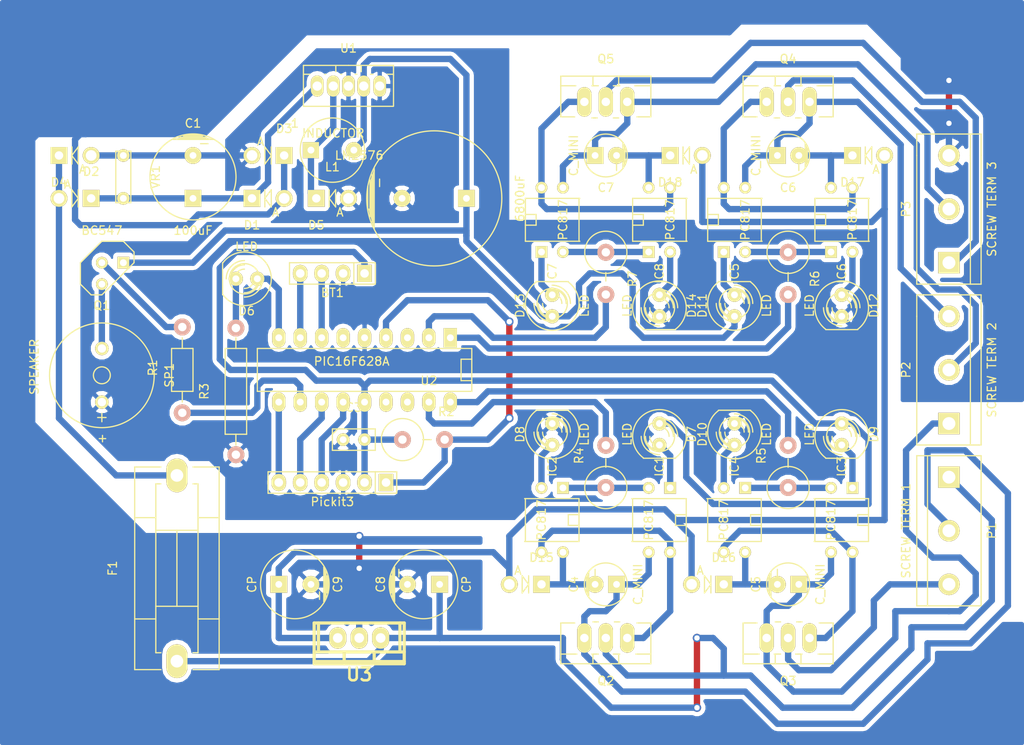
<source format=kicad_pcb>
(kicad_pcb (version 4) (host pcbnew "(2014-08-05 BZR 5054)-product")

  (general
    (links 114)
    (no_connects 1)
    (area 132.946715 60.325 257.577858 148.590001)
    (thickness 1.6)
    (drawings 0)
    (tracks 378)
    (zones 0)
    (modules 59)
    (nets 55)
  )

  (page A4)
  (layers
    (0 F.Cu signal)
    (31 B.Cu signal)
    (32 B.Adhes user)
    (33 F.Adhes user)
    (34 B.Paste user)
    (35 F.Paste user)
    (36 B.SilkS user)
    (37 F.SilkS user)
    (38 B.Mask user)
    (39 F.Mask user)
    (40 Dwgs.User user)
    (41 Cmts.User user)
    (42 Eco1.User user)
    (43 Eco2.User user)
    (44 Edge.Cuts user)
    (45 Margin user)
    (46 B.CrtYd user)
    (47 F.CrtYd user)
    (48 B.Fab user)
    (49 F.Fab user)
  )

  (setup
    (last_trace_width 0.75)
    (trace_clearance 0.4)
    (zone_clearance 0.508)
    (zone_45_only no)
    (trace_min 0.254)
    (segment_width 0.2)
    (edge_width 0.1)
    (via_size 1)
    (via_drill 0.635)
    (via_min_size 0.889)
    (via_min_drill 0.508)
    (uvia_size 0.508)
    (uvia_drill 0.127)
    (uvias_allowed no)
    (uvia_min_size 0.508)
    (uvia_min_drill 0.127)
    (pcb_text_width 0.3)
    (pcb_text_size 1.5 1.5)
    (mod_edge_width 0.15)
    (mod_text_size 1 1)
    (mod_text_width 0.15)
    (pad_size 1.5 1.5)
    (pad_drill 0.6)
    (pad_to_mask_clearance 0)
    (aux_axis_origin 0 0)
    (visible_elements FFFFFF7F)
    (pcbplotparams
      (layerselection 0x00030_80000001)
      (usegerberextensions false)
      (excludeedgelayer true)
      (linewidth 0.100000)
      (plotframeref false)
      (viasonmask false)
      (mode 1)
      (useauxorigin false)
      (hpglpennumber 1)
      (hpglpenspeed 20)
      (hpglpendiameter 15)
      (hpglpenoverlay 2)
      (psnegative false)
      (psa4output false)
      (plotreference true)
      (plotvalue true)
      (plotinvisibletext false)
      (padsonsilk false)
      (subtractmaskfromsilk false)
      (outputformat 4)
      (mirror false)
      (drillshape 0)
      (scaleselection 1)
      (outputdirectory /media/james/4245DF5D3F3DA034/ex/))
  )

  (net 0 "")
  (net 1 +5V)
  (net 2 DGND)
  (net 3 /P1_RX)
  (net 4 /P1_TX)
  (net 5 "Net-(C1-Pad1)")
  (net 6 /S0_O)
  (net 7 "Net-(C4-Pad2)")
  (net 8 /S1_O)
  (net 9 "Net-(C5-Pad2)")
  (net 10 /S2_O)
  (net 11 "Net-(C6-Pad2)")
  (net 12 /S3_O)
  (net 13 "Net-(C7-Pad2)")
  (net 14 /S0_I)
  (net 15 AGND)
  (net 16 +10V)
  (net 17 "Net-(D2-Pad1)")
  (net 18 "Net-(D5-Pad2)")
  (net 19 /LED)
  (net 20 "Net-(D6-Pad2)")
  (net 21 "Net-(D7-Pad2)")
  (net 22 "Net-(D8-Pad1)")
  (net 23 "Net-(D9-Pad2)")
  (net 24 "Net-(D10-Pad1)")
  (net 25 "Net-(D11-Pad2)")
  (net 26 "Net-(D12-Pad1)")
  (net 27 "Net-(D13-Pad2)")
  (net 28 "Net-(D14-Pad1)")
  (net 29 "Net-(IC1-Pad2)")
  (net 30 "Net-(IC1-Pad4)")
  (net 31 "Net-(IC3-Pad2)")
  (net 32 "Net-(IC3-Pad4)")
  (net 33 "Net-(IC5-Pad2)")
  (net 34 "Net-(IC5-Pad4)")
  (net 35 "Net-(IC7-Pad2)")
  (net 36 "Net-(IC7-Pad4)")
  (net 37 /S1_I)
  (net 38 /S2_I)
  (net 39 /S3_I)
  (net 40 /PK3_1)
  (net 41 /PK3_4)
  (net 42 /PK3_5)
  (net 43 /PK3_6)
  (net 44 "Net-(Q1-Pad2)")
  (net 45 "Net-(Q1-Pad3)")
  (net 46 /BZR)
  (net 47 /PWRSW)
  (net 48 /CSW_1)
  (net 49 /CSW_2)
  (net 50 /CSW_3)
  (net 51 "Net-(U2-Pad3)")
  (net 52 "Net-(U2-Pad6)")
  (net 53 "Net-(U2-Pad15)")
  (net 54 "Net-(U2-Pad16)")

  (net_class Default "This is the default net class."
    (clearance 0.4)
    (trace_width 0.75)
    (via_dia 1)
    (via_drill 0.635)
    (uvia_dia 0.508)
    (uvia_drill 0.127)
    (add_net +10V)
    (add_net +5V)
    (add_net /BZR)
    (add_net /CSW_1)
    (add_net /CSW_2)
    (add_net /CSW_3)
    (add_net /LED)
    (add_net /P1_RX)
    (add_net /P1_TX)
    (add_net /PK3_1)
    (add_net /PK3_4)
    (add_net /PK3_5)
    (add_net /PK3_6)
    (add_net /PWRSW)
    (add_net /S0_I)
    (add_net /S0_O)
    (add_net /S1_I)
    (add_net /S1_O)
    (add_net /S2_I)
    (add_net /S2_O)
    (add_net /S3_I)
    (add_net /S3_O)
    (add_net AGND)
    (add_net DGND)
    (add_net "Net-(C1-Pad1)")
    (add_net "Net-(C4-Pad2)")
    (add_net "Net-(C5-Pad2)")
    (add_net "Net-(C6-Pad2)")
    (add_net "Net-(C7-Pad2)")
    (add_net "Net-(D10-Pad1)")
    (add_net "Net-(D11-Pad2)")
    (add_net "Net-(D12-Pad1)")
    (add_net "Net-(D13-Pad2)")
    (add_net "Net-(D14-Pad1)")
    (add_net "Net-(D2-Pad1)")
    (add_net "Net-(D5-Pad2)")
    (add_net "Net-(D6-Pad2)")
    (add_net "Net-(D7-Pad2)")
    (add_net "Net-(D8-Pad1)")
    (add_net "Net-(D9-Pad2)")
    (add_net "Net-(IC1-Pad2)")
    (add_net "Net-(IC1-Pad4)")
    (add_net "Net-(IC3-Pad2)")
    (add_net "Net-(IC3-Pad4)")
    (add_net "Net-(IC5-Pad2)")
    (add_net "Net-(IC5-Pad4)")
    (add_net "Net-(IC7-Pad2)")
    (add_net "Net-(IC7-Pad4)")
    (add_net "Net-(Q1-Pad2)")
    (add_net "Net-(Q1-Pad3)")
    (add_net "Net-(U2-Pad15)")
    (add_net "Net-(U2-Pad16)")
    (add_net "Net-(U2-Pad3)")
    (add_net "Net-(U2-Pad6)")
  )

  (module Pin_Headers:Pin_Header_Straight_1x04 (layer F.Cu) (tedit 54A0ACAE) (tstamp 54A1481F)
    (at 173.355 92.71 180)
    (descr "Through hole pin header")
    (tags "pin header")
    (path /53F113F7)
    (fp_text reference BT1 (at 0 -2.286 180) (layer F.SilkS)
      (effects (font (size 1 1) (thickness 0.15)))
    )
    (fp_text value CONN_4 (at 0 0 180) (layer F.SilkS) hide
      (effects (font (size 1 1) (thickness 0.15)))
    )
    (fp_line (start -2.54 1.27) (end 5.08 1.27) (layer F.SilkS) (width 0.15))
    (fp_line (start -2.54 -1.27) (end 5.08 -1.27) (layer F.SilkS) (width 0.15))
    (fp_line (start -5.08 -1.27) (end -2.54 -1.27) (layer F.SilkS) (width 0.15))
    (fp_line (start 5.08 1.27) (end 5.08 -1.27) (layer F.SilkS) (width 0.15))
    (fp_line (start -2.54 -1.27) (end -2.54 1.27) (layer F.SilkS) (width 0.15))
    (fp_line (start -5.08 -1.27) (end -5.08 1.27) (layer F.SilkS) (width 0.15))
    (fp_line (start -5.08 1.27) (end -2.54 1.27) (layer F.SilkS) (width 0.15))
    (pad 1 thru_hole rect (at -3.81 0 180) (size 1.7272 2.032) (drill 1.016) (layers *.Cu *.Mask F.SilkS)
      (net 1 +5V))
    (pad 2 thru_hole oval (at -1.27 0 180) (size 1.7272 2.032) (drill 1.016) (layers *.Cu *.Mask F.SilkS)
      (net 2 DGND))
    (pad 3 thru_hole oval (at 1.27 0 180) (size 1.7272 2.032) (drill 1.016) (layers *.Cu *.Mask F.SilkS)
      (net 3 /P1_RX))
    (pad 4 thru_hole oval (at 3.81 0 180) (size 1.7272 2.032) (drill 1.016) (layers *.Cu *.Mask F.SilkS)
      (net 4 /P1_TX))
    (model Pin_Headers/Pin_Header_Straight_1x04.wrl
      (at (xyz 0 0 0))
      (scale (xyz 1 1 1))
      (rotate (xyz 0 0 0))
    )
  )

  (module Capacitors_ThroughHole:Capacitor10x25RM2.5 (layer F.Cu) (tedit 54A0ACAE) (tstamp 54A0B20A)
    (at 156.845 81.28)
    (descr "Capacitor, pol, cyl 10x25mm")
    (path /53F13EA7)
    (fp_text reference C1 (at 0 -6.35) (layer F.SilkS)
      (effects (font (size 1 1) (thickness 0.15)))
    )
    (fp_text value 100uF (at 0 6.35) (layer F.SilkS)
      (effects (font (size 1 1) (thickness 0.15)))
    )
    (fp_line (start -2.413 -4.445) (end 2.413 -4.445) (layer F.SilkS) (width 0.15))
    (fp_line (start 1.143 -4.826) (end -1.143 -4.826) (layer F.SilkS) (width 0.15))
    (fp_circle (center 0 0) (end 5.08 0.381) (layer F.SilkS) (width 0.15))
    (fp_line (start 2.032 -4.445) (end -2.032 -4.445) (layer F.SilkS) (width 0.15))
    (fp_line (start -2.032 -4.445) (end -1.651 -4.572) (layer F.SilkS) (width 0.15))
    (fp_line (start -1.651 -4.572) (end 1.651 -4.572) (layer F.SilkS) (width 0.15))
    (fp_line (start 1.651 -4.572) (end 2.032 -4.445) (layer F.SilkS) (width 0.15))
    (fp_line (start 0.889 -3.937) (end 1.778 -3.937) (layer F.SilkS) (width 0.15))
    (fp_line (start 1.016 -4.953) (end -1.016 -4.953) (layer F.SilkS) (width 0.15))
    (fp_line (start -1.016 -4.826) (end 1.016 -4.826) (layer F.SilkS) (width 0.15))
    (fp_line (start -1.524 -4.699) (end 1.524 -4.699) (layer F.SilkS) (width 0.15))
    (pad 1 thru_hole rect (at 0 2.54) (size 1.99898 1.99898) (drill 0.8001) (layers *.Cu *.Mask F.SilkS)
      (net 5 "Net-(C1-Pad1)"))
    (pad 2 thru_hole circle (at 0 -2.54) (size 1.99898 1.99898) (drill 0.8001) (layers *.Cu *.Mask F.SilkS)
      (net 2 DGND))
    (model Capacitors_ThroughHole/Capacitor10x25RM2.5.wrl
      (at (xyz 0 0 0))
      (scale (xyz 1 1 1))
      (rotate (xyz 0 0 0))
    )
  )

  (module Capacitors_ThroughHole:Capacitor16x25RM7.5 (layer F.Cu) (tedit 54A0ACAE) (tstamp 54A0B21C)
    (at 185.42 83.82 90)
    (descr "Capacitor, pol, cyl 16x25mm")
    (path /53F13ECE)
    (fp_text reference C2 (at 0 -10.16 90) (layer F.SilkS)
      (effects (font (size 1 1) (thickness 0.15)))
    )
    (fp_text value 6800uF (at 0 10.16 90) (layer F.SilkS)
      (effects (font (size 1 1) (thickness 0.15)))
    )
    (fp_line (start -3.429 -7.112) (end -1.27 -7.747) (layer F.SilkS) (width 0.15))
    (fp_line (start 3.302 -7.112) (end 2.159 -7.493) (layer F.SilkS) (width 0.15))
    (fp_circle (center 0 0) (end 8.001 0) (layer F.SilkS) (width 0.15))
    (fp_line (start -2.032 -7.493) (end 2.032 -7.493) (layer F.SilkS) (width 0.15))
    (fp_line (start 2.921 -7.239) (end -2.794 -7.239) (layer F.SilkS) (width 0.15))
    (fp_line (start -2.794 -7.239) (end -1.905 -7.239) (layer F.SilkS) (width 0.15))
    (fp_line (start 1.397 -7.874) (end -1.27 -7.874) (layer F.SilkS) (width 0.15))
    (fp_line (start -2.159 -7.62) (end 2.159 -7.62) (layer F.SilkS) (width 0.15))
    (fp_line (start 2.794 -7.366) (end -2.794 -7.366) (layer F.SilkS) (width 0.15))
    (fp_line (start -2.794 -7.366) (end -2.667 -7.366) (layer F.SilkS) (width 0.15))
    (fp_line (start 3.556 -7.112) (end -3.556 -7.112) (layer F.SilkS) (width 0.15))
    (fp_line (start 1.397 -6.477) (end 2.286 -6.477) (layer F.SilkS) (width 0.15))
    (pad 1 thru_hole rect (at 0 3.81 90) (size 1.99898 1.99898) (drill 0.8001) (layers *.Cu *.Mask F.SilkS)
      (net 1 +5V))
    (pad 2 thru_hole circle (at 0 -3.81 90) (size 1.99898 1.99898) (drill 0.8001) (layers *.Cu *.Mask F.SilkS)
      (net 2 DGND))
    (model Capacitors_ThroughHole/Capacitor16x25RM7.5.wrl
      (at (xyz 0 0 0))
      (scale (xyz 1 1 1))
      (rotate (xyz 0 0 0))
    )
  )

  (module Capacitors_ThroughHole:Capacitor5x11RM2.5 (layer F.Cu) (tedit 54A0ACAE) (tstamp 54A115E9)
    (at 205.74 129.54 90)
    (descr "Capacitor, pol, cyl 5x11mm")
    (path /54585EC1)
    (fp_text reference C4 (at 0 -3.81 90) (layer F.SilkS)
      (effects (font (size 1 1) (thickness 0.15)))
    )
    (fp_text value C_MINI (at 0 3.81 90) (layer F.SilkS)
      (effects (font (size 1 1) (thickness 0.15)))
    )
    (fp_line (start 0.889 -1.27) (end 1.778 -1.27) (layer F.SilkS) (width 0.15))
    (fp_line (start 1.016 -2.286) (end -1.016 -2.286) (layer F.SilkS) (width 0.15))
    (fp_line (start -1.016 -2.286) (end -1.016 -2.159) (layer F.SilkS) (width 0.15))
    (fp_line (start -1.016 -2.159) (end 1.016 -2.159) (layer F.SilkS) (width 0.15))
    (fp_line (start -1.524 -2.032) (end 1.524 -2.032) (layer F.SilkS) (width 0.15))
    (fp_circle (center 0 0) (end -2.54 0) (layer F.SilkS) (width 0.15))
    (pad 1 thru_hole rect (at 0 1.27 90) (size 1.99898 1.99898) (drill 0.8001) (layers *.Cu *.Mask F.SilkS)
      (net 6 /S0_O))
    (pad 2 thru_hole circle (at 0 -1.27 90) (size 1.99898 1.99898) (drill 0.8001) (layers *.Cu *.Mask F.SilkS)
      (net 7 "Net-(C4-Pad2)"))
    (model Capacitors_ThroughHole/Capacitor5x11RM2.5.wrl
      (at (xyz 0 0 0))
      (scale (xyz 1 1 1))
      (rotate (xyz 0 0 0))
    )
  )

  (module Capacitors_ThroughHole:Capacitor5x11RM2.5 (layer F.Cu) (tedit 54A0ACAE) (tstamp 54A115F6)
    (at 227.33 129.54 90)
    (descr "Capacitor, pol, cyl 5x11mm")
    (path /54585D8E)
    (fp_text reference C5 (at 0 -3.81 90) (layer F.SilkS)
      (effects (font (size 1 1) (thickness 0.15)))
    )
    (fp_text value C_MINI (at 0 3.81 90) (layer F.SilkS)
      (effects (font (size 1 1) (thickness 0.15)))
    )
    (fp_line (start 0.889 -1.27) (end 1.778 -1.27) (layer F.SilkS) (width 0.15))
    (fp_line (start 1.016 -2.286) (end -1.016 -2.286) (layer F.SilkS) (width 0.15))
    (fp_line (start -1.016 -2.286) (end -1.016 -2.159) (layer F.SilkS) (width 0.15))
    (fp_line (start -1.016 -2.159) (end 1.016 -2.159) (layer F.SilkS) (width 0.15))
    (fp_line (start -1.524 -2.032) (end 1.524 -2.032) (layer F.SilkS) (width 0.15))
    (fp_circle (center 0 0) (end -2.54 0) (layer F.SilkS) (width 0.15))
    (pad 1 thru_hole rect (at 0 1.27 90) (size 1.99898 1.99898) (drill 0.8001) (layers *.Cu *.Mask F.SilkS)
      (net 8 /S1_O))
    (pad 2 thru_hole circle (at 0 -1.27 90) (size 1.99898 1.99898) (drill 0.8001) (layers *.Cu *.Mask F.SilkS)
      (net 9 "Net-(C5-Pad2)"))
    (model Capacitors_ThroughHole/Capacitor5x11RM2.5.wrl
      (at (xyz 0 0 0))
      (scale (xyz 1 1 1))
      (rotate (xyz 0 0 0))
    )
  )

  (module Capacitors_ThroughHole:Capacitor5x11RM2.5 (layer F.Cu) (tedit 54A1377A) (tstamp 54A0DE80)
    (at 227.33 78.74 270)
    (descr "Capacitor, pol, cyl 5x11mm")
    (path /54585C06)
    (fp_text reference C6 (at 3.81 0 360) (layer F.SilkS)
      (effects (font (size 1 1) (thickness 0.15)))
    )
    (fp_text value C_MINI (at 0 3.81 270) (layer F.SilkS)
      (effects (font (size 1 1) (thickness 0.15)))
    )
    (fp_line (start 0.889 -1.27) (end 1.778 -1.27) (layer F.SilkS) (width 0.15))
    (fp_line (start 1.016 -2.286) (end -1.016 -2.286) (layer F.SilkS) (width 0.15))
    (fp_line (start -1.016 -2.286) (end -1.016 -2.159) (layer F.SilkS) (width 0.15))
    (fp_line (start -1.016 -2.159) (end 1.016 -2.159) (layer F.SilkS) (width 0.15))
    (fp_line (start -1.524 -2.032) (end 1.524 -2.032) (layer F.SilkS) (width 0.15))
    (fp_circle (center 0 0) (end -2.54 0) (layer F.SilkS) (width 0.15))
    (pad 1 thru_hole rect (at 0 1.27 270) (size 1.99898 1.99898) (drill 0.8001) (layers *.Cu *.Mask F.SilkS)
      (net 10 /S2_O))
    (pad 2 thru_hole circle (at 0 -1.27 270) (size 1.99898 1.99898) (drill 0.8001) (layers *.Cu *.Mask F.SilkS)
      (net 11 "Net-(C6-Pad2)"))
    (model Capacitors_ThroughHole/Capacitor5x11RM2.5.wrl
      (at (xyz 0 0 0))
      (scale (xyz 1 1 1))
      (rotate (xyz 0 0 0))
    )
  )

  (module Capacitors_ThroughHole:Capacitor5x11RM2.5 (layer F.Cu) (tedit 54A13751) (tstamp 54A0DE73)
    (at 205.74 78.74 270)
    (descr "Capacitor, pol, cyl 5x11mm")
    (path /54583944)
    (fp_text reference C7 (at 3.81 0 360) (layer F.SilkS)
      (effects (font (size 1 1) (thickness 0.15)))
    )
    (fp_text value C_MINI (at 0 3.81 270) (layer F.SilkS)
      (effects (font (size 1 1) (thickness 0.15)))
    )
    (fp_line (start 0.889 -1.27) (end 1.778 -1.27) (layer F.SilkS) (width 0.15))
    (fp_line (start 1.016 -2.286) (end -1.016 -2.286) (layer F.SilkS) (width 0.15))
    (fp_line (start -1.016 -2.286) (end -1.016 -2.159) (layer F.SilkS) (width 0.15))
    (fp_line (start -1.016 -2.159) (end 1.016 -2.159) (layer F.SilkS) (width 0.15))
    (fp_line (start -1.524 -2.032) (end 1.524 -2.032) (layer F.SilkS) (width 0.15))
    (fp_circle (center 0 0) (end -2.54 0) (layer F.SilkS) (width 0.15))
    (pad 1 thru_hole rect (at 0 1.27 270) (size 1.99898 1.99898) (drill 0.8001) (layers *.Cu *.Mask F.SilkS)
      (net 12 /S3_O))
    (pad 2 thru_hole circle (at 0 -1.27 270) (size 1.99898 1.99898) (drill 0.8001) (layers *.Cu *.Mask F.SilkS)
      (net 13 "Net-(C7-Pad2)"))
    (model Capacitors_ThroughHole/Capacitor5x11RM2.5.wrl
      (at (xyz 0 0 0))
      (scale (xyz 1 1 1))
      (rotate (xyz 0 0 0))
    )
  )

  (module Capacitors_ThroughHole:Capacitor8x13RM3.8 (layer F.Cu) (tedit 54A0ACAE) (tstamp 54A0B265)
    (at 184.15 129.54 90)
    (descr "Capacitor, pol, cyl 8x13mm")
    (path /54598E1A)
    (fp_text reference C8 (at 0 -5.08 90) (layer F.SilkS)
      (effects (font (size 1 1) (thickness 0.15)))
    )
    (fp_text value CP (at 0 5.08 90) (layer F.SilkS)
      (effects (font (size 1 1) (thickness 0.15)))
    )
    (fp_line (start 2.032 -3.429) (end -2.032 -3.429) (layer F.SilkS) (width 0.15))
    (fp_line (start -2.032 -3.429) (end -1.651 -3.556) (layer F.SilkS) (width 0.15))
    (fp_line (start -1.651 -3.556) (end 1.651 -3.556) (layer F.SilkS) (width 0.15))
    (fp_line (start 1.651 -3.556) (end 2.032 -3.429) (layer F.SilkS) (width 0.15))
    (fp_circle (center 0 0) (end -4.064 0.127) (layer F.SilkS) (width 0.15))
    (fp_line (start 0.889 -2.921) (end 1.778 -2.921) (layer F.SilkS) (width 0.15))
    (fp_line (start 1.016 -3.937) (end -1.016 -3.937) (layer F.SilkS) (width 0.15))
    (fp_line (start -1.016 -3.81) (end 1.016 -3.81) (layer F.SilkS) (width 0.15))
    (fp_line (start -1.524 -3.683) (end 1.524 -3.683) (layer F.SilkS) (width 0.15))
    (pad 1 thru_hole rect (at 0 1.905 90) (size 1.99898 1.99898) (drill 0.8001) (layers *.Cu *.Mask F.SilkS)
      (net 14 /S0_I))
    (pad 2 thru_hole circle (at 0 -1.905 90) (size 1.99898 1.99898) (drill 0.8001) (layers *.Cu *.Mask F.SilkS)
      (net 15 AGND))
    (model Capacitors_ThroughHole/Capacitor8x13RM3.8.wrl
      (at (xyz 0 0 0))
      (scale (xyz 1 1 1))
      (rotate (xyz 0 0 0))
    )
  )

  (module Capacitors_ThroughHole:Capacitor8x13RM3.8 (layer F.Cu) (tedit 54A0ACAE) (tstamp 54A0B274)
    (at 168.91 129.54 270)
    (descr "Capacitor, pol, cyl 8x13mm")
    (path /54598E7A)
    (fp_text reference C9 (at 0 -5.08 270) (layer F.SilkS)
      (effects (font (size 1 1) (thickness 0.15)))
    )
    (fp_text value CP (at 0 5.08 270) (layer F.SilkS)
      (effects (font (size 1 1) (thickness 0.15)))
    )
    (fp_line (start 2.032 -3.429) (end -2.032 -3.429) (layer F.SilkS) (width 0.15))
    (fp_line (start -2.032 -3.429) (end -1.651 -3.556) (layer F.SilkS) (width 0.15))
    (fp_line (start -1.651 -3.556) (end 1.651 -3.556) (layer F.SilkS) (width 0.15))
    (fp_line (start 1.651 -3.556) (end 2.032 -3.429) (layer F.SilkS) (width 0.15))
    (fp_circle (center 0 0) (end -4.064 0.127) (layer F.SilkS) (width 0.15))
    (fp_line (start 0.889 -2.921) (end 1.778 -2.921) (layer F.SilkS) (width 0.15))
    (fp_line (start 1.016 -3.937) (end -1.016 -3.937) (layer F.SilkS) (width 0.15))
    (fp_line (start -1.016 -3.81) (end 1.016 -3.81) (layer F.SilkS) (width 0.15))
    (fp_line (start -1.524 -3.683) (end 1.524 -3.683) (layer F.SilkS) (width 0.15))
    (pad 1 thru_hole rect (at 0 1.905 270) (size 1.99898 1.99898) (drill 0.8001) (layers *.Cu *.Mask F.SilkS)
      (net 16 +10V))
    (pad 2 thru_hole circle (at 0 -1.905 270) (size 1.99898 1.99898) (drill 0.8001) (layers *.Cu *.Mask F.SilkS)
      (net 15 AGND))
    (model Capacitors_ThroughHole/Capacitor8x13RM3.8.wrl
      (at (xyz 0 0 0))
      (scale (xyz 1 1 1))
      (rotate (xyz 0 0 0))
    )
  )

  (module LEDs:LED-5MM (layer F.Cu) (tedit 54A0ACAE) (tstamp 54A1480F)
    (at 163.195 93.345 180)
    (descr "LED 5mm - Lead pitch 100mil (2,54mm)")
    (tags "LED led 5mm 5MM 100mil 2,54mm")
    (path /53F28C48)
    (fp_text reference D6 (at 0 -3.81 180) (layer F.SilkS)
      (effects (font (size 1 1) (thickness 0.15)))
    )
    (fp_text value LED (at 0 3.81 180) (layer F.SilkS)
      (effects (font (size 1 1) (thickness 0.15)))
    )
    (fp_line (start 2.8448 1.905) (end 2.8448 -1.905) (layer F.SilkS) (width 0.15))
    (fp_circle (center 0.254 0) (end -1.016 1.27) (layer F.SilkS) (width 0.15))
    (fp_arc (start 0.254 0) (end 2.794 1.905) (angle 286.2) (layer F.SilkS) (width 0.15))
    (fp_arc (start 0.254 0) (end -0.889 0) (angle 90) (layer F.SilkS) (width 0.15))
    (fp_arc (start 0.254 0) (end 1.397 0) (angle 90) (layer F.SilkS) (width 0.15))
    (fp_arc (start 0.254 0) (end -1.397 0) (angle 90) (layer F.SilkS) (width 0.15))
    (fp_arc (start 0.254 0) (end 1.905 0) (angle 90) (layer F.SilkS) (width 0.15))
    (fp_arc (start 0.254 0) (end -1.905 0) (angle 90) (layer F.SilkS) (width 0.15))
    (fp_arc (start 0.254 0) (end 2.413 0) (angle 90) (layer F.SilkS) (width 0.15))
    (pad 1 thru_hole circle (at -1.27 0 180) (size 1.6764 1.6764) (drill 0.8128) (layers *.Cu *.Mask F.SilkS)
      (net 19 /LED))
    (pad 2 thru_hole circle (at 1.27 0 180) (size 1.6764 1.6764) (drill 0.8128) (layers *.Cu *.Mask F.SilkS)
      (net 20 "Net-(D6-Pad2)"))
    (model LEDs/LED-5MM.wrl
      (at (xyz 0 0 0))
      (scale (xyz 1 1 1))
      (rotate (xyz 0 0 0))
    )
  )

  (module LEDs:LED-5MM (layer F.Cu) (tedit 54A0ACAE) (tstamp 54A0DE66)
    (at 212.09 111.76 270)
    (descr "LED 5mm - Lead pitch 100mil (2,54mm)")
    (tags "LED led 5mm 5MM 100mil 2,54mm")
    (path /545873B3)
    (fp_text reference D7 (at 0 -3.81 270) (layer F.SilkS)
      (effects (font (size 1 1) (thickness 0.15)))
    )
    (fp_text value LED (at 0 3.81 270) (layer F.SilkS)
      (effects (font (size 1 1) (thickness 0.15)))
    )
    (fp_line (start 2.8448 1.905) (end 2.8448 -1.905) (layer F.SilkS) (width 0.15))
    (fp_circle (center 0.254 0) (end -1.016 1.27) (layer F.SilkS) (width 0.15))
    (fp_arc (start 0.254 0) (end 2.794 1.905) (angle 286.2) (layer F.SilkS) (width 0.15))
    (fp_arc (start 0.254 0) (end -0.889 0) (angle 90) (layer F.SilkS) (width 0.15))
    (fp_arc (start 0.254 0) (end 1.397 0) (angle 90) (layer F.SilkS) (width 0.15))
    (fp_arc (start 0.254 0) (end -1.397 0) (angle 90) (layer F.SilkS) (width 0.15))
    (fp_arc (start 0.254 0) (end 1.905 0) (angle 90) (layer F.SilkS) (width 0.15))
    (fp_arc (start 0.254 0) (end -1.905 0) (angle 90) (layer F.SilkS) (width 0.15))
    (fp_arc (start 0.254 0) (end 2.413 0) (angle 90) (layer F.SilkS) (width 0.15))
    (pad 1 thru_hole circle (at -1.27 0 270) (size 1.6764 1.6764) (drill 0.8128) (layers *.Cu *.Mask F.SilkS)
      (net 1 +5V))
    (pad 2 thru_hole circle (at 1.27 0 270) (size 1.6764 1.6764) (drill 0.8128) (layers *.Cu *.Mask F.SilkS)
      (net 21 "Net-(D7-Pad2)"))
    (model LEDs/LED-5MM.wrl
      (at (xyz 0 0 0))
      (scale (xyz 1 1 1))
      (rotate (xyz 0 0 0))
    )
  )

  (module LEDs:LED-5MM (layer F.Cu) (tedit 54A0ACAE) (tstamp 54A0DE56)
    (at 199.39 111.76 90)
    (descr "LED 5mm - Lead pitch 100mil (2,54mm)")
    (tags "LED led 5mm 5MM 100mil 2,54mm")
    (path /54587428)
    (fp_text reference D8 (at 0 -3.81 90) (layer F.SilkS)
      (effects (font (size 1 1) (thickness 0.15)))
    )
    (fp_text value LED (at 0 3.81 90) (layer F.SilkS)
      (effects (font (size 1 1) (thickness 0.15)))
    )
    (fp_line (start 2.8448 1.905) (end 2.8448 -1.905) (layer F.SilkS) (width 0.15))
    (fp_circle (center 0.254 0) (end -1.016 1.27) (layer F.SilkS) (width 0.15))
    (fp_arc (start 0.254 0) (end 2.794 1.905) (angle 286.2) (layer F.SilkS) (width 0.15))
    (fp_arc (start 0.254 0) (end -0.889 0) (angle 90) (layer F.SilkS) (width 0.15))
    (fp_arc (start 0.254 0) (end 1.397 0) (angle 90) (layer F.SilkS) (width 0.15))
    (fp_arc (start 0.254 0) (end -1.397 0) (angle 90) (layer F.SilkS) (width 0.15))
    (fp_arc (start 0.254 0) (end 1.905 0) (angle 90) (layer F.SilkS) (width 0.15))
    (fp_arc (start 0.254 0) (end -1.905 0) (angle 90) (layer F.SilkS) (width 0.15))
    (fp_arc (start 0.254 0) (end 2.413 0) (angle 90) (layer F.SilkS) (width 0.15))
    (pad 1 thru_hole circle (at -1.27 0 90) (size 1.6764 1.6764) (drill 0.8128) (layers *.Cu *.Mask F.SilkS)
      (net 22 "Net-(D8-Pad1)"))
    (pad 2 thru_hole circle (at 1.27 0 90) (size 1.6764 1.6764) (drill 0.8128) (layers *.Cu *.Mask F.SilkS)
      (net 2 DGND))
    (model LEDs/LED-5MM.wrl
      (at (xyz 0 0 0))
      (scale (xyz 1 1 1))
      (rotate (xyz 0 0 0))
    )
  )

  (module LEDs:LED-5MM (layer F.Cu) (tedit 54A0ACAE) (tstamp 54A0DE46)
    (at 233.68 111.76 270)
    (descr "LED 5mm - Lead pitch 100mil (2,54mm)")
    (tags "LED led 5mm 5MM 100mil 2,54mm")
    (path /545874A1)
    (fp_text reference D9 (at 0 -3.81 270) (layer F.SilkS)
      (effects (font (size 1 1) (thickness 0.15)))
    )
    (fp_text value LED (at 0 3.81 270) (layer F.SilkS)
      (effects (font (size 1 1) (thickness 0.15)))
    )
    (fp_line (start 2.8448 1.905) (end 2.8448 -1.905) (layer F.SilkS) (width 0.15))
    (fp_circle (center 0.254 0) (end -1.016 1.27) (layer F.SilkS) (width 0.15))
    (fp_arc (start 0.254 0) (end 2.794 1.905) (angle 286.2) (layer F.SilkS) (width 0.15))
    (fp_arc (start 0.254 0) (end -0.889 0) (angle 90) (layer F.SilkS) (width 0.15))
    (fp_arc (start 0.254 0) (end 1.397 0) (angle 90) (layer F.SilkS) (width 0.15))
    (fp_arc (start 0.254 0) (end -1.397 0) (angle 90) (layer F.SilkS) (width 0.15))
    (fp_arc (start 0.254 0) (end 1.905 0) (angle 90) (layer F.SilkS) (width 0.15))
    (fp_arc (start 0.254 0) (end -1.905 0) (angle 90) (layer F.SilkS) (width 0.15))
    (fp_arc (start 0.254 0) (end 2.413 0) (angle 90) (layer F.SilkS) (width 0.15))
    (pad 1 thru_hole circle (at -1.27 0 270) (size 1.6764 1.6764) (drill 0.8128) (layers *.Cu *.Mask F.SilkS)
      (net 1 +5V))
    (pad 2 thru_hole circle (at 1.27 0 270) (size 1.6764 1.6764) (drill 0.8128) (layers *.Cu *.Mask F.SilkS)
      (net 23 "Net-(D9-Pad2)"))
    (model LEDs/LED-5MM.wrl
      (at (xyz 0 0 0))
      (scale (xyz 1 1 1))
      (rotate (xyz 0 0 0))
    )
  )

  (module LEDs:LED-5MM (layer F.Cu) (tedit 54A0ACAE) (tstamp 54A0DE36)
    (at 220.98 111.76 90)
    (descr "LED 5mm - Lead pitch 100mil (2,54mm)")
    (tags "LED led 5mm 5MM 100mil 2,54mm")
    (path /54587730)
    (fp_text reference D10 (at 0 -3.81 90) (layer F.SilkS)
      (effects (font (size 1 1) (thickness 0.15)))
    )
    (fp_text value LED (at 0 3.81 90) (layer F.SilkS)
      (effects (font (size 1 1) (thickness 0.15)))
    )
    (fp_line (start 2.8448 1.905) (end 2.8448 -1.905) (layer F.SilkS) (width 0.15))
    (fp_circle (center 0.254 0) (end -1.016 1.27) (layer F.SilkS) (width 0.15))
    (fp_arc (start 0.254 0) (end 2.794 1.905) (angle 286.2) (layer F.SilkS) (width 0.15))
    (fp_arc (start 0.254 0) (end -0.889 0) (angle 90) (layer F.SilkS) (width 0.15))
    (fp_arc (start 0.254 0) (end 1.397 0) (angle 90) (layer F.SilkS) (width 0.15))
    (fp_arc (start 0.254 0) (end -1.397 0) (angle 90) (layer F.SilkS) (width 0.15))
    (fp_arc (start 0.254 0) (end 1.905 0) (angle 90) (layer F.SilkS) (width 0.15))
    (fp_arc (start 0.254 0) (end -1.905 0) (angle 90) (layer F.SilkS) (width 0.15))
    (fp_arc (start 0.254 0) (end 2.413 0) (angle 90) (layer F.SilkS) (width 0.15))
    (pad 1 thru_hole circle (at -1.27 0 90) (size 1.6764 1.6764) (drill 0.8128) (layers *.Cu *.Mask F.SilkS)
      (net 24 "Net-(D10-Pad1)"))
    (pad 2 thru_hole circle (at 1.27 0 90) (size 1.6764 1.6764) (drill 0.8128) (layers *.Cu *.Mask F.SilkS)
      (net 2 DGND))
    (model LEDs/LED-5MM.wrl
      (at (xyz 0 0 0))
      (scale (xyz 1 1 1))
      (rotate (xyz 0 0 0))
    )
  )

  (module LEDs:LED-5MM (layer F.Cu) (tedit 54A0ACAE) (tstamp 54A0DE26)
    (at 220.98 96.52 90)
    (descr "LED 5mm - Lead pitch 100mil (2,54mm)")
    (tags "LED led 5mm 5MM 100mil 2,54mm")
    (path /5458751E)
    (fp_text reference D11 (at 0 -3.81 90) (layer F.SilkS)
      (effects (font (size 1 1) (thickness 0.15)))
    )
    (fp_text value LED (at 0 3.81 90) (layer F.SilkS)
      (effects (font (size 1 1) (thickness 0.15)))
    )
    (fp_line (start 2.8448 1.905) (end 2.8448 -1.905) (layer F.SilkS) (width 0.15))
    (fp_circle (center 0.254 0) (end -1.016 1.27) (layer F.SilkS) (width 0.15))
    (fp_arc (start 0.254 0) (end 2.794 1.905) (angle 286.2) (layer F.SilkS) (width 0.15))
    (fp_arc (start 0.254 0) (end -0.889 0) (angle 90) (layer F.SilkS) (width 0.15))
    (fp_arc (start 0.254 0) (end 1.397 0) (angle 90) (layer F.SilkS) (width 0.15))
    (fp_arc (start 0.254 0) (end -1.397 0) (angle 90) (layer F.SilkS) (width 0.15))
    (fp_arc (start 0.254 0) (end 1.905 0) (angle 90) (layer F.SilkS) (width 0.15))
    (fp_arc (start 0.254 0) (end -1.905 0) (angle 90) (layer F.SilkS) (width 0.15))
    (fp_arc (start 0.254 0) (end 2.413 0) (angle 90) (layer F.SilkS) (width 0.15))
    (pad 1 thru_hole circle (at -1.27 0 90) (size 1.6764 1.6764) (drill 0.8128) (layers *.Cu *.Mask F.SilkS)
      (net 1 +5V))
    (pad 2 thru_hole circle (at 1.27 0 90) (size 1.6764 1.6764) (drill 0.8128) (layers *.Cu *.Mask F.SilkS)
      (net 25 "Net-(D11-Pad2)"))
    (model LEDs/LED-5MM.wrl
      (at (xyz 0 0 0))
      (scale (xyz 1 1 1))
      (rotate (xyz 0 0 0))
    )
  )

  (module LEDs:LED-5MM (layer F.Cu) (tedit 54A0ACAE) (tstamp 54A0DE16)
    (at 233.68 96.52 270)
    (descr "LED 5mm - Lead pitch 100mil (2,54mm)")
    (tags "LED led 5mm 5MM 100mil 2,54mm")
    (path /545876A9)
    (fp_text reference D12 (at 0 -3.81 270) (layer F.SilkS)
      (effects (font (size 1 1) (thickness 0.15)))
    )
    (fp_text value LED (at 0 3.81 270) (layer F.SilkS)
      (effects (font (size 1 1) (thickness 0.15)))
    )
    (fp_line (start 2.8448 1.905) (end 2.8448 -1.905) (layer F.SilkS) (width 0.15))
    (fp_circle (center 0.254 0) (end -1.016 1.27) (layer F.SilkS) (width 0.15))
    (fp_arc (start 0.254 0) (end 2.794 1.905) (angle 286.2) (layer F.SilkS) (width 0.15))
    (fp_arc (start 0.254 0) (end -0.889 0) (angle 90) (layer F.SilkS) (width 0.15))
    (fp_arc (start 0.254 0) (end 1.397 0) (angle 90) (layer F.SilkS) (width 0.15))
    (fp_arc (start 0.254 0) (end -1.397 0) (angle 90) (layer F.SilkS) (width 0.15))
    (fp_arc (start 0.254 0) (end 1.905 0) (angle 90) (layer F.SilkS) (width 0.15))
    (fp_arc (start 0.254 0) (end -1.905 0) (angle 90) (layer F.SilkS) (width 0.15))
    (fp_arc (start 0.254 0) (end 2.413 0) (angle 90) (layer F.SilkS) (width 0.15))
    (pad 1 thru_hole circle (at -1.27 0 270) (size 1.6764 1.6764) (drill 0.8128) (layers *.Cu *.Mask F.SilkS)
      (net 26 "Net-(D12-Pad1)"))
    (pad 2 thru_hole circle (at 1.27 0 270) (size 1.6764 1.6764) (drill 0.8128) (layers *.Cu *.Mask F.SilkS)
      (net 2 DGND))
    (model LEDs/LED-5MM.wrl
      (at (xyz 0 0 0))
      (scale (xyz 1 1 1))
      (rotate (xyz 0 0 0))
    )
  )

  (module LEDs:LED-5MM (layer F.Cu) (tedit 54A0ACAE) (tstamp 54A0DE06)
    (at 199.39 96.52 90)
    (descr "LED 5mm - Lead pitch 100mil (2,54mm)")
    (tags "LED led 5mm 5MM 100mil 2,54mm")
    (path /5458759B)
    (fp_text reference D13 (at 0 -3.81 90) (layer F.SilkS)
      (effects (font (size 1 1) (thickness 0.15)))
    )
    (fp_text value LED (at 0 3.81 90) (layer F.SilkS)
      (effects (font (size 1 1) (thickness 0.15)))
    )
    (fp_line (start 2.8448 1.905) (end 2.8448 -1.905) (layer F.SilkS) (width 0.15))
    (fp_circle (center 0.254 0) (end -1.016 1.27) (layer F.SilkS) (width 0.15))
    (fp_arc (start 0.254 0) (end 2.794 1.905) (angle 286.2) (layer F.SilkS) (width 0.15))
    (fp_arc (start 0.254 0) (end -0.889 0) (angle 90) (layer F.SilkS) (width 0.15))
    (fp_arc (start 0.254 0) (end 1.397 0) (angle 90) (layer F.SilkS) (width 0.15))
    (fp_arc (start 0.254 0) (end -1.397 0) (angle 90) (layer F.SilkS) (width 0.15))
    (fp_arc (start 0.254 0) (end 1.905 0) (angle 90) (layer F.SilkS) (width 0.15))
    (fp_arc (start 0.254 0) (end -1.905 0) (angle 90) (layer F.SilkS) (width 0.15))
    (fp_arc (start 0.254 0) (end 2.413 0) (angle 90) (layer F.SilkS) (width 0.15))
    (pad 1 thru_hole circle (at -1.27 0 90) (size 1.6764 1.6764) (drill 0.8128) (layers *.Cu *.Mask F.SilkS)
      (net 1 +5V))
    (pad 2 thru_hole circle (at 1.27 0 90) (size 1.6764 1.6764) (drill 0.8128) (layers *.Cu *.Mask F.SilkS)
      (net 27 "Net-(D13-Pad2)"))
    (model LEDs/LED-5MM.wrl
      (at (xyz 0 0 0))
      (scale (xyz 1 1 1))
      (rotate (xyz 0 0 0))
    )
  )

  (module LEDs:LED-5MM (layer F.Cu) (tedit 54A0ACAE) (tstamp 54A0DDF6)
    (at 212.09 96.52 270)
    (descr "LED 5mm - Lead pitch 100mil (2,54mm)")
    (tags "LED led 5mm 5MM 100mil 2,54mm")
    (path /54587618)
    (fp_text reference D14 (at 0 -3.81 270) (layer F.SilkS)
      (effects (font (size 1 1) (thickness 0.15)))
    )
    (fp_text value LED (at 0 3.81 270) (layer F.SilkS)
      (effects (font (size 1 1) (thickness 0.15)))
    )
    (fp_line (start 2.8448 1.905) (end 2.8448 -1.905) (layer F.SilkS) (width 0.15))
    (fp_circle (center 0.254 0) (end -1.016 1.27) (layer F.SilkS) (width 0.15))
    (fp_arc (start 0.254 0) (end 2.794 1.905) (angle 286.2) (layer F.SilkS) (width 0.15))
    (fp_arc (start 0.254 0) (end -0.889 0) (angle 90) (layer F.SilkS) (width 0.15))
    (fp_arc (start 0.254 0) (end 1.397 0) (angle 90) (layer F.SilkS) (width 0.15))
    (fp_arc (start 0.254 0) (end -1.397 0) (angle 90) (layer F.SilkS) (width 0.15))
    (fp_arc (start 0.254 0) (end 1.905 0) (angle 90) (layer F.SilkS) (width 0.15))
    (fp_arc (start 0.254 0) (end -1.905 0) (angle 90) (layer F.SilkS) (width 0.15))
    (fp_arc (start 0.254 0) (end 2.413 0) (angle 90) (layer F.SilkS) (width 0.15))
    (pad 1 thru_hole circle (at -1.27 0 270) (size 1.6764 1.6764) (drill 0.8128) (layers *.Cu *.Mask F.SilkS)
      (net 28 "Net-(D14-Pad1)"))
    (pad 2 thru_hole circle (at 1.27 0 270) (size 1.6764 1.6764) (drill 0.8128) (layers *.Cu *.Mask F.SilkS)
      (net 2 DGND))
    (model LEDs/LED-5MM.wrl
      (at (xyz 0 0 0))
      (scale (xyz 1 1 1))
      (rotate (xyz 0 0 0))
    )
  )

  (module Fuse_Holders_and_Fuses:Fuseholder5x20_horiz_SemiClosed_Casing10x25mm (layer F.Cu) (tedit 54A0ACAE) (tstamp 54A0BA05)
    (at 154.94 127.635 90)
    (descr "Fuseholder, 5x20, Semi closed, horizontal, Casing 10x25mm,")
    (tags "Fuseholder, 5x20, Semi closed, horizontal, Casing 10x25mm, Sicherungshalter, halbgeschlossen,")
    (path /53F13E56)
    (fp_text reference F1 (at 0 -7.62 90) (layer F.SilkS)
      (effects (font (size 1 1) (thickness 0.15)))
    )
    (fp_text value 1A (at 1.27 7.62 90) (layer F.SilkS) hide
      (effects (font (size 1 1) (thickness 0.15)))
    )
    (fp_line (start -5.99948 -2.49936) (end -5.99948 -5.00126) (layer F.SilkS) (width 0.15))
    (fp_line (start -5.99948 5.00126) (end -5.99948 2.49936) (layer F.SilkS) (width 0.15))
    (fp_line (start 5.99948 5.00126) (end 5.99948 2.49936) (layer F.SilkS) (width 0.15))
    (fp_line (start 5.99948 -5.00126) (end 5.99948 -2.49936) (layer F.SilkS) (width 0.15))
    (fp_line (start -4.50088 0) (end 4.50088 0) (layer F.SilkS) (width 0.15))
    (fp_line (start -4.50088 -2.49936) (end -4.50088 2.49936) (layer F.SilkS) (width 0.15))
    (fp_line (start 4.50088 -2.49936) (end 4.50088 2.49936) (layer F.SilkS) (width 0.15))
    (fp_line (start 9.99998 -1.89992) (end 9.99998 -2.49936) (layer F.SilkS) (width 0.15))
    (fp_line (start -9.99998 1.89992) (end -9.99998 2.49936) (layer F.SilkS) (width 0.15))
    (fp_line (start -9.99998 2.49936) (end 9.99998 2.49936) (layer F.SilkS) (width 0.15))
    (fp_line (start 9.99998 2.49936) (end 9.99998 1.89992) (layer F.SilkS) (width 0.15))
    (fp_line (start 9.99998 -2.49936) (end -9.99998 -2.49936) (layer F.SilkS) (width 0.15))
    (fp_line (start -9.99998 -2.49936) (end -9.99998 -1.89992) (layer F.SilkS) (width 0.15))
    (fp_line (start 11.99896 -1.89992) (end 11.99896 -5.00126) (layer F.SilkS) (width 0.15))
    (fp_line (start -11.99896 1.89992) (end -11.99896 5.00126) (layer F.SilkS) (width 0.15))
    (fp_line (start -11.99896 5.00126) (end 11.99896 5.00126) (layer F.SilkS) (width 0.15))
    (fp_line (start 11.99896 5.00126) (end 11.99896 1.89992) (layer F.SilkS) (width 0.15))
    (fp_line (start 11.99896 -5.00126) (end -11.99896 -5.00126) (layer F.SilkS) (width 0.15))
    (fp_line (start -11.99896 -5.00126) (end -11.99896 -1.89992) (layer F.SilkS) (width 0.15))
    (pad 2 thru_hole oval (at 11.00074 0) (size 2.49936 4.0005) (drill 1.50114) (layers *.Cu *.Mask F.SilkS)
      (net 17 "Net-(D2-Pad1)"))
    (pad 1 thru_hole oval (at -11.00074 0) (size 2.49936 4.0005) (drill 1.50114) (layers *.Cu *.Mask F.SilkS)
      (net 14 /S0_I))
  )

  (module opto:DIP-4__300 (layer F.Cu) (tedit 54A0BC07) (tstamp 54A0DDE6)
    (at 210.82 121.92 180)
    (descr "4 pins DIL package, round pads")
    (tags DIL)
    (path /5443F4AB)
    (fp_text reference IC1 (at -1.27 6.35 270) (layer F.SilkS)
      (effects (font (size 1 1) (thickness 0.15)))
    )
    (fp_text value PC817 (at 0 0 270) (layer F.SilkS)
      (effects (font (size 1 1) (thickness 0.15)))
    )
    (fp_line (start -4.445 -2.54) (end 2 -2.54) (layer F.SilkS) (width 0.15))
    (fp_line (start 1.905 -2.54) (end 1.905 2.54) (layer F.SilkS) (width 0.15))
    (fp_line (start 2 2.54) (end -4.445 2.54) (layer F.SilkS) (width 0.15))
    (fp_line (start -4.445 2.54) (end -4.445 -2.54) (layer F.SilkS) (width 0.15))
    (fp_line (start -4.445 -0.635) (end -3.175 -0.635) (layer F.SilkS) (width 0.15))
    (fp_line (start -3.175 -0.635) (end -3.175 0.635) (layer F.SilkS) (width 0.15))
    (fp_line (start -3.175 0.635) (end -4.445 0.635) (layer F.SilkS) (width 0.15))
    (pad 1 thru_hole rect (at -2.54 3.81 180) (size 1.397 1.397) (drill 0.8128) (layers *.Cu *.Mask F.SilkS)
      (net 21 "Net-(D7-Pad2)"))
    (pad 2 thru_hole circle (at 0 3.81 180) (size 1.397 1.397) (drill 0.8128) (layers *.Cu *.Mask F.SilkS)
      (net 29 "Net-(IC1-Pad2)"))
    (pad 3 thru_hole circle (at 0 -3.81 180) (size 1.397 1.397) (drill 0.8128) (layers *.Cu *.Mask F.SilkS)
      (net 6 /S0_O))
    (pad 4 thru_hole circle (at -2.54 -3.81 180) (size 1.397 1.397) (drill 0.8128) (layers *.Cu *.Mask F.SilkS)
      (net 30 "Net-(IC1-Pad4)"))
  )

  (module opto:DIP-4__300 (layer F.Cu) (tedit 54A0BC0C) (tstamp 54A0DDD6)
    (at 198.12 121.92 180)
    (descr "4 pins DIL package, round pads")
    (tags DIL)
    (path /54582232)
    (fp_text reference IC2 (at -1.27 6.35 270) (layer F.SilkS)
      (effects (font (size 1 1) (thickness 0.15)))
    )
    (fp_text value PC817 (at 0 0 270) (layer F.SilkS)
      (effects (font (size 1 1) (thickness 0.15)))
    )
    (fp_line (start -4.445 -2.54) (end 2 -2.54) (layer F.SilkS) (width 0.15))
    (fp_line (start 1.905 -2.54) (end 1.905 2.54) (layer F.SilkS) (width 0.15))
    (fp_line (start 2 2.54) (end -4.445 2.54) (layer F.SilkS) (width 0.15))
    (fp_line (start -4.445 2.54) (end -4.445 -2.54) (layer F.SilkS) (width 0.15))
    (fp_line (start -4.445 -0.635) (end -3.175 -0.635) (layer F.SilkS) (width 0.15))
    (fp_line (start -3.175 -0.635) (end -3.175 0.635) (layer F.SilkS) (width 0.15))
    (fp_line (start -3.175 0.635) (end -4.445 0.635) (layer F.SilkS) (width 0.15))
    (pad 1 thru_hole rect (at -2.54 3.81 180) (size 1.397 1.397) (drill 0.8128) (layers *.Cu *.Mask F.SilkS)
      (net 29 "Net-(IC1-Pad2)"))
    (pad 2 thru_hole circle (at 0 3.81 180) (size 1.397 1.397) (drill 0.8128) (layers *.Cu *.Mask F.SilkS)
      (net 22 "Net-(D8-Pad1)"))
    (pad 3 thru_hole circle (at 0 -3.81 180) (size 1.397 1.397) (drill 0.8128) (layers *.Cu *.Mask F.SilkS)
      (net 30 "Net-(IC1-Pad4)"))
    (pad 4 thru_hole circle (at -2.54 -3.81 180) (size 1.397 1.397) (drill 0.8128) (layers *.Cu *.Mask F.SilkS)
      (net 7 "Net-(C4-Pad2)"))
  )

  (module opto:DIP-4__300 (layer F.Cu) (tedit 54A0BCB0) (tstamp 54A0DDC6)
    (at 232.41 121.92 180)
    (descr "4 pins DIL package, round pads")
    (tags DIL)
    (path /545822B3)
    (fp_text reference IC3 (at -1.27 6.35 270) (layer F.SilkS)
      (effects (font (size 1 1) (thickness 0.15)))
    )
    (fp_text value PC817 (at 0 0 270) (layer F.SilkS)
      (effects (font (size 1 1) (thickness 0.15)))
    )
    (fp_line (start -4.445 -2.54) (end 2 -2.54) (layer F.SilkS) (width 0.15))
    (fp_line (start 1.905 -2.54) (end 1.905 2.54) (layer F.SilkS) (width 0.15))
    (fp_line (start 2 2.54) (end -4.445 2.54) (layer F.SilkS) (width 0.15))
    (fp_line (start -4.445 2.54) (end -4.445 -2.54) (layer F.SilkS) (width 0.15))
    (fp_line (start -4.445 -0.635) (end -3.175 -0.635) (layer F.SilkS) (width 0.15))
    (fp_line (start -3.175 -0.635) (end -3.175 0.635) (layer F.SilkS) (width 0.15))
    (fp_line (start -3.175 0.635) (end -4.445 0.635) (layer F.SilkS) (width 0.15))
    (pad 1 thru_hole rect (at -2.54 3.81 180) (size 1.397 1.397) (drill 0.8128) (layers *.Cu *.Mask F.SilkS)
      (net 23 "Net-(D9-Pad2)"))
    (pad 2 thru_hole circle (at 0 3.81 180) (size 1.397 1.397) (drill 0.8128) (layers *.Cu *.Mask F.SilkS)
      (net 31 "Net-(IC3-Pad2)"))
    (pad 3 thru_hole circle (at 0 -3.81 180) (size 1.397 1.397) (drill 0.8128) (layers *.Cu *.Mask F.SilkS)
      (net 8 /S1_O))
    (pad 4 thru_hole circle (at -2.54 -3.81 180) (size 1.397 1.397) (drill 0.8128) (layers *.Cu *.Mask F.SilkS)
      (net 32 "Net-(IC3-Pad4)"))
  )

  (module opto:DIP-4__300 (layer F.Cu) (tedit 54A0BCA8) (tstamp 54A0DDB6)
    (at 219.71 121.92 180)
    (descr "4 pins DIL package, round pads")
    (tags DIL)
    (path /545822EF)
    (fp_text reference IC4 (at -1.27 6.35 270) (layer F.SilkS)
      (effects (font (size 1 1) (thickness 0.15)))
    )
    (fp_text value PC817 (at 0 0 450) (layer F.SilkS)
      (effects (font (size 1 1) (thickness 0.15)))
    )
    (fp_line (start -4.445 -2.54) (end 2 -2.54) (layer F.SilkS) (width 0.15))
    (fp_line (start 1.905 -2.54) (end 1.905 2.54) (layer F.SilkS) (width 0.15))
    (fp_line (start 2 2.54) (end -4.445 2.54) (layer F.SilkS) (width 0.15))
    (fp_line (start -4.445 2.54) (end -4.445 -2.54) (layer F.SilkS) (width 0.15))
    (fp_line (start -4.445 -0.635) (end -3.175 -0.635) (layer F.SilkS) (width 0.15))
    (fp_line (start -3.175 -0.635) (end -3.175 0.635) (layer F.SilkS) (width 0.15))
    (fp_line (start -3.175 0.635) (end -4.445 0.635) (layer F.SilkS) (width 0.15))
    (pad 1 thru_hole rect (at -2.54 3.81 180) (size 1.397 1.397) (drill 0.8128) (layers *.Cu *.Mask F.SilkS)
      (net 31 "Net-(IC3-Pad2)"))
    (pad 2 thru_hole circle (at 0 3.81 180) (size 1.397 1.397) (drill 0.8128) (layers *.Cu *.Mask F.SilkS)
      (net 24 "Net-(D10-Pad1)"))
    (pad 3 thru_hole circle (at 0 -3.81 180) (size 1.397 1.397) (drill 0.8128) (layers *.Cu *.Mask F.SilkS)
      (net 32 "Net-(IC3-Pad4)"))
    (pad 4 thru_hole circle (at -2.54 -3.81 180) (size 1.397 1.397) (drill 0.8128) (layers *.Cu *.Mask F.SilkS)
      (net 9 "Net-(C5-Pad2)"))
  )

  (module opto:DIP-4__300 (layer F.Cu) (tedit 54A0BCD4) (tstamp 54A0DDA6)
    (at 222.25 86.36)
    (descr "4 pins DIL package, round pads")
    (tags DIL)
    (path /54582328)
    (fp_text reference IC5 (at -1.27 6.35 90) (layer F.SilkS)
      (effects (font (size 1 1) (thickness 0.15)))
    )
    (fp_text value PC817 (at 0 0 90) (layer F.SilkS)
      (effects (font (size 1 1) (thickness 0.15)))
    )
    (fp_line (start -4.445 -2.54) (end 2 -2.54) (layer F.SilkS) (width 0.15))
    (fp_line (start 1.905 -2.54) (end 1.905 2.54) (layer F.SilkS) (width 0.15))
    (fp_line (start 2 2.54) (end -4.445 2.54) (layer F.SilkS) (width 0.15))
    (fp_line (start -4.445 2.54) (end -4.445 -2.54) (layer F.SilkS) (width 0.15))
    (fp_line (start -4.445 -0.635) (end -3.175 -0.635) (layer F.SilkS) (width 0.15))
    (fp_line (start -3.175 -0.635) (end -3.175 0.635) (layer F.SilkS) (width 0.15))
    (fp_line (start -3.175 0.635) (end -4.445 0.635) (layer F.SilkS) (width 0.15))
    (pad 1 thru_hole rect (at -2.54 3.81) (size 1.397 1.397) (drill 0.8128) (layers *.Cu *.Mask F.SilkS)
      (net 25 "Net-(D11-Pad2)"))
    (pad 2 thru_hole circle (at 0 3.81) (size 1.397 1.397) (drill 0.8128) (layers *.Cu *.Mask F.SilkS)
      (net 33 "Net-(IC5-Pad2)"))
    (pad 3 thru_hole circle (at 0 -3.81) (size 1.397 1.397) (drill 0.8128) (layers *.Cu *.Mask F.SilkS)
      (net 10 /S2_O))
    (pad 4 thru_hole circle (at -2.54 -3.81) (size 1.397 1.397) (drill 0.8128) (layers *.Cu *.Mask F.SilkS)
      (net 34 "Net-(IC5-Pad4)"))
  )

  (module opto:DIP-4__300 (layer F.Cu) (tedit 54A0BCEA) (tstamp 54A0DD96)
    (at 234.95 86.36)
    (descr "4 pins DIL package, round pads")
    (tags DIL)
    (path /545823B4)
    (fp_text reference IC6 (at -1.27 6.35 90) (layer F.SilkS)
      (effects (font (size 1 1) (thickness 0.15)))
    )
    (fp_text value PC817 (at 0 0 90) (layer F.SilkS)
      (effects (font (size 1 1) (thickness 0.15)))
    )
    (fp_line (start -4.445 -2.54) (end 2 -2.54) (layer F.SilkS) (width 0.15))
    (fp_line (start 1.905 -2.54) (end 1.905 2.54) (layer F.SilkS) (width 0.15))
    (fp_line (start 2 2.54) (end -4.445 2.54) (layer F.SilkS) (width 0.15))
    (fp_line (start -4.445 2.54) (end -4.445 -2.54) (layer F.SilkS) (width 0.15))
    (fp_line (start -4.445 -0.635) (end -3.175 -0.635) (layer F.SilkS) (width 0.15))
    (fp_line (start -3.175 -0.635) (end -3.175 0.635) (layer F.SilkS) (width 0.15))
    (fp_line (start -3.175 0.635) (end -4.445 0.635) (layer F.SilkS) (width 0.15))
    (pad 1 thru_hole rect (at -2.54 3.81) (size 1.397 1.397) (drill 0.8128) (layers *.Cu *.Mask F.SilkS)
      (net 33 "Net-(IC5-Pad2)"))
    (pad 2 thru_hole circle (at 0 3.81) (size 1.397 1.397) (drill 0.8128) (layers *.Cu *.Mask F.SilkS)
      (net 26 "Net-(D12-Pad1)"))
    (pad 3 thru_hole circle (at 0 -3.81) (size 1.397 1.397) (drill 0.8128) (layers *.Cu *.Mask F.SilkS)
      (net 34 "Net-(IC5-Pad4)"))
    (pad 4 thru_hole circle (at -2.54 -3.81) (size 1.397 1.397) (drill 0.8128) (layers *.Cu *.Mask F.SilkS)
      (net 11 "Net-(C6-Pad2)"))
  )

  (module opto:DIP-4__300 (layer F.Cu) (tedit 54A0BD21) (tstamp 54A0DD86)
    (at 200.66 86.36)
    (descr "4 pins DIL package, round pads")
    (tags DIL)
    (path /5458240B)
    (fp_text reference IC7 (at -1.27 6.35 90) (layer F.SilkS)
      (effects (font (size 1 1) (thickness 0.15)))
    )
    (fp_text value PC817 (at 0 0 90) (layer F.SilkS)
      (effects (font (size 1 1) (thickness 0.15)))
    )
    (fp_line (start -4.445 -2.54) (end 2 -2.54) (layer F.SilkS) (width 0.15))
    (fp_line (start 1.905 -2.54) (end 1.905 2.54) (layer F.SilkS) (width 0.15))
    (fp_line (start 2 2.54) (end -4.445 2.54) (layer F.SilkS) (width 0.15))
    (fp_line (start -4.445 2.54) (end -4.445 -2.54) (layer F.SilkS) (width 0.15))
    (fp_line (start -4.445 -0.635) (end -3.175 -0.635) (layer F.SilkS) (width 0.15))
    (fp_line (start -3.175 -0.635) (end -3.175 0.635) (layer F.SilkS) (width 0.15))
    (fp_line (start -3.175 0.635) (end -4.445 0.635) (layer F.SilkS) (width 0.15))
    (pad 1 thru_hole rect (at -2.54 3.81) (size 1.397 1.397) (drill 0.8128) (layers *.Cu *.Mask F.SilkS)
      (net 27 "Net-(D13-Pad2)"))
    (pad 2 thru_hole circle (at 0 3.81) (size 1.397 1.397) (drill 0.8128) (layers *.Cu *.Mask F.SilkS)
      (net 35 "Net-(IC7-Pad2)"))
    (pad 3 thru_hole circle (at 0 -3.81) (size 1.397 1.397) (drill 0.8128) (layers *.Cu *.Mask F.SilkS)
      (net 12 /S3_O))
    (pad 4 thru_hole circle (at -2.54 -3.81) (size 1.397 1.397) (drill 0.8128) (layers *.Cu *.Mask F.SilkS)
      (net 36 "Net-(IC7-Pad4)"))
  )

  (module opto:DIP-4__300 (layer F.Cu) (tedit 54A0BCFE) (tstamp 54A0DD76)
    (at 213.36 86.36)
    (descr "4 pins DIL package, round pads")
    (tags DIL)
    (path /54582BA2)
    (fp_text reference IC8 (at -1.27 6.35 90) (layer F.SilkS)
      (effects (font (size 1 1) (thickness 0.15)))
    )
    (fp_text value PC817 (at 0 0 90) (layer F.SilkS)
      (effects (font (size 1 1) (thickness 0.15)))
    )
    (fp_line (start -4.445 -2.54) (end 2 -2.54) (layer F.SilkS) (width 0.15))
    (fp_line (start 1.905 -2.54) (end 1.905 2.54) (layer F.SilkS) (width 0.15))
    (fp_line (start 2 2.54) (end -4.445 2.54) (layer F.SilkS) (width 0.15))
    (fp_line (start -4.445 2.54) (end -4.445 -2.54) (layer F.SilkS) (width 0.15))
    (fp_line (start -4.445 -0.635) (end -3.175 -0.635) (layer F.SilkS) (width 0.15))
    (fp_line (start -3.175 -0.635) (end -3.175 0.635) (layer F.SilkS) (width 0.15))
    (fp_line (start -3.175 0.635) (end -4.445 0.635) (layer F.SilkS) (width 0.15))
    (pad 1 thru_hole rect (at -2.54 3.81) (size 1.397 1.397) (drill 0.8128) (layers *.Cu *.Mask F.SilkS)
      (net 35 "Net-(IC7-Pad2)"))
    (pad 2 thru_hole circle (at 0 3.81) (size 1.397 1.397) (drill 0.8128) (layers *.Cu *.Mask F.SilkS)
      (net 28 "Net-(D14-Pad1)"))
    (pad 3 thru_hole circle (at 0 -3.81) (size 1.397 1.397) (drill 0.8128) (layers *.Cu *.Mask F.SilkS)
      (net 36 "Net-(IC7-Pad4)"))
    (pad 4 thru_hole circle (at -2.54 -3.81) (size 1.397 1.397) (drill 0.8128) (layers *.Cu *.Mask F.SilkS)
      (net 13 "Net-(C7-Pad2)"))
  )

  (module Inductors:INDUCTOR_V (layer F.Cu) (tedit 54A0ACAE) (tstamp 54A0B41A)
    (at 173.355 78.105)
    (descr "Inductor (vertical)")
    (tags INDUCTOR)
    (path /54429228)
    (fp_text reference L1 (at 0 1.99898) (layer F.SilkS)
      (effects (font (size 1 1) (thickness 0.15)))
    )
    (fp_text value INDUCTOR (at 0.09906 -1.99898) (layer F.SilkS)
      (effects (font (size 1 1) (thickness 0.15)))
    )
    (fp_circle (center 0 0) (end 3.81 0) (layer F.SilkS) (width 0.15))
    (pad 1 thru_hole rect (at -2.54 0) (size 1.905 1.905) (drill 0.8128) (layers *.Cu *.Mask F.SilkS)
      (net 18 "Net-(D5-Pad2)"))
    (pad 2 thru_hole circle (at 2.54 0) (size 1.905 1.905) (drill 0.8128) (layers *.Cu *.Mask F.SilkS)
      (net 1 +5V))
    (model Inductors/INDUCTOR_V.wrl
      (at (xyz 0 0 0))
      (scale (xyz 2 2 2))
      (rotate (xyz 0 0 0))
    )
  )

  (module Pin_Headers:Pin_Header_Straight_1x06 (layer F.Cu) (tedit 54A0ACAE) (tstamp 54A147FF)
    (at 173.355 117.475 180)
    (descr "Through hole pin header")
    (tags "pin header")
    (path /53F11F1C)
    (fp_text reference Pickit3 (at 0 -2.286 180) (layer F.SilkS)
      (effects (font (size 1 1) (thickness 0.15)))
    )
    (fp_text value CONN_6 (at 0 0 180) (layer F.SilkS) hide
      (effects (font (size 1 1) (thickness 0.15)))
    )
    (fp_line (start -5.08 -1.27) (end 7.62 -1.27) (layer F.SilkS) (width 0.15))
    (fp_line (start 7.62 -1.27) (end 7.62 1.27) (layer F.SilkS) (width 0.15))
    (fp_line (start 7.62 1.27) (end -5.08 1.27) (layer F.SilkS) (width 0.15))
    (fp_line (start -7.62 -1.27) (end -5.08 -1.27) (layer F.SilkS) (width 0.15))
    (fp_line (start -5.08 -1.27) (end -5.08 1.27) (layer F.SilkS) (width 0.15))
    (fp_line (start -7.62 -1.27) (end -7.62 1.27) (layer F.SilkS) (width 0.15))
    (fp_line (start -7.62 1.27) (end -5.08 1.27) (layer F.SilkS) (width 0.15))
    (pad 1 thru_hole rect (at -6.35 0 180) (size 1.7272 2.032) (drill 1.016) (layers *.Cu *.Mask F.SilkS)
      (net 40 /PK3_1))
    (pad 2 thru_hole oval (at -3.81 0 180) (size 1.7272 2.032) (drill 1.016) (layers *.Cu *.Mask F.SilkS)
      (net 1 +5V))
    (pad 3 thru_hole oval (at -1.27 0 180) (size 1.7272 2.032) (drill 1.016) (layers *.Cu *.Mask F.SilkS)
      (net 2 DGND))
    (pad 4 thru_hole oval (at 1.27 0 180) (size 1.7272 2.032) (drill 1.016) (layers *.Cu *.Mask F.SilkS)
      (net 41 /PK3_4))
    (pad 5 thru_hole oval (at 3.81 0 180) (size 1.7272 2.032) (drill 1.016) (layers *.Cu *.Mask F.SilkS)
      (net 42 /PK3_5))
    (pad 6 thru_hole oval (at 6.35 0 180) (size 1.7272 2.032) (drill 1.016) (layers *.Cu *.Mask F.SilkS)
      (net 43 /PK3_6))
    (model Pin_Headers/Pin_Header_Straight_1x06.wrl
      (at (xyz 0 0 0))
      (scale (xyz 1 1 1))
      (rotate (xyz 0 0 0))
    )
  )

  (module Discret:TO92 (layer F.Cu) (tedit 54A0ACAE) (tstamp 54A147ED)
    (at 147.32 92.71)
    (descr "Transistor TO92 brochage type BC237")
    (tags "TR TO92")
    (path /53F0F6F2)
    (fp_text reference Q1 (at -1.27 3.81) (layer F.SilkS)
      (effects (font (size 1 1) (thickness 0.15)))
    )
    (fp_text value BC547 (at -1.27 -5.08) (layer F.SilkS)
      (effects (font (size 1 1) (thickness 0.15)))
    )
    (fp_line (start -1.27 2.54) (end 2.54 -1.27) (layer F.SilkS) (width 0.15))
    (fp_line (start 2.54 -1.27) (end 2.54 -2.54) (layer F.SilkS) (width 0.15))
    (fp_line (start 2.54 -2.54) (end 1.27 -3.81) (layer F.SilkS) (width 0.15))
    (fp_line (start 1.27 -3.81) (end -1.27 -3.81) (layer F.SilkS) (width 0.15))
    (fp_line (start -1.27 -3.81) (end -3.81 -1.27) (layer F.SilkS) (width 0.15))
    (fp_line (start -3.81 -1.27) (end -3.81 1.27) (layer F.SilkS) (width 0.15))
    (fp_line (start -3.81 1.27) (end -2.54 2.54) (layer F.SilkS) (width 0.15))
    (fp_line (start -2.54 2.54) (end -1.27 2.54) (layer F.SilkS) (width 0.15))
    (pad 1 thru_hole rect (at 1.27 -1.27) (size 1.397 1.397) (drill 0.8128) (layers *.Cu *.Mask F.SilkS)
      (net 1 +5V))
    (pad 2 thru_hole circle (at -1.27 -1.27) (size 1.397 1.397) (drill 0.8128) (layers *.Cu *.Mask F.SilkS)
      (net 44 "Net-(Q1-Pad2)"))
    (pad 3 thru_hole circle (at -1.27 1.27) (size 1.397 1.397) (drill 0.8128) (layers *.Cu *.Mask F.SilkS)
      (net 45 "Net-(Q1-Pad3)"))
    (model Discret/TO92.wrl
      (at (xyz 0 0 0))
      (scale (xyz 1 1 1))
      (rotate (xyz 0 0 0))
    )
  )

  (module Transistors_TO-220:TO-220_FET-GDS_Vertical_LargePads (layer F.Cu) (tedit 54A0ACAE) (tstamp 54A0DD66)
    (at 205.74 135.89 180)
    (descr "TO-220, FET-GDS, Vertical, Large Pads,")
    (tags "TO-220, FET-GDS, Vertical, Large Pads,")
    (path /54A0A456)
    (fp_text reference Q2 (at 0 -5.08 180) (layer F.SilkS)
      (effects (font (size 1 1) (thickness 0.15)))
    )
    (fp_text value RFP50N06 (at 0 3.81 180) (layer F.SilkS) hide
      (effects (font (size 1 1) (thickness 0.15)))
    )
    (fp_line (start 5.334 -1.905) (end 3.429 -1.905) (layer F.SilkS) (width 0.15))
    (fp_line (start 0.889 -1.905) (end 1.651 -1.905) (layer F.SilkS) (width 0.15))
    (fp_line (start -1.524 -1.905) (end -1.651 -1.905) (layer F.SilkS) (width 0.15))
    (fp_line (start -1.524 -1.905) (end -0.889 -1.905) (layer F.SilkS) (width 0.15))
    (fp_line (start -5.334 -1.905) (end -3.556 -1.905) (layer F.SilkS) (width 0.15))
    (fp_line (start -5.334 1.778) (end -3.683 1.778) (layer F.SilkS) (width 0.15))
    (fp_line (start -1.016 1.905) (end -1.651 1.905) (layer F.SilkS) (width 0.15))
    (fp_line (start 1.524 1.905) (end 0.889 1.905) (layer F.SilkS) (width 0.15))
    (fp_line (start 5.334 1.778) (end 3.683 1.778) (layer F.SilkS) (width 0.15))
    (fp_line (start -1.524 -3.048) (end -1.524 -1.905) (layer F.SilkS) (width 0.15))
    (fp_line (start 1.524 -3.048) (end 1.524 -1.905) (layer F.SilkS) (width 0.15))
    (fp_line (start 5.334 -1.905) (end 5.334 1.778) (layer F.SilkS) (width 0.15))
    (fp_line (start -5.334 1.778) (end -5.334 -1.905) (layer F.SilkS) (width 0.15))
    (fp_line (start 5.334 -3.048) (end 5.334 -1.905) (layer F.SilkS) (width 0.15))
    (fp_line (start -5.334 -1.905) (end -5.334 -3.048) (layer F.SilkS) (width 0.15))
    (fp_line (start 0 -3.048) (end -5.334 -3.048) (layer F.SilkS) (width 0.15))
    (fp_line (start 0 -3.048) (end 5.334 -3.048) (layer F.SilkS) (width 0.15))
    (pad D thru_hole oval (at 0 0 270) (size 3.50012 1.69926) (drill 1.00076) (layers *.Cu *.Mask F.SilkS)
      (net 14 /S0_I))
    (pad G thru_hole oval (at -2.54 0 270) (size 3.50012 1.69926) (drill 1.00076) (layers *.Cu *.Mask F.SilkS)
      (net 30 "Net-(IC1-Pad4)"))
    (pad S thru_hole oval (at 2.54 0 270) (size 3.50012 1.69926) (drill 1.00076) (layers *.Cu *.Mask F.SilkS)
      (net 6 /S0_O))
    (model Transistors_TO-220/TO-220_FET-GDS_Vertical_LargePads.wrl
      (at (xyz 0 0 0))
      (scale (xyz 0.3937000036239624 0.3937000036239624 0.3937000036239624))
      (rotate (xyz 0 0 0))
    )
  )

  (module Transistors_TO-220:TO-220_FET-GDS_Vertical_LargePads (layer F.Cu) (tedit 54A0ACAE) (tstamp 54A0DD4D)
    (at 227.33 135.89 180)
    (descr "TO-220, FET-GDS, Vertical, Large Pads,")
    (tags "TO-220, FET-GDS, Vertical, Large Pads,")
    (path /54A0A431)
    (fp_text reference Q3 (at 0 -5.08 180) (layer F.SilkS)
      (effects (font (size 1 1) (thickness 0.15)))
    )
    (fp_text value RFP50N06 (at 0 3.81 180) (layer F.SilkS) hide
      (effects (font (size 1 1) (thickness 0.15)))
    )
    (fp_line (start 5.334 -1.905) (end 3.429 -1.905) (layer F.SilkS) (width 0.15))
    (fp_line (start 0.889 -1.905) (end 1.651 -1.905) (layer F.SilkS) (width 0.15))
    (fp_line (start -1.524 -1.905) (end -1.651 -1.905) (layer F.SilkS) (width 0.15))
    (fp_line (start -1.524 -1.905) (end -0.889 -1.905) (layer F.SilkS) (width 0.15))
    (fp_line (start -5.334 -1.905) (end -3.556 -1.905) (layer F.SilkS) (width 0.15))
    (fp_line (start -5.334 1.778) (end -3.683 1.778) (layer F.SilkS) (width 0.15))
    (fp_line (start -1.016 1.905) (end -1.651 1.905) (layer F.SilkS) (width 0.15))
    (fp_line (start 1.524 1.905) (end 0.889 1.905) (layer F.SilkS) (width 0.15))
    (fp_line (start 5.334 1.778) (end 3.683 1.778) (layer F.SilkS) (width 0.15))
    (fp_line (start -1.524 -3.048) (end -1.524 -1.905) (layer F.SilkS) (width 0.15))
    (fp_line (start 1.524 -3.048) (end 1.524 -1.905) (layer F.SilkS) (width 0.15))
    (fp_line (start 5.334 -1.905) (end 5.334 1.778) (layer F.SilkS) (width 0.15))
    (fp_line (start -5.334 1.778) (end -5.334 -1.905) (layer F.SilkS) (width 0.15))
    (fp_line (start 5.334 -3.048) (end 5.334 -1.905) (layer F.SilkS) (width 0.15))
    (fp_line (start -5.334 -1.905) (end -5.334 -3.048) (layer F.SilkS) (width 0.15))
    (fp_line (start 0 -3.048) (end -5.334 -3.048) (layer F.SilkS) (width 0.15))
    (fp_line (start 0 -3.048) (end 5.334 -3.048) (layer F.SilkS) (width 0.15))
    (pad D thru_hole oval (at 0 0 270) (size 3.50012 1.69926) (drill 1.00076) (layers *.Cu *.Mask F.SilkS)
      (net 37 /S1_I))
    (pad G thru_hole oval (at -2.54 0 270) (size 3.50012 1.69926) (drill 1.00076) (layers *.Cu *.Mask F.SilkS)
      (net 32 "Net-(IC3-Pad4)"))
    (pad S thru_hole oval (at 2.54 0 270) (size 3.50012 1.69926) (drill 1.00076) (layers *.Cu *.Mask F.SilkS)
      (net 8 /S1_O))
    (model Transistors_TO-220/TO-220_FET-GDS_Vertical_LargePads.wrl
      (at (xyz 0 0 0))
      (scale (xyz 0.3937000036239624 0.3937000036239624 0.3937000036239624))
      (rotate (xyz 0 0 0))
    )
  )

  (module Transistors_TO-220:TO-220_FET-GDS_Vertical_LargePads (layer F.Cu) (tedit 54A0ACAE) (tstamp 54A0DD34)
    (at 227.33 72.39)
    (descr "TO-220, FET-GDS, Vertical, Large Pads,")
    (tags "TO-220, FET-GDS, Vertical, Large Pads,")
    (path /54A0A3AC)
    (fp_text reference Q4 (at 0 -5.08) (layer F.SilkS)
      (effects (font (size 1 1) (thickness 0.15)))
    )
    (fp_text value RFP50N06 (at 0 3.81) (layer F.SilkS) hide
      (effects (font (size 1 1) (thickness 0.15)))
    )
    (fp_line (start 5.334 -1.905) (end 3.429 -1.905) (layer F.SilkS) (width 0.15))
    (fp_line (start 0.889 -1.905) (end 1.651 -1.905) (layer F.SilkS) (width 0.15))
    (fp_line (start -1.524 -1.905) (end -1.651 -1.905) (layer F.SilkS) (width 0.15))
    (fp_line (start -1.524 -1.905) (end -0.889 -1.905) (layer F.SilkS) (width 0.15))
    (fp_line (start -5.334 -1.905) (end -3.556 -1.905) (layer F.SilkS) (width 0.15))
    (fp_line (start -5.334 1.778) (end -3.683 1.778) (layer F.SilkS) (width 0.15))
    (fp_line (start -1.016 1.905) (end -1.651 1.905) (layer F.SilkS) (width 0.15))
    (fp_line (start 1.524 1.905) (end 0.889 1.905) (layer F.SilkS) (width 0.15))
    (fp_line (start 5.334 1.778) (end 3.683 1.778) (layer F.SilkS) (width 0.15))
    (fp_line (start -1.524 -3.048) (end -1.524 -1.905) (layer F.SilkS) (width 0.15))
    (fp_line (start 1.524 -3.048) (end 1.524 -1.905) (layer F.SilkS) (width 0.15))
    (fp_line (start 5.334 -1.905) (end 5.334 1.778) (layer F.SilkS) (width 0.15))
    (fp_line (start -5.334 1.778) (end -5.334 -1.905) (layer F.SilkS) (width 0.15))
    (fp_line (start 5.334 -3.048) (end 5.334 -1.905) (layer F.SilkS) (width 0.15))
    (fp_line (start -5.334 -1.905) (end -5.334 -3.048) (layer F.SilkS) (width 0.15))
    (fp_line (start 0 -3.048) (end -5.334 -3.048) (layer F.SilkS) (width 0.15))
    (fp_line (start 0 -3.048) (end 5.334 -3.048) (layer F.SilkS) (width 0.15))
    (pad D thru_hole oval (at 0 0 90) (size 3.50012 1.69926) (drill 1.00076) (layers *.Cu *.Mask F.SilkS)
      (net 38 /S2_I))
    (pad G thru_hole oval (at -2.54 0 90) (size 3.50012 1.69926) (drill 1.00076) (layers *.Cu *.Mask F.SilkS)
      (net 34 "Net-(IC5-Pad4)"))
    (pad S thru_hole oval (at 2.54 0 90) (size 3.50012 1.69926) (drill 1.00076) (layers *.Cu *.Mask F.SilkS)
      (net 10 /S2_O))
    (model Transistors_TO-220/TO-220_FET-GDS_Vertical_LargePads.wrl
      (at (xyz 0 0 0))
      (scale (xyz 0.3937000036239624 0.3937000036239624 0.3937000036239624))
      (rotate (xyz 0 0 0))
    )
  )

  (module Transistors_TO-220:TO-220_FET-GDS_Vertical_LargePads (layer F.Cu) (tedit 54A0ACAE) (tstamp 54A0DD1B)
    (at 205.74 72.39)
    (descr "TO-220, FET-GDS, Vertical, Large Pads,")
    (tags "TO-220, FET-GDS, Vertical, Large Pads,")
    (path /54A075B5)
    (fp_text reference Q5 (at 0 -5.08) (layer F.SilkS)
      (effects (font (size 1 1) (thickness 0.15)))
    )
    (fp_text value RFP50N06 (at 0 3.81) (layer F.SilkS) hide
      (effects (font (size 1 1) (thickness 0.15)))
    )
    (fp_line (start 5.334 -1.905) (end 3.429 -1.905) (layer F.SilkS) (width 0.15))
    (fp_line (start 0.889 -1.905) (end 1.651 -1.905) (layer F.SilkS) (width 0.15))
    (fp_line (start -1.524 -1.905) (end -1.651 -1.905) (layer F.SilkS) (width 0.15))
    (fp_line (start -1.524 -1.905) (end -0.889 -1.905) (layer F.SilkS) (width 0.15))
    (fp_line (start -5.334 -1.905) (end -3.556 -1.905) (layer F.SilkS) (width 0.15))
    (fp_line (start -5.334 1.778) (end -3.683 1.778) (layer F.SilkS) (width 0.15))
    (fp_line (start -1.016 1.905) (end -1.651 1.905) (layer F.SilkS) (width 0.15))
    (fp_line (start 1.524 1.905) (end 0.889 1.905) (layer F.SilkS) (width 0.15))
    (fp_line (start 5.334 1.778) (end 3.683 1.778) (layer F.SilkS) (width 0.15))
    (fp_line (start -1.524 -3.048) (end -1.524 -1.905) (layer F.SilkS) (width 0.15))
    (fp_line (start 1.524 -3.048) (end 1.524 -1.905) (layer F.SilkS) (width 0.15))
    (fp_line (start 5.334 -1.905) (end 5.334 1.778) (layer F.SilkS) (width 0.15))
    (fp_line (start -5.334 1.778) (end -5.334 -1.905) (layer F.SilkS) (width 0.15))
    (fp_line (start 5.334 -3.048) (end 5.334 -1.905) (layer F.SilkS) (width 0.15))
    (fp_line (start -5.334 -1.905) (end -5.334 -3.048) (layer F.SilkS) (width 0.15))
    (fp_line (start 0 -3.048) (end -5.334 -3.048) (layer F.SilkS) (width 0.15))
    (fp_line (start 0 -3.048) (end 5.334 -3.048) (layer F.SilkS) (width 0.15))
    (pad D thru_hole oval (at 0 0 90) (size 3.50012 1.69926) (drill 1.00076) (layers *.Cu *.Mask F.SilkS)
      (net 39 /S3_I))
    (pad G thru_hole oval (at -2.54 0 90) (size 3.50012 1.69926) (drill 1.00076) (layers *.Cu *.Mask F.SilkS)
      (net 36 "Net-(IC7-Pad4)"))
    (pad S thru_hole oval (at 2.54 0 90) (size 3.50012 1.69926) (drill 1.00076) (layers *.Cu *.Mask F.SilkS)
      (net 12 /S3_O))
    (model Transistors_TO-220/TO-220_FET-GDS_Vertical_LargePads.wrl
      (at (xyz 0 0 0))
      (scale (xyz 0.3937000036239624 0.3937000036239624 0.3937000036239624))
      (rotate (xyz 0 0 0))
    )
  )

  (module Resistors_ThroughHole:Resistor_Vertical_RM5mm (layer F.Cu) (tedit 54A0ACAE) (tstamp 54A147D4)
    (at 184.15 112.395)
    (descr "Resistor, Vertical, RM 5mm, 1/3W,")
    (tags "Resistor, Vertical, RM 5mm, 1/3W,")
    (path /53F120A3)
    (fp_text reference R2 (at 2.70002 -3.29946) (layer F.SilkS)
      (effects (font (size 1 1) (thickness 0.15)))
    )
    (fp_text value 10k (at 0 4.50088) (layer F.SilkS) hide
      (effects (font (size 1 1) (thickness 0.15)))
    )
    (fp_line (start -0.09906 0) (end 0.9017 0) (layer F.SilkS) (width 0.15))
    (fp_circle (center -2.49936 0) (end 0 0) (layer F.SilkS) (width 0.15))
    (pad 1 thru_hole circle (at -2.49936 0) (size 1.99898 1.99898) (drill 1.00076) (layers *.Cu *.SilkS *.Mask)
      (net 1 +5V))
    (pad 2 thru_hole circle (at 2.5019 0) (size 1.99898 1.99898) (drill 1.00076) (layers *.Cu *.SilkS *.Mask)
      (net 40 /PK3_1))
  )

  (module Sockets_DIP:DIP-18__300_ELL (layer F.Cu) (tedit 54A0ACAE) (tstamp 54A147C2)
    (at 177.165 104.14 180)
    (descr "18 pins DIL package, elliptical pads")
    (path /53F0F681)
    (fp_text reference U2 (at -7.62 -1.27 180) (layer F.SilkS)
      (effects (font (size 1 1) (thickness 0.15)))
    )
    (fp_text value PIC16F628A (at 1.524 1.016 180) (layer F.SilkS)
      (effects (font (size 1 1) (thickness 0.15)))
    )
    (fp_line (start -12.7 -1.27) (end -11.43 -1.27) (layer F.SilkS) (width 0.15))
    (fp_line (start -11.43 -1.27) (end -11.43 1.27) (layer F.SilkS) (width 0.15))
    (fp_line (start -11.43 1.27) (end -12.7 1.27) (layer F.SilkS) (width 0.15))
    (fp_line (start -12.7 -2.54) (end 12.7 -2.54) (layer F.SilkS) (width 0.15))
    (fp_line (start 12.7 -2.54) (end 12.7 2.54) (layer F.SilkS) (width 0.15))
    (fp_line (start 12.7 2.54) (end -12.7 2.54) (layer F.SilkS) (width 0.15))
    (fp_line (start -12.7 2.54) (end -12.7 -2.54) (layer F.SilkS) (width 0.15))
    (pad 1 thru_hole rect (at -10.16 3.81 180) (size 1.5748 2.286) (drill 0.8128) (layers *.Cu *.Mask F.SilkS)
      (net 49 /CSW_2))
    (pad 2 thru_hole oval (at -7.62 3.81 180) (size 1.5748 2.286) (drill 0.8128) (layers *.Cu *.Mask F.SilkS)
      (net 50 /CSW_3))
    (pad 3 thru_hole oval (at -5.08 3.81 180) (size 1.5748 2.286) (drill 0.8128) (layers *.Cu *.Mask F.SilkS)
      (net 51 "Net-(U2-Pad3)"))
    (pad 4 thru_hole oval (at -2.54 3.81 180) (size 1.5748 2.286) (drill 0.8128) (layers *.Cu *.Mask F.SilkS)
      (net 40 /PK3_1))
    (pad 5 thru_hole oval (at 0 3.81 180) (size 1.5748 2.286) (drill 0.8128) (layers *.Cu *.Mask F.SilkS)
      (net 2 DGND))
    (pad 6 thru_hole oval (at 2.54 3.81 180) (size 1.5748 2.286) (drill 0.8128) (layers *.Cu *.Mask F.SilkS)
      (net 52 "Net-(U2-Pad6)"))
    (pad 7 thru_hole oval (at 5.08 3.81 180) (size 1.5748 2.286) (drill 0.8128) (layers *.Cu *.Mask F.SilkS)
      (net 3 /P1_RX))
    (pad 8 thru_hole oval (at 7.62 3.81 180) (size 1.5748 2.286) (drill 0.8128) (layers *.Cu *.Mask F.SilkS)
      (net 4 /P1_TX))
    (pad 9 thru_hole oval (at 10.16 3.81 180) (size 1.5748 2.286) (drill 0.8128) (layers *.Cu *.Mask F.SilkS)
      (net 19 /LED))
    (pad 10 thru_hole oval (at 10.16 -3.81 180) (size 1.5748 2.286) (drill 0.8128) (layers *.Cu *.Mask F.SilkS)
      (net 43 /PK3_6))
    (pad 11 thru_hole oval (at 7.62 -3.81 180) (size 1.5748 2.286) (drill 0.8128) (layers *.Cu *.Mask F.SilkS)
      (net 46 /BZR))
    (pad 12 thru_hole oval (at 5.08 -3.81 180) (size 1.5748 2.286) (drill 0.8128) (layers *.Cu *.Mask F.SilkS)
      (net 42 /PK3_5))
    (pad 13 thru_hole oval (at 2.54 -3.81 180) (size 1.5748 2.286) (drill 0.8128) (layers *.Cu *.Mask F.SilkS)
      (net 41 /PK3_4))
    (pad 14 thru_hole oval (at 0 -3.81 180) (size 1.5748 2.286) (drill 0.8128) (layers *.Cu *.Mask F.SilkS)
      (net 1 +5V))
    (pad 15 thru_hole oval (at -2.54 -3.81 180) (size 1.5748 2.286) (drill 0.8128) (layers *.Cu *.Mask F.SilkS)
      (net 53 "Net-(U2-Pad15)"))
    (pad 16 thru_hole oval (at -5.08 -3.81 180) (size 1.5748 2.286) (drill 0.8128) (layers *.Cu *.Mask F.SilkS)
      (net 54 "Net-(U2-Pad16)"))
    (pad 17 thru_hole oval (at -7.62 -3.81 180) (size 1.5748 2.286) (drill 0.8128) (layers *.Cu *.Mask F.SilkS)
      (net 47 /PWRSW))
    (pad 18 thru_hole oval (at -10.16 -3.81 180) (size 1.5748 2.286) (drill 0.8128) (layers *.Cu *.Mask F.SilkS)
      (net 48 /CSW_1))
    (model Sockets_DIP/DIP-18__300_ELL.wrl
      (at (xyz 0 0 0))
      (scale (xyz 1 1 1))
      (rotate (xyz 0 0 0))
    )
  )

  (module "moje's kicad footprints:78XX" (layer F.Cu) (tedit 54A0ACAE) (tstamp 54A12368)
    (at 176.53 135.89 180)
    (descr "Voltage Regulator 78XX TO-220 Package")
    (tags "Voltage Regulator 78XX TO-220 Package")
    (path /54A13128)
    (fp_text reference U3 (at 0 -4.318 180) (layer F.SilkS)
      (effects (font (thickness 0.3048)))
    )
    (fp_text value LM7810 (at 0 -4.318 180) (layer F.SilkS) hide
      (effects (font (thickness 0.3048)))
    )
    (fp_line (start 4.826 -1.651) (end 4.826 1.778) (layer F.SilkS) (width 0.381))
    (fp_line (start -4.826 -1.651) (end -4.826 1.778) (layer F.SilkS) (width 0.381))
    (fp_line (start 5.334 -2.794) (end -5.334 -2.794) (layer F.SilkS) (width 0.381))
    (fp_line (start 1.778 -1.778) (end 1.778 -3.048) (layer F.SilkS) (width 0.381))
    (fp_line (start -1.778 -1.778) (end -1.778 -3.048) (layer F.SilkS) (width 0.381))
    (fp_line (start -5.334 -1.651) (end 5.334 -1.651) (layer F.SilkS) (width 0.381))
    (fp_line (start 5.334 1.778) (end -5.334 1.778) (layer F.SilkS) (width 0.381))
    (fp_line (start -5.334 -3.048) (end -5.334 1.778) (layer F.SilkS) (width 0.381))
    (fp_line (start 5.334 -3.048) (end 5.334 1.778) (layer F.SilkS) (width 0.381))
    (fp_line (start 5.334 -3.048) (end -5.334 -3.048) (layer F.SilkS) (width 0.381))
    (pad GND thru_hole oval (at 0 0 180) (size 2.032 2.54) (drill 1.143) (layers *.Cu *.Mask F.SilkS)
      (net 15 AGND))
    (pad VO thru_hole oval (at 2.54 0 180) (size 2.032 2.54) (drill 1.143) (layers *.Cu *.Mask F.SilkS)
      (net 16 +10V))
    (pad VI thru_hole oval (at -2.54 0 180) (size 2.032 2.54) (drill 1.143) (layers *.Cu *.Mask F.SilkS)
      (net 14 /S0_I))
  )

  (module "moje's kicad footprints:Sawatronix_screwterm3" (layer F.Cu) (tedit 54A0B2BF) (tstamp 54A189F2)
    (at 246.38 86.36 90)
    (descr "Sawatronix Screw term 3 pins")
    (tags DEV)
    (path /545AFD22)
    (fp_text reference P3 (at 1.27 -5.08 90) (layer F.SilkS)
      (effects (font (size 1 1) (thickness 0.15)))
    )
    (fp_text value "SCREW TERM 3" (at 1.27 5.08 90) (layer F.SilkS)
      (effects (font (size 1 1) (thickness 0.15)))
    )
    (fp_line (start 7.62 -3.81) (end 10.16 -3.81) (layer F.SilkS) (width 0.15))
    (fp_line (start 7.62 2.54) (end 10.16 2.54) (layer F.SilkS) (width 0.15))
    (fp_line (start 7.62 3.81) (end 10.16 3.81) (layer F.SilkS) (width 0.15))
    (fp_line (start -7.62 3.81) (end -7.62 -3.81) (layer F.SilkS) (width 0.15))
    (fp_line (start 10.16 3.81) (end 10.16 -3.81) (layer F.SilkS) (width 0.15))
    (fp_line (start -7.62 2.54) (end 7.62 2.54) (layer F.SilkS) (width 0.15))
    (fp_line (start -7.62 -3.81) (end 7.62 -3.81) (layer F.SilkS) (width 0.15))
    (fp_line (start -7.62 3.81) (end 7.62 3.81) (layer F.SilkS) (width 0.15))
    (pad 1 thru_hole rect (at -5.08 0 90) (size 2.54 2.54) (drill 1.524) (layers *.Cu *.Mask F.SilkS)
      (net 39 /S3_I))
    (pad 2 thru_hole circle (at 1.27 0 90) (size 2.54 2.54) (drill 1.524) (layers *.Cu *.Mask F.SilkS)
      (net 12 /S3_O))
    (pad 3 thru_hole circle (at 7.62 0 90) (size 2.54 2.54) (drill 1.524) (layers *.Cu *.Mask F.SilkS)
      (net 15 AGND))
    (model Connect/bornier3.wrl
      (at (xyz 0 0 0))
      (scale (xyz 1 1 1))
      (rotate (xyz 0 0 0))
    )
  )

  (module "moje's kicad footprints:Sawatronix_screwterm3" (layer F.Cu) (tedit 54A0B2BF) (tstamp 54A0B93B)
    (at 246.38 105.41 90)
    (descr "Sawatronix Screw term 3 pins")
    (tags DEV)
    (path /545AFCB9)
    (fp_text reference P2 (at 1.27 -5.08 90) (layer F.SilkS)
      (effects (font (size 1 1) (thickness 0.15)))
    )
    (fp_text value "SCREW TERM 2" (at 1.27 5.08 90) (layer F.SilkS)
      (effects (font (size 1 1) (thickness 0.15)))
    )
    (fp_line (start 7.62 -3.81) (end 10.16 -3.81) (layer F.SilkS) (width 0.15))
    (fp_line (start 7.62 2.54) (end 10.16 2.54) (layer F.SilkS) (width 0.15))
    (fp_line (start 7.62 3.81) (end 10.16 3.81) (layer F.SilkS) (width 0.15))
    (fp_line (start -7.62 3.81) (end -7.62 -3.81) (layer F.SilkS) (width 0.15))
    (fp_line (start 10.16 3.81) (end 10.16 -3.81) (layer F.SilkS) (width 0.15))
    (fp_line (start -7.62 2.54) (end 7.62 2.54) (layer F.SilkS) (width 0.15))
    (fp_line (start -7.62 -3.81) (end 7.62 -3.81) (layer F.SilkS) (width 0.15))
    (fp_line (start -7.62 3.81) (end 7.62 3.81) (layer F.SilkS) (width 0.15))
    (pad 1 thru_hole rect (at -5.08 0 90) (size 2.54 2.54) (drill 1.524) (layers *.Cu *.Mask F.SilkS)
      (net 8 /S1_O))
    (pad 2 thru_hole circle (at 1.27 0 90) (size 2.54 2.54) (drill 1.524) (layers *.Cu *.Mask F.SilkS)
      (net 38 /S2_I))
    (pad 3 thru_hole circle (at 7.62 0 90) (size 2.54 2.54) (drill 1.524) (layers *.Cu *.Mask F.SilkS)
      (net 10 /S2_O))
    (model Connect/bornier3.wrl
      (at (xyz 0 0 0))
      (scale (xyz 1 1 1))
      (rotate (xyz 0 0 0))
    )
  )

  (module "moje's kicad footprints:Sawatronix_screwterm3" (layer F.Cu) (tedit 54A0B2BF) (tstamp 54A0BA53)
    (at 246.38 121.92 270)
    (descr "Sawatronix Screw term 3 pins")
    (tags DEV)
    (path /545AEC09)
    (fp_text reference P1 (at 1.27 -5.08 270) (layer F.SilkS)
      (effects (font (size 1 1) (thickness 0.15)))
    )
    (fp_text value "SCREW TERM 1" (at 1.27 5.08 270) (layer F.SilkS)
      (effects (font (size 1 1) (thickness 0.15)))
    )
    (fp_line (start 7.62 -3.81) (end 10.16 -3.81) (layer F.SilkS) (width 0.15))
    (fp_line (start 7.62 2.54) (end 10.16 2.54) (layer F.SilkS) (width 0.15))
    (fp_line (start 7.62 3.81) (end 10.16 3.81) (layer F.SilkS) (width 0.15))
    (fp_line (start -7.62 3.81) (end -7.62 -3.81) (layer F.SilkS) (width 0.15))
    (fp_line (start 10.16 3.81) (end 10.16 -3.81) (layer F.SilkS) (width 0.15))
    (fp_line (start -7.62 2.54) (end 7.62 2.54) (layer F.SilkS) (width 0.15))
    (fp_line (start -7.62 -3.81) (end 7.62 -3.81) (layer F.SilkS) (width 0.15))
    (fp_line (start -7.62 3.81) (end 7.62 3.81) (layer F.SilkS) (width 0.15))
    (pad 1 thru_hole rect (at -5.08 0 270) (size 2.54 2.54) (drill 1.524) (layers *.Cu *.Mask F.SilkS)
      (net 14 /S0_I))
    (pad 2 thru_hole circle (at 1.27 0 270) (size 2.54 2.54) (drill 1.524) (layers *.Cu *.Mask F.SilkS)
      (net 6 /S0_O))
    (pad 3 thru_hole circle (at 7.62 0 270) (size 2.54 2.54) (drill 1.524) (layers *.Cu *.Mask F.SilkS)
      (net 37 /S1_I))
    (model Connect/bornier3.wrl
      (at (xyz 0 0 0))
      (scale (xyz 1 1 1))
      (rotate (xyz 0 0 0))
    )
  )

  (module Resistors_ThroughHole:Resistor_Vertical_RM5mm (layer F.Cu) (tedit 54A0C8E6) (tstamp 54A0DD02)
    (at 205.74 92.71 270)
    (descr "Resistor, Vertical, RM 5mm, 1/3W,")
    (tags "Resistor, Vertical, RM 5mm, 1/3W,")
    (path /54582E2B)
    (fp_text reference R7 (at 0.635 -3.175 270) (layer F.SilkS)
      (effects (font (size 1 1) (thickness 0.15)))
    )
    (fp_text value R (at 0 4.50088 270) (layer F.SilkS) hide
      (effects (font (size 1 1) (thickness 0.15)))
    )
    (fp_line (start -0.09906 0) (end 0.9017 0) (layer F.SilkS) (width 0.15))
    (fp_circle (center -2.49936 0) (end 0 0) (layer F.SilkS) (width 0.15))
    (pad 1 thru_hole circle (at -2.49936 0 270) (size 1.99898 1.99898) (drill 1.00076) (layers *.Cu *.SilkS *.Mask)
      (net 35 "Net-(IC7-Pad2)"))
    (pad 2 thru_hole circle (at 2.5019 0 270) (size 1.99898 1.99898) (drill 1.00076) (layers *.Cu *.SilkS *.Mask)
      (net 50 /CSW_3))
  )

  (module Resistors_ThroughHole:Resistor_Vertical_RM5mm (layer F.Cu) (tedit 54A0C8E9) (tstamp 54A0DCF9)
    (at 227.33 92.71 270)
    (descr "Resistor, Vertical, RM 5mm, 1/3W,")
    (tags "Resistor, Vertical, RM 5mm, 1/3W,")
    (path /54582D98)
    (fp_text reference R6 (at 0.635 -3.175 270) (layer F.SilkS)
      (effects (font (size 1 1) (thickness 0.15)))
    )
    (fp_text value R (at 0 4.50088 270) (layer F.SilkS) hide
      (effects (font (size 1 1) (thickness 0.15)))
    )
    (fp_line (start -0.09906 0) (end 0.9017 0) (layer F.SilkS) (width 0.15))
    (fp_circle (center -2.49936 0) (end 0 0) (layer F.SilkS) (width 0.15))
    (pad 1 thru_hole circle (at -2.49936 0 270) (size 1.99898 1.99898) (drill 1.00076) (layers *.Cu *.SilkS *.Mask)
      (net 33 "Net-(IC5-Pad2)"))
    (pad 2 thru_hole circle (at 2.5019 0 270) (size 1.99898 1.99898) (drill 1.00076) (layers *.Cu *.SilkS *.Mask)
      (net 49 /CSW_2))
  )

  (module Resistors_ThroughHole:Resistor_Vertical_RM5mm (layer F.Cu) (tedit 54A0C911) (tstamp 54A0DCF0)
    (at 227.33 115.57 90)
    (descr "Resistor, Vertical, RM 5mm, 1/3W,")
    (tags "Resistor, Vertical, RM 5mm, 1/3W,")
    (path /54582D22)
    (fp_text reference R5 (at 1.27 -3.175 90) (layer F.SilkS)
      (effects (font (size 1 1) (thickness 0.15)))
    )
    (fp_text value R (at 0 4.50088 90) (layer F.SilkS) hide
      (effects (font (size 1 1) (thickness 0.15)))
    )
    (fp_line (start -0.09906 0) (end 0.9017 0) (layer F.SilkS) (width 0.15))
    (fp_circle (center -2.49936 0) (end 0 0) (layer F.SilkS) (width 0.15))
    (pad 1 thru_hole circle (at -2.49936 0 90) (size 1.99898 1.99898) (drill 1.00076) (layers *.Cu *.SilkS *.Mask)
      (net 31 "Net-(IC3-Pad2)"))
    (pad 2 thru_hole circle (at 2.5019 0 90) (size 1.99898 1.99898) (drill 1.00076) (layers *.Cu *.SilkS *.Mask)
      (net 48 /CSW_1))
  )

  (module Resistors_ThroughHole:Resistor_Vertical_RM5mm (layer F.Cu) (tedit 54A0C914) (tstamp 54A0DCE7)
    (at 205.74 115.57 90)
    (descr "Resistor, Vertical, RM 5mm, 1/3W,")
    (tags "Resistor, Vertical, RM 5mm, 1/3W,")
    (path /5443F9FA)
    (fp_text reference R4 (at 1.27 -3.175 90) (layer F.SilkS)
      (effects (font (size 1 1) (thickness 0.15)))
    )
    (fp_text value R (at 0 4.50088 90) (layer F.SilkS) hide
      (effects (font (size 1 1) (thickness 0.15)))
    )
    (fp_line (start -0.09906 0) (end 0.9017 0) (layer F.SilkS) (width 0.15))
    (fp_circle (center -2.49936 0) (end 0 0) (layer F.SilkS) (width 0.15))
    (pad 1 thru_hole circle (at -2.49936 0 90) (size 1.99898 1.99898) (drill 1.00076) (layers *.Cu *.SilkS *.Mask)
      (net 29 "Net-(IC1-Pad2)"))
    (pad 2 thru_hole circle (at 2.5019 0 90) (size 1.99898 1.99898) (drill 1.00076) (layers *.Cu *.SilkS *.Mask)
      (net 47 /PWRSW))
  )

  (module Buzzers_Beepers:MagneticBuzzer_ProSignal_ABT-410-RC (layer F.Cu) (tedit 544E5504) (tstamp 54A147A4)
    (at 146.05 101.6 270)
    (descr "Buzzer, Elektromagnetic Beeper, Summer, 1,5V-DC,")
    (tags "Pro Signal, ABT-410-RC,")
    (path /53F0FF84)
    (fp_text reference SP1 (at 3.175 -8.001 270) (layer F.SilkS)
      (effects (font (size 1 1) (thickness 0.15)))
    )
    (fp_text value SPEAKER (at 2.17424 8.001 270) (layer F.SilkS)
      (effects (font (size 1 1) (thickness 0.15)))
    )
    (fp_line (start 8.17626 -0.50038) (end 8.17626 0.50038) (layer F.SilkS) (width 0.15))
    (fp_line (start 7.67588 0) (end 8.6741 0) (layer F.SilkS) (width 0.15))
    (fp_circle (center 3.175 0) (end 4.17576 0) (layer F.SilkS) (width 0.15))
    (fp_text user + (at 10.67562 0 270) (layer F.SilkS)
      (effects (font (size 1 1) (thickness 0.15)))
    )
    (fp_circle (center 3.175 0) (end 9.37514 0) (layer F.SilkS) (width 0.15))
    (pad 1 thru_hole circle (at 0 0 270) (size 1.6002 1.6002) (drill 1.00076) (layers *.Cu *.Mask F.SilkS)
      (net 45 "Net-(Q1-Pad3)"))
    (pad 2 thru_hole circle (at 6.35 0 270) (size 1.6002 1.6002) (drill 1.00076) (layers *.Cu *.Mask F.SilkS)
      (net 2 DGND))
    (model Buzzers_Beepers/MagneticBuzzer_ProSignal_ABT-410-RC.wrl
      (at (xyz 0 0 0))
      (scale (xyz 1 1 1))
      (rotate (xyz 0 0 0))
    )
  )

  (module Capacitors_ThroughHole:Capacitor3MMDiscRM2.5 (layer F.Cu) (tedit 54A11856) (tstamp 54A14798)
    (at 175.895 112.395)
    (descr Capacitor3MMDiscRM2.5)
    (tags C)
    (path /53F1207E)
    (fp_text reference C3 (at 0 -3.81) (layer F.SilkS)
      (effects (font (size 1 1) (thickness 0.15)))
    )
    (fp_text value 100nF (at 0 -2.286) (layer F.SilkS) hide
      (effects (font (size 1 1) (thickness 0.15)))
    )
    (fp_line (start -2.4892 -1.27) (end 2.54 -1.27) (layer F.SilkS) (width 0.15))
    (fp_line (start 2.54 -1.27) (end 2.54 1.27) (layer F.SilkS) (width 0.15))
    (fp_line (start 2.54 1.27) (end -2.54 1.27) (layer F.SilkS) (width 0.15))
    (fp_line (start -2.54 1.27) (end -2.54 -1.27) (layer F.SilkS) (width 0.15))
    (fp_line (start -2.54 -0.635) (end -1.905 -1.27) (layer F.SilkS) (width 0.15))
    (pad 1 thru_hole circle (at -1.27 0) (size 1.50114 1.50114) (drill 0.8001) (layers *.Cu *.Mask F.SilkS)
      (net 2 DGND))
    (pad 2 thru_hole circle (at 1.27 0) (size 1.50114 1.50114) (drill 0.8001) (layers *.Cu *.Mask F.SilkS)
      (net 1 +5V))
    (model Capacitors_ThroughHole/Capacitor3MMDiscRM2.5.wrl
      (at (xyz 0 0 0))
      (scale (xyz 1 1 1))
      (rotate (xyz 0 0 0))
    )
  )

  (module Diodes_ThroughHole:Diode_DO-41_SOD81_Vertical_AnodeUp (layer F.Cu) (tedit 54A125A5) (tstamp 54A0B283)
    (at 163.83 83.82)
    (descr "Diode, DO-41, SOD81, Vertical, Anode Up,")
    (tags "Diode, DO-41, SOD81, Vertical, Anode Up, 1N4007, SB140,")
    (path /5459CD98)
    (fp_text reference D1 (at 0 3.175) (layer F.SilkS)
      (effects (font (size 1 1) (thickness 0.15)))
    )
    (fp_text value DIODE (at -5.334 -2.54) (layer F.SilkS) hide
      (effects (font (size 1 1) (thickness 0.15)))
    )
    (fp_text user A (at 2.794 1.651) (layer F.SilkS)
      (effects (font (size 1 1) (thickness 0.15)))
    )
    (fp_line (start 1.524 0) (end 2.286 1.016) (layer F.SilkS) (width 0.15))
    (fp_line (start 1.524 0) (end 2.286 -1.016) (layer F.SilkS) (width 0.15))
    (fp_line (start 1.524 -1.016) (end 1.524 1.016) (layer F.SilkS) (width 0.15))
    (fp_line (start 2.286 -1.016) (end 2.286 1.016) (layer F.SilkS) (width 0.15))
    (pad 1 thru_hole circle (at 3.81 0) (size 1.99898 1.99898) (drill 1.27) (layers *.Cu *.Mask F.SilkS)
      (net 15 AGND))
    (pad 2 thru_hole rect (at 0 0) (size 1.99898 1.99898) (drill 1.00076) (layers *.Cu *.Mask F.SilkS)
      (net 5 "Net-(C1-Pad1)"))
  )

  (module Diodes_ThroughHole:Diode_DO-41_SOD81_Vertical_AnodeUp (layer F.Cu) (tedit 54A125A5) (tstamp 54A0B292)
    (at 144.78 83.82 180)
    (descr "Diode, DO-41, SOD81, Vertical, Anode Up,")
    (tags "Diode, DO-41, SOD81, Vertical, Anode Up, 1N4007, SB140,")
    (path /5459CE17)
    (fp_text reference D2 (at 0 3.175 180) (layer F.SilkS)
      (effects (font (size 1 1) (thickness 0.15)))
    )
    (fp_text value DIODE (at -5.334 -2.54 180) (layer F.SilkS) hide
      (effects (font (size 1 1) (thickness 0.15)))
    )
    (fp_text user A (at 2.794 1.651 180) (layer F.SilkS)
      (effects (font (size 1 1) (thickness 0.15)))
    )
    (fp_line (start 1.524 0) (end 2.286 1.016) (layer F.SilkS) (width 0.15))
    (fp_line (start 1.524 0) (end 2.286 -1.016) (layer F.SilkS) (width 0.15))
    (fp_line (start 1.524 -1.016) (end 1.524 1.016) (layer F.SilkS) (width 0.15))
    (fp_line (start 2.286 -1.016) (end 2.286 1.016) (layer F.SilkS) (width 0.15))
    (pad 1 thru_hole circle (at 3.81 0 180) (size 1.99898 1.99898) (drill 1.27) (layers *.Cu *.Mask F.SilkS)
      (net 17 "Net-(D2-Pad1)"))
    (pad 2 thru_hole rect (at 0 0 180) (size 1.99898 1.99898) (drill 1.00076) (layers *.Cu *.Mask F.SilkS)
      (net 5 "Net-(C1-Pad1)"))
  )

  (module Diodes_ThroughHole:Diode_DO-41_SOD81_Vertical_AnodeUp (layer F.Cu) (tedit 54A125A5) (tstamp 54A0B2A1)
    (at 167.64 78.74 180)
    (descr "Diode, DO-41, SOD81, Vertical, Anode Up,")
    (tags "Diode, DO-41, SOD81, Vertical, Anode Up, 1N4007, SB140,")
    (path /5459CEFE)
    (fp_text reference D3 (at 0 3.175 180) (layer F.SilkS)
      (effects (font (size 1 1) (thickness 0.15)))
    )
    (fp_text value DIODE (at -5.334 -2.54 180) (layer F.SilkS) hide
      (effects (font (size 1 1) (thickness 0.15)))
    )
    (fp_text user A (at 2.794 1.651 180) (layer F.SilkS)
      (effects (font (size 1 1) (thickness 0.15)))
    )
    (fp_line (start 1.524 0) (end 2.286 1.016) (layer F.SilkS) (width 0.15))
    (fp_line (start 1.524 0) (end 2.286 -1.016) (layer F.SilkS) (width 0.15))
    (fp_line (start 1.524 -1.016) (end 1.524 1.016) (layer F.SilkS) (width 0.15))
    (fp_line (start 2.286 -1.016) (end 2.286 1.016) (layer F.SilkS) (width 0.15))
    (pad 1 thru_hole circle (at 3.81 0 180) (size 1.99898 1.99898) (drill 1.27) (layers *.Cu *.Mask F.SilkS)
      (net 2 DGND))
    (pad 2 thru_hole rect (at 0 0 180) (size 1.99898 1.99898) (drill 1.00076) (layers *.Cu *.Mask F.SilkS)
      (net 15 AGND))
  )

  (module Diodes_ThroughHole:Diode_DO-41_SOD81_Vertical_AnodeUp (layer F.Cu) (tedit 54A125A5) (tstamp 54A0B2B0)
    (at 140.97 78.74)
    (descr "Diode, DO-41, SOD81, Vertical, Anode Up,")
    (tags "Diode, DO-41, SOD81, Vertical, Anode Up, 1N4007, SB140,")
    (path /5459CE91)
    (fp_text reference D4 (at 0 3.175) (layer F.SilkS)
      (effects (font (size 1 1) (thickness 0.15)))
    )
    (fp_text value DIODE (at -5.334 -2.54) (layer F.SilkS) hide
      (effects (font (size 1 1) (thickness 0.15)))
    )
    (fp_text user A (at 2.794 1.651) (layer F.SilkS)
      (effects (font (size 1 1) (thickness 0.15)))
    )
    (fp_line (start 1.524 0) (end 2.286 1.016) (layer F.SilkS) (width 0.15))
    (fp_line (start 1.524 0) (end 2.286 -1.016) (layer F.SilkS) (width 0.15))
    (fp_line (start 1.524 -1.016) (end 1.524 1.016) (layer F.SilkS) (width 0.15))
    (fp_line (start 2.286 -1.016) (end 2.286 1.016) (layer F.SilkS) (width 0.15))
    (pad 1 thru_hole circle (at 3.81 0) (size 1.99898 1.99898) (drill 1.27) (layers *.Cu *.Mask F.SilkS)
      (net 2 DGND))
    (pad 2 thru_hole rect (at 0 0) (size 1.99898 1.99898) (drill 1.00076) (layers *.Cu *.Mask F.SilkS)
      (net 17 "Net-(D2-Pad1)"))
  )

  (module Diodes_ThroughHole:Diode_DO-41_SOD81_Vertical_AnodeUp (layer F.Cu) (tedit 54A125A5) (tstamp 54A0B2BF)
    (at 171.45 83.82)
    (descr "Diode, DO-41, SOD81, Vertical, Anode Up,")
    (tags "Diode, DO-41, SOD81, Vertical, Anode Up, 1N4007, SB140,")
    (path /544291E1)
    (fp_text reference D5 (at 0 3.175) (layer F.SilkS)
      (effects (font (size 1 1) (thickness 0.15)))
    )
    (fp_text value DIODESCH (at -5.334 -2.54) (layer F.SilkS) hide
      (effects (font (size 1 1) (thickness 0.15)))
    )
    (fp_text user A (at 2.794 1.651) (layer F.SilkS)
      (effects (font (size 1 1) (thickness 0.15)))
    )
    (fp_line (start 1.524 0) (end 2.286 1.016) (layer F.SilkS) (width 0.15))
    (fp_line (start 1.524 0) (end 2.286 -1.016) (layer F.SilkS) (width 0.15))
    (fp_line (start 1.524 -1.016) (end 1.524 1.016) (layer F.SilkS) (width 0.15))
    (fp_line (start 2.286 -1.016) (end 2.286 1.016) (layer F.SilkS) (width 0.15))
    (pad 1 thru_hole circle (at 3.81 0) (size 1.99898 1.99898) (drill 1.27) (layers *.Cu *.Mask F.SilkS)
      (net 2 DGND))
    (pad 2 thru_hole rect (at 0 0) (size 1.99898 1.99898) (drill 1.00076) (layers *.Cu *.Mask F.SilkS)
      (net 18 "Net-(D5-Pad2)"))
  )

  (module Diodes_ThroughHole:Diode_DO-41_SOD81_Vertical_AnodeUp (layer F.Cu) (tedit 54A125A5) (tstamp 54A13924)
    (at 198.12 129.54 180)
    (descr "Diode, DO-41, SOD81, Vertical, Anode Up,")
    (tags "Diode, DO-41, SOD81, Vertical, Anode Up, 1N4007, SB140,")
    (path /545865BB)
    (fp_text reference D15 (at 0 3.175 180) (layer F.SilkS)
      (effects (font (size 1 1) (thickness 0.15)))
    )
    (fp_text value DIODE (at -5.334 -2.54 180) (layer F.SilkS) hide
      (effects (font (size 1 1) (thickness 0.15)))
    )
    (fp_text user A (at 2.794 1.651 180) (layer F.SilkS)
      (effects (font (size 1 1) (thickness 0.15)))
    )
    (fp_line (start 1.524 0) (end 2.286 1.016) (layer F.SilkS) (width 0.15))
    (fp_line (start 1.524 0) (end 2.286 -1.016) (layer F.SilkS) (width 0.15))
    (fp_line (start 1.524 -1.016) (end 1.524 1.016) (layer F.SilkS) (width 0.15))
    (fp_line (start 2.286 -1.016) (end 2.286 1.016) (layer F.SilkS) (width 0.15))
    (pad 1 thru_hole circle (at 3.81 0 180) (size 1.99898 1.99898) (drill 1.27) (layers *.Cu *.Mask F.SilkS)
      (net 16 +10V))
    (pad 2 thru_hole rect (at 0 0 180) (size 1.99898 1.99898) (drill 1.00076) (layers *.Cu *.Mask F.SilkS)
      (net 7 "Net-(C4-Pad2)"))
  )

  (module Diodes_ThroughHole:Diode_DO-41_SOD81_Vertical_AnodeUp (layer F.Cu) (tedit 54A125A5) (tstamp 54A12A49)
    (at 219.71 129.54 180)
    (descr "Diode, DO-41, SOD81, Vertical, Anode Up,")
    (tags "Diode, DO-41, SOD81, Vertical, Anode Up, 1N4007, SB140,")
    (path /54586526)
    (fp_text reference D16 (at 0 3.175 180) (layer F.SilkS)
      (effects (font (size 1 1) (thickness 0.15)))
    )
    (fp_text value DIODE (at -5.334 -2.54 180) (layer F.SilkS) hide
      (effects (font (size 1 1) (thickness 0.15)))
    )
    (fp_text user A (at 2.794 1.651 180) (layer F.SilkS)
      (effects (font (size 1 1) (thickness 0.15)))
    )
    (fp_line (start 1.524 0) (end 2.286 1.016) (layer F.SilkS) (width 0.15))
    (fp_line (start 1.524 0) (end 2.286 -1.016) (layer F.SilkS) (width 0.15))
    (fp_line (start 1.524 -1.016) (end 1.524 1.016) (layer F.SilkS) (width 0.15))
    (fp_line (start 2.286 -1.016) (end 2.286 1.016) (layer F.SilkS) (width 0.15))
    (pad 1 thru_hole circle (at 3.81 0 180) (size 1.99898 1.99898) (drill 1.27) (layers *.Cu *.Mask F.SilkS)
      (net 16 +10V))
    (pad 2 thru_hole rect (at 0 0 180) (size 1.99898 1.99898) (drill 1.00076) (layers *.Cu *.Mask F.SilkS)
      (net 9 "Net-(C5-Pad2)"))
  )

  (module Diodes_ThroughHole:Diode_DO-41_SOD81_Vertical_AnodeUp (layer F.Cu) (tedit 54A125A5) (tstamp 54A0B373)
    (at 234.95 78.74)
    (descr "Diode, DO-41, SOD81, Vertical, Anode Up,")
    (tags "Diode, DO-41, SOD81, Vertical, Anode Up, 1N4007, SB140,")
    (path /545864A1)
    (fp_text reference D17 (at 0 3.175) (layer F.SilkS)
      (effects (font (size 1 1) (thickness 0.15)))
    )
    (fp_text value DIODE (at -5.334 -2.54) (layer F.SilkS) hide
      (effects (font (size 1 1) (thickness 0.15)))
    )
    (fp_text user A (at 2.794 1.651) (layer F.SilkS)
      (effects (font (size 1 1) (thickness 0.15)))
    )
    (fp_line (start 1.524 0) (end 2.286 1.016) (layer F.SilkS) (width 0.15))
    (fp_line (start 1.524 0) (end 2.286 -1.016) (layer F.SilkS) (width 0.15))
    (fp_line (start 1.524 -1.016) (end 1.524 1.016) (layer F.SilkS) (width 0.15))
    (fp_line (start 2.286 -1.016) (end 2.286 1.016) (layer F.SilkS) (width 0.15))
    (pad 1 thru_hole circle (at 3.81 0) (size 1.99898 1.99898) (drill 1.27) (layers *.Cu *.Mask F.SilkS)
      (net 16 +10V))
    (pad 2 thru_hole rect (at 0 0) (size 1.99898 1.99898) (drill 1.00076) (layers *.Cu *.Mask F.SilkS)
      (net 11 "Net-(C6-Pad2)"))
  )

  (module Diodes_ThroughHole:Diode_DO-41_SOD81_Vertical_AnodeUp (layer F.Cu) (tedit 54A125A5) (tstamp 54A0B382)
    (at 213.36 78.74)
    (descr "Diode, DO-41, SOD81, Vertical, Anode Up,")
    (tags "Diode, DO-41, SOD81, Vertical, Anode Up, 1N4007, SB140,")
    (path /5458472A)
    (fp_text reference D18 (at 0 3.175) (layer F.SilkS)
      (effects (font (size 1 1) (thickness 0.15)))
    )
    (fp_text value DIODE (at -5.334 -2.54) (layer F.SilkS) hide
      (effects (font (size 1 1) (thickness 0.15)))
    )
    (fp_text user A (at 2.794 1.651) (layer F.SilkS)
      (effects (font (size 1 1) (thickness 0.15)))
    )
    (fp_line (start 1.524 0) (end 2.286 1.016) (layer F.SilkS) (width 0.15))
    (fp_line (start 1.524 0) (end 2.286 -1.016) (layer F.SilkS) (width 0.15))
    (fp_line (start 1.524 -1.016) (end 1.524 1.016) (layer F.SilkS) (width 0.15))
    (fp_line (start 2.286 -1.016) (end 2.286 1.016) (layer F.SilkS) (width 0.15))
    (pad 1 thru_hole circle (at 3.81 0) (size 1.99898 1.99898) (drill 1.27) (layers *.Cu *.Mask F.SilkS)
      (net 16 +10V))
    (pad 2 thru_hole rect (at 0 0) (size 1.99898 1.99898) (drill 1.00076) (layers *.Cu *.Mask F.SilkS)
      (net 13 "Net-(C7-Pad2)"))
  )

  (module Pentawatts:Pentawatt_Neutral_Straight_Vertical_TO220-5-T05A (layer F.Cu) (tedit 54A14F5E) (tstamp 54A0B529)
    (at 175.26 71.12)
    (descr Pentawatt_Neutral_Straight_Vertical_TO220-5-T05A)
    (tags Pentawatt_Neutral_Straight_Vertical_TO220-5-T05A)
    (path /54429063)
    (fp_text reference U1 (at 0 -5.08) (layer F.SilkS)
      (effects (font (size 1 1) (thickness 0.15)))
    )
    (fp_text value LM2576 (at 1.27 7.62) (layer F.SilkS)
      (effects (font (size 1 1) (thickness 0.15)))
    )
    (fp_line (start 4.59994 -1.99898) (end 5.30098 -1.99898) (layer F.SilkS) (width 0.15))
    (fp_line (start 2.60096 -1.99898) (end 2.90068 -1.99898) (layer F.SilkS) (width 0.15))
    (fp_line (start 0.8001 -1.99898) (end 1.00076 -1.99898) (layer F.SilkS) (width 0.15))
    (fp_line (start -0.89916 -1.99898) (end -0.8001 -1.99898) (layer F.SilkS) (width 0.15))
    (fp_line (start -2.79908 -1.99898) (end -2.70002 -1.99898) (layer F.SilkS) (width 0.15))
    (fp_line (start -5.30098 -1.99898) (end -4.59994 -1.99898) (layer F.SilkS) (width 0.15))
    (fp_line (start 1.50114 -2.99974) (end 1.50114 -2.30124) (layer F.SilkS) (width 0.15))
    (fp_line (start -1.50114 -2.99974) (end -1.50114 -2.30124) (layer F.SilkS) (width 0.15))
    (fp_line (start -5.30098 1.80086) (end 5.30098 1.80086) (layer F.SilkS) (width 0.15))
    (fp_text user 1 (at -6.35 3.81) (layer F.SilkS)
      (effects (font (size 1 1) (thickness 0.15)))
    )
    (fp_line (start 5.334 -1.905) (end 5.334 1.778) (layer F.SilkS) (width 0.15))
    (fp_line (start -5.334 1.778) (end -5.334 -1.905) (layer F.SilkS) (width 0.15))
    (fp_line (start 5.334 -3.048) (end 5.334 -1.905) (layer F.SilkS) (width 0.15))
    (fp_line (start -5.334 -1.905) (end -5.334 -3.048) (layer F.SilkS) (width 0.15))
    (fp_line (start 0 -3.048) (end -5.334 -3.048) (layer F.SilkS) (width 0.15))
    (fp_line (start 0 -3.048) (end 5.334 -3.048) (layer F.SilkS) (width 0.15))
    (pad 3 thru_hole oval (at 0 -0.59944 90) (size 2.49936 1.50114) (drill 1.09982) (layers *.Cu *.Mask F.SilkS)
      (net 2 DGND))
    (pad 1 thru_hole oval (at -3.70078 -0.59944 90) (size 2.49936 1.50114) (drill 1.09982) (layers *.Cu *.Mask F.SilkS)
      (net 5 "Net-(C1-Pad1)"))
    (pad 5 thru_hole oval (at 3.70078 -0.59944 90) (size 2.49936 1.50114) (drill 1.09982) (layers *.Cu *.Mask F.SilkS)
      (net 2 DGND))
    (pad 4 thru_hole oval (at 1.80086 -0.59944 90) (size 2.49936 1.50114) (drill 1.09982) (layers *.Cu *.Mask F.SilkS)
      (net 1 +5V))
    (pad 2 thru_hole oval (at -1.80086 -0.59944 90) (size 2.49936 1.50114) (drill 1.09982) (layers *.Cu *.Mask F.SilkS)
      (net 18 "Net-(D5-Pad2)"))
    (model Pentawatts/Pentawatt_Neutral_Straight_Vertical_TO220-5-T05A.wrl
      (at (xyz 0 0 0))
      (scale (xyz 0.3937000036239624 0.3937000036239624 0.3937000036239624))
      (rotate (xyz 0 0 0))
    )
  )

  (module Resistors_ThroughHole:Resistor_Horizontal_RM15mm (layer F.Cu) (tedit 53F56292) (tstamp 54A147CB)
    (at 161.925 106.68 90)
    (descr "Resistor, Axial, RM 15mm,")
    (tags "Resistor, Axial, RM 15mm,")
    (path /53F29102)
    (fp_text reference R3 (at 0 -3.74904 90) (layer F.SilkS)
      (effects (font (size 1 1) (thickness 0.15)))
    )
    (fp_text value 1k (at 0 4.0005 90) (layer F.SilkS) hide
      (effects (font (size 1 1) (thickness 0.15)))
    )
    (fp_line (start -5.08 -1.27) (end -5.08 1.27) (layer F.SilkS) (width 0.15))
    (fp_line (start -5.08 1.27) (end 5.08 1.27) (layer F.SilkS) (width 0.15))
    (fp_line (start 5.08 1.27) (end 5.08 -1.27) (layer F.SilkS) (width 0.15))
    (fp_line (start 5.08 -1.27) (end -5.08 -1.27) (layer F.SilkS) (width 0.15))
    (fp_line (start 6.35 0) (end 5.08 0) (layer F.SilkS) (width 0.15))
    (fp_line (start -6.35 0) (end -5.08 0) (layer F.SilkS) (width 0.15))
    (pad 1 thru_hole circle (at -7.5 0 90) (size 1.99898 1.99898) (drill 1.00076) (layers *.Cu *.SilkS *.Mask)
      (net 2 DGND))
    (pad 2 thru_hole circle (at 7.5 0 90) (size 1.99898 1.99898) (drill 1.00076) (layers *.Cu *.SilkS *.Mask)
      (net 20 "Net-(D6-Pad2)"))
    (model Resistors_ThroughHole/Resistor_Horizontal_RM15mm.wrl
      (at (xyz 0 0 0))
      (scale (xyz 0.4000000059604645 0.4000000059604645 0.4000000059604645))
      (rotate (xyz 0 0 0))
    )
  )

  (module Resistors_ThroughHole:Resistor_Horizontal_RM10mm (layer F.Cu) (tedit 53F56209) (tstamp 54A147DD)
    (at 155.575 104.14 90)
    (descr "Resistor, Axial,  RM 10mm, 1/3W,")
    (tags "Resistor, Axial, RM 10mm, 1/3W,")
    (path /53F103D6)
    (fp_text reference R1 (at 0.24892 -3.50012 90) (layer F.SilkS)
      (effects (font (size 1 1) (thickness 0.15)))
    )
    (fp_text value 1k (at 3.81 3.81 90) (layer F.SilkS) hide
      (effects (font (size 1 1) (thickness 0.15)))
    )
    (fp_line (start -2.54 -1.27) (end 2.54 -1.27) (layer F.SilkS) (width 0.15))
    (fp_line (start 2.54 -1.27) (end 2.54 1.27) (layer F.SilkS) (width 0.15))
    (fp_line (start 2.54 1.27) (end -2.54 1.27) (layer F.SilkS) (width 0.15))
    (fp_line (start -2.54 1.27) (end -2.54 -1.27) (layer F.SilkS) (width 0.15))
    (fp_line (start -2.54 0) (end -3.81 0) (layer F.SilkS) (width 0.15))
    (fp_line (start 2.54 0) (end 3.81 0) (layer F.SilkS) (width 0.15))
    (pad 1 thru_hole circle (at -5.08 0 90) (size 1.99898 1.99898) (drill 1.00076) (layers *.Cu *.SilkS *.Mask)
      (net 46 /BZR))
    (pad 2 thru_hole circle (at 5.08 0 90) (size 1.99898 1.99898) (drill 1.00076) (layers *.Cu *.SilkS *.Mask)
      (net 44 "Net-(Q1-Pad2)"))
    (model Resistors_ThroughHole/Resistor_Horizontal_RM10mm.wrl
      (at (xyz 0 0 0))
      (scale (xyz 0.4000000059604645 0.4000000059604645 0.4000000059604645))
      (rotate (xyz 0 0 0))
    )
  )

  (module Capacitors_ThroughHole:Capacitor6MMDiscRM5 (layer F.Cu) (tedit 54A1848E) (tstamp 54A0B561)
    (at 148.59 81.28 270)
    (descr "Capacitor 6MM Disc RM 5MM")
    (tags C)
    (path /54429DD8)
    (fp_text reference VR1 (at 0 -3.81 270) (layer F.SilkS)
      (effects (font (size 1 1) (thickness 0.15)))
    )
    (fp_text value VR (at 0 -2.286 270) (layer F.SilkS) hide
      (effects (font (size 1 1) (thickness 0.15)))
    )
    (fp_line (start -3.048 -0.889) (end -3.048 0.889) (layer F.SilkS) (width 0.15))
    (fp_line (start -3.048 0.889) (end 3.048 0.889) (layer F.SilkS) (width 0.15))
    (fp_line (start 3.048 0.889) (end 3.048 -0.889) (layer F.SilkS) (width 0.15))
    (fp_line (start 3.048 -0.889) (end -3.048 -0.889) (layer F.SilkS) (width 0.15))
    (pad 1 thru_hole circle (at -2.54 0 270) (size 1.50114 1.50114) (drill 0.8001) (layers *.Cu *.Mask F.SilkS)
      (net 2 DGND))
    (pad 2 thru_hole circle (at 2.54 0 270) (size 1.50114 1.50114) (drill 0.8001) (layers *.Cu *.Mask F.SilkS)
      (net 5 "Net-(C1-Pad1)"))
    (model Capacitors_ThroughHole/Capacitor6MMDiscRM5.wrl
      (at (xyz 0 0 0))
      (scale (xyz 1 1 1))
      (rotate (xyz 0 0 0))
    )
  )

  (segment (start 177.165 107.95) (end 177.165 112.395) (width 0.75) (layer B.Cu) (net 1))
  (segment (start 177.165 112.395) (end 177.165 117.475) (width 0.75) (layer B.Cu) (net 1))
  (segment (start 234.95 110.49) (end 233.68 110.49) (width 0.75) (layer B.Cu) (net 1) (tstamp 54A130CB))
  (segment (start 236.855 112.395) (end 234.95 110.49) (width 0.75) (layer B.Cu) (net 1) (tstamp 54A130C0))
  (segment (start 236.855 120.015) (end 236.855 112.395) (width 0.75) (layer B.Cu) (net 1) (tstamp 54A130A4))
  (segment (start 218.44 120.015) (end 236.855 120.015) (width 0.75) (layer B.Cu) (net 1) (tstamp 54A1309B))
  (segment (start 215.265 116.84) (end 218.44 120.015) (width 0.75) (layer B.Cu) (net 1) (tstamp 54A1308B))
  (segment (start 215.265 112.395) (end 215.265 116.84) (width 0.75) (layer B.Cu) (net 1) (tstamp 54A13076))
  (segment (start 213.36 110.49) (end 215.265 112.395) (width 0.75) (layer B.Cu) (net 1) (tstamp 54A13070))
  (segment (start 212.09 110.49) (end 213.36 110.49) (width 0.75) (layer B.Cu) (net 1))
  (segment (start 201.295 97.79) (end 202.565 96.52) (width 0.75) (layer B.Cu) (net 1) (tstamp 54A13282))
  (segment (start 202.565 96.52) (end 202.565 93.98) (width 0.75) (layer B.Cu) (net 1) (tstamp 54A13289))
  (segment (start 202.565 93.98) (end 203.835 92.71) (width 0.75) (layer B.Cu) (net 1) (tstamp 54A13299))
  (segment (start 203.835 92.71) (end 207.645 92.71) (width 0.75) (layer B.Cu) (net 1) (tstamp 54A1329E))
  (segment (start 207.645 92.71) (end 208.915 93.98) (width 0.75) (layer B.Cu) (net 1) (tstamp 54A132A6))
  (segment (start 208.915 93.98) (end 208.915 99.06) (width 0.75) (layer B.Cu) (net 1) (tstamp 54A132B1))
  (segment (start 208.915 99.06) (end 210.185 100.33) (width 0.75) (layer B.Cu) (net 1) (tstamp 54A13313))
  (segment (start 210.185 100.33) (end 219.71 100.33) (width 0.75) (layer B.Cu) (net 1) (tstamp 54A13320))
  (segment (start 219.71 100.33) (end 220.98 99.06) (width 0.75) (layer B.Cu) (net 1) (tstamp 54A1332A))
  (segment (start 220.98 99.06) (end 220.98 97.79) (width 0.75) (layer B.Cu) (net 1) (tstamp 54A13331))
  (segment (start 199.39 97.79) (end 201.295 97.79) (width 0.75) (layer B.Cu) (net 1))
  (segment (start 177.165 106.045) (end 177.8 105.41) (width 0.75) (layer B.Cu) (net 1) (tstamp 54A134B9))
  (segment (start 177.8 105.41) (end 225.425 105.41) (width 0.75) (layer B.Cu) (net 1) (tstamp 54A134C3))
  (segment (start 225.425 105.41) (end 230.505 110.49) (width 0.75) (layer B.Cu) (net 1) (tstamp 54A134CE))
  (segment (start 230.505 110.49) (end 233.68 110.49) (width 0.75) (layer B.Cu) (net 1) (tstamp 54A134DD))
  (segment (start 181.65064 112.395) (end 177.165 112.395) (width 0.75) (layer B.Cu) (net 1))
  (segment (start 177.06086 68.04914) (end 177.06086 70.52056) (width 0.75) (layer B.Cu) (net 1) (tstamp 54A15308))
  (segment (start 177.8 67.31) (end 177.06086 68.04914) (width 0.75) (layer B.Cu) (net 1) (tstamp 54A15305))
  (segment (start 187.325 67.31) (end 177.8 67.31) (width 0.75) (layer B.Cu) (net 1) (tstamp 54A15301))
  (segment (start 189.23 69.215) (end 187.325 67.31) (width 0.75) (layer B.Cu) (net 1) (tstamp 54A152FD))
  (segment (start 189.23 83.82) (end 189.23 69.215) (width 0.75) (layer B.Cu) (net 1) (status 10))
  (segment (start 198.12 97.79) (end 189.23 88.9) (width 0.75) (layer B.Cu) (net 1) (tstamp 54A17267))
  (segment (start 189.23 88.265) (end 189.23 83.82) (width 0.75) (layer B.Cu) (net 1) (tstamp 54A1902D) (status 20))
  (segment (start 189.23 88.9) (end 189.23 88.265) (width 0.75) (layer B.Cu) (net 1) (tstamp 54A17279) (status 20))
  (segment (start 199.39 97.79) (end 198.12 97.79) (width 0.75) (layer B.Cu) (net 1))
  (segment (start 176.53 105.41) (end 171.45 105.41) (width 0.75) (layer B.Cu) (net 1) (tstamp 54A1798F))
  (segment (start 171.45 105.41) (end 170.18 104.14) (width 0.75) (layer B.Cu) (net 1) (tstamp 54A17992))
  (segment (start 170.18 104.14) (end 161.29 104.14) (width 0.75) (layer B.Cu) (net 1) (tstamp 54A17997))
  (segment (start 161.29 104.14) (end 160.02 102.87) (width 0.75) (layer B.Cu) (net 1) (tstamp 54A179A8))
  (segment (start 160.02 102.87) (end 160.02 92.075) (width 0.75) (layer B.Cu) (net 1) (tstamp 54A179B0))
  (segment (start 160.02 92.075) (end 161.925 90.17) (width 0.75) (layer B.Cu) (net 1) (tstamp 54A179BC))
  (segment (start 161.925 90.17) (end 175.895 90.17) (width 0.75) (layer B.Cu) (net 1) (tstamp 54A179BF))
  (segment (start 175.895 90.17) (end 177.165 91.44) (width 0.75) (layer B.Cu) (net 1) (tstamp 54A179C3))
  (segment (start 177.165 91.44) (end 177.165 92.71) (width 0.75) (layer B.Cu) (net 1) (tstamp 54A179C6))
  (segment (start 177.165 106.045) (end 176.53 105.41) (width 0.75) (layer B.Cu) (net 1) (tstamp 54A1798A))
  (segment (start 177.165 107.95) (end 177.165 106.045) (width 0.75) (layer B.Cu) (net 1))
  (segment (start 177.06086 76.93914) (end 175.895 78.105) (width 0.75) (layer B.Cu) (net 1) (tstamp 54A18262))
  (segment (start 177.06086 70.52056) (end 177.06086 76.93914) (width 0.75) (layer B.Cu) (net 1))
  (segment (start 156.845 91.44) (end 160.655 87.63) (width 0.75) (layer B.Cu) (net 1) (tstamp 54A19003))
  (segment (start 160.655 87.63) (end 189.23 87.63) (width 0.75) (layer B.Cu) (net 1) (tstamp 54A19005))
  (segment (start 189.23 87.63) (end 189.23 88.265) (width 0.75) (layer B.Cu) (net 1) (tstamp 54A1901B))
  (segment (start 148.59 91.44) (end 156.845 91.44) (width 0.75) (layer B.Cu) (net 1))
  (segment (start 144.78 78.74) (end 148.59 78.74) (width 0.75) (layer B.Cu) (net 2))
  (segment (start 163.83 78.74) (end 156.845 78.74) (width 0.75) (layer B.Cu) (net 2))
  (segment (start 161.41 113.665) (end 161.925 114.18) (width 0.75) (layer B.Cu) (net 2) (tstamp 54A18FEF))
  (segment (start 148.59 78.74) (end 156.845 78.74) (width 0.75) (layer B.Cu) (net 2))
  (segment (start 172.085 92.71) (end 172.085 100.33) (width 0.75) (layer B.Cu) (net 3))
  (segment (start 169.545 92.71) (end 169.545 100.33) (width 0.75) (layer B.Cu) (net 4))
  (segment (start 156.845 83.82) (end 163.83 83.82) (width 0.75) (layer B.Cu) (net 5) (tstamp 54A184AF))
  (segment (start 148.59 83.82) (end 156.845 83.82) (width 0.75) (layer B.Cu) (net 5) (tstamp 54A184AD))
  (segment (start 144.78 83.82) (end 148.59 83.82) (width 0.75) (layer B.Cu) (net 5))
  (segment (start 165.735 81.915) (end 165.735 76.34478) (width 0.75) (layer B.Cu) (net 5) (tstamp 54A184D1))
  (segment (start 165.735 76.34478) (end 171.55922 70.52056) (width 0.75) (layer B.Cu) (net 5) (tstamp 54A184D5))
  (segment (start 163.83 83.82) (end 165.735 81.915) (width 0.75) (layer B.Cu) (net 5))
  (segment (start 209.55 129.54) (end 210.82 128.27) (width 0.75) (layer B.Cu) (net 6) (tstamp 54A12130))
  (segment (start 210.82 128.27) (end 210.82 125.73) (width 0.75) (layer B.Cu) (net 6) (tstamp 54A1213C))
  (segment (start 207.01 129.54) (end 209.55 129.54) (width 0.75) (layer B.Cu) (net 6))
  (segment (start 207.01 131.445) (end 205.74 132.715) (width 0.75) (layer B.Cu) (net 6) (tstamp 54A121C6))
  (segment (start 205.74 132.715) (end 203.835 132.715) (width 0.75) (layer B.Cu) (net 6) (tstamp 54A121CC))
  (segment (start 203.835 132.715) (end 203.2 133.35) (width 0.75) (layer B.Cu) (net 6) (tstamp 54A121D9))
  (segment (start 203.2 133.35) (end 203.2 135.89) (width 0.75) (layer B.Cu) (net 6) (tstamp 54A121DF))
  (segment (start 207.01 129.54) (end 207.01 131.445) (width 0.75) (layer B.Cu) (net 6))
  (segment (start 246.38 122.555) (end 246.38 123.19) (width 0.75) (layer B.Cu) (net 6) (tstamp 54A18E52))
  (segment (start 203.2 137.795) (end 207.645 142.24) (width 0.75) (layer B.Cu) (net 6) (tstamp 54A18E19))
  (segment (start 207.645 142.24) (end 222.25 142.24) (width 0.75) (layer B.Cu) (net 6) (tstamp 54A18E1F))
  (segment (start 222.25 142.24) (end 226.06 146.05) (width 0.75) (layer B.Cu) (net 6) (tstamp 54A18E23))
  (segment (start 226.06 146.05) (end 236.22 146.05) (width 0.75) (layer B.Cu) (net 6) (tstamp 54A18E26))
  (segment (start 236.22 146.05) (end 243.84 138.43) (width 0.75) (layer B.Cu) (net 6) (tstamp 54A18E29))
  (segment (start 243.84 138.43) (end 243.84 136.525) (width 0.75) (layer B.Cu) (net 6) (tstamp 54A18E2D))
  (segment (start 243.84 136.525) (end 248.92 136.525) (width 0.75) (layer B.Cu) (net 6) (tstamp 54A18E2E))
  (segment (start 248.92 136.525) (end 253.365 132.08) (width 0.75) (layer B.Cu) (net 6) (tstamp 54A18E30))
  (segment (start 253.365 132.08) (end 253.365 118.745) (width 0.75) (layer B.Cu) (net 6) (tstamp 54A18E33))
  (segment (start 253.365 118.745) (end 248.285 113.665) (width 0.75) (layer B.Cu) (net 6) (tstamp 54A18E3C))
  (segment (start 248.285 113.665) (end 243.84 113.665) (width 0.75) (layer B.Cu) (net 6) (tstamp 54A18E44))
  (segment (start 243.84 113.665) (end 243.84 120.015) (width 0.75) (layer B.Cu) (net 6) (tstamp 54A18E49))
  (segment (start 243.84 120.015) (end 246.38 122.555) (width 0.75) (layer B.Cu) (net 6) (tstamp 54A18E4A))
  (segment (start 203.2 135.89) (end 203.2 137.795) (width 0.75) (layer B.Cu) (net 6))
  (segment (start 200.66 129.54) (end 204.47 129.54) (width 0.75) (layer B.Cu) (net 7) (tstamp 54A13995))
  (segment (start 198.12 129.54) (end 200.66 129.54) (width 0.75) (layer B.Cu) (net 7))
  (segment (start 200.66 129.54) (end 200.66 125.73) (width 0.75) (layer B.Cu) (net 7))
  (segment (start 231.14 129.54) (end 232.41 128.27) (width 0.75) (layer B.Cu) (net 8) (tstamp 54A12143))
  (segment (start 232.41 128.27) (end 232.41 125.73) (width 0.75) (layer B.Cu) (net 8) (tstamp 54A12146))
  (segment (start 228.6 129.54) (end 231.14 129.54) (width 0.75) (layer B.Cu) (net 8))
  (segment (start 228.6 130.81) (end 227.33 132.08) (width 0.75) (layer B.Cu) (net 8) (tstamp 54A121AF))
  (segment (start 227.33 132.08) (end 225.425 132.08) (width 0.75) (layer B.Cu) (net 8) (tstamp 54A121B7))
  (segment (start 225.425 132.08) (end 224.79 132.715) (width 0.75) (layer B.Cu) (net 8) (tstamp 54A121BC))
  (segment (start 224.79 132.715) (end 224.79 135.89) (width 0.75) (layer B.Cu) (net 8) (tstamp 54A121BF))
  (segment (start 228.6 129.54) (end 228.6 130.81) (width 0.75) (layer B.Cu) (net 8))
  (segment (start 224.79 139.065) (end 227.965 142.24) (width 0.75) (layer B.Cu) (net 8) (tstamp 54A18C8C))
  (segment (start 227.965 142.24) (end 233.68 142.24) (width 0.75) (layer B.Cu) (net 8) (tstamp 54A18C91))
  (segment (start 233.68 142.24) (end 240.03 135.89) (width 0.75) (layer B.Cu) (net 8) (tstamp 54A18C94))
  (segment (start 240.03 135.89) (end 240.03 132.715) (width 0.75) (layer B.Cu) (net 8) (tstamp 54A18C99))
  (segment (start 240.03 132.715) (end 246.38 132.715) (width 0.75) (layer B.Cu) (net 8) (tstamp 54A18C9B))
  (segment (start 246.38 132.715) (end 247.65 132.715) (width 0.75) (layer B.Cu) (net 8) (tstamp 54A18C9E))
  (segment (start 247.65 132.715) (end 249.555 130.81) (width 0.75) (layer B.Cu) (net 8) (tstamp 54A18CA2))
  (segment (start 249.555 130.81) (end 249.555 128.27) (width 0.75) (layer B.Cu) (net 8) (tstamp 54A18CA9))
  (segment (start 249.555 128.27) (end 247.65 126.365) (width 0.75) (layer B.Cu) (net 8) (tstamp 54A18CB3))
  (segment (start 247.65 126.365) (end 244.475 126.365) (width 0.75) (layer B.Cu) (net 8) (tstamp 54A18CBD))
  (segment (start 244.475 126.365) (end 241.3 123.19) (width 0.75) (layer B.Cu) (net 8) (tstamp 54A18CC5))
  (segment (start 241.3 123.19) (end 241.3 113.665) (width 0.75) (layer B.Cu) (net 8) (tstamp 54A18CCB))
  (segment (start 241.3 113.665) (end 244.475 110.49) (width 0.75) (layer B.Cu) (net 8) (tstamp 54A18CD6))
  (segment (start 244.475 110.49) (end 246.38 110.49) (width 0.75) (layer B.Cu) (net 8) (tstamp 54A18CD8))
  (segment (start 224.79 135.89) (end 224.79 139.065) (width 0.75) (layer B.Cu) (net 8))
  (segment (start 222.25 129.54) (end 226.06 129.54) (width 0.75) (layer B.Cu) (net 9) (tstamp 54A1398F))
  (segment (start 219.71 129.54) (end 222.25 129.54) (width 0.75) (layer B.Cu) (net 9))
  (segment (start 222.25 129.54) (end 222.25 125.73) (width 0.75) (layer B.Cu) (net 9))
  (segment (start 223.52 78.74) (end 222.25 80.01) (width 0.75) (layer B.Cu) (net 10) (tstamp 54A1215C))
  (segment (start 222.25 80.01) (end 222.25 82.55) (width 0.75) (layer B.Cu) (net 10) (tstamp 54A1215E))
  (segment (start 226.06 78.74) (end 223.52 78.74) (width 0.75) (layer B.Cu) (net 10))
  (segment (start 226.06 76.835) (end 226.695 76.2) (width 0.75) (layer B.Cu) (net 10) (tstamp 54A12250))
  (segment (start 226.695 76.2) (end 228.6 76.2) (width 0.75) (layer B.Cu) (net 10) (tstamp 54A12253))
  (segment (start 228.6 76.2) (end 229.87 74.93) (width 0.75) (layer B.Cu) (net 10) (tstamp 54A12256))
  (segment (start 229.87 74.93) (end 229.87 72.39) (width 0.75) (layer B.Cu) (net 10) (tstamp 54A12259) (status 20))
  (segment (start 226.06 78.74) (end 226.06 76.835) (width 0.75) (layer B.Cu) (net 10))
  (segment (start 235.585 72.39) (end 240.665 77.47) (width 0.75) (layer B.Cu) (net 10) (tstamp 54A191BA))
  (segment (start 240.665 77.47) (end 240.665 92.075) (width 0.75) (layer B.Cu) (net 10) (tstamp 54A191DF))
  (segment (start 240.665 92.075) (end 246.38 97.79) (width 0.75) (layer B.Cu) (net 10) (tstamp 54A191F0))
  (segment (start 229.87 72.39) (end 235.585 72.39) (width 0.75) (layer B.Cu) (net 10))
  (segment (start 232.41 78.74) (end 234.95 78.74) (width 0.75) (layer B.Cu) (net 11) (tstamp 54A13788))
  (segment (start 228.6 78.74) (end 232.41 78.74) (width 0.75) (layer B.Cu) (net 11))
  (segment (start 232.41 78.74) (end 232.41 82.55) (width 0.75) (layer B.Cu) (net 11))
  (segment (start 201.93 78.74) (end 200.66 80.01) (width 0.75) (layer B.Cu) (net 12) (tstamp 54A12150))
  (segment (start 200.66 80.01) (end 200.66 82.55) (width 0.75) (layer B.Cu) (net 12) (tstamp 54A12156))
  (segment (start 204.47 78.74) (end 201.93 78.74) (width 0.75) (layer B.Cu) (net 12) (status 10))
  (segment (start 204.47 78.74) (end 204.47 76.835) (width 0.75) (layer B.Cu) (net 12) (status 10))
  (segment (start 204.47 76.835) (end 205.105 76.2) (width 0.75) (layer B.Cu) (net 12) (tstamp 54A12202))
  (segment (start 205.105 76.2) (end 207.01 76.2) (width 0.75) (layer B.Cu) (net 12) (tstamp 54A1220B))
  (segment (start 207.01 76.2) (end 208.28 74.93) (width 0.75) (layer B.Cu) (net 12) (tstamp 54A12214))
  (segment (start 208.28 74.93) (end 208.28 72.39) (width 0.75) (layer B.Cu) (net 12) (tstamp 54A12218))
  (segment (start 219.075 72.39) (end 223.52 67.945) (width 0.75) (layer B.Cu) (net 12) (tstamp 54A192E8))
  (segment (start 223.52 67.945) (end 235.585 67.945) (width 0.75) (layer B.Cu) (net 12) (tstamp 54A192F3))
  (segment (start 235.585 67.945) (end 243.84 76.2) (width 0.75) (layer B.Cu) (net 12) (tstamp 54A19317))
  (segment (start 243.84 76.2) (end 243.84 82.55) (width 0.75) (layer B.Cu) (net 12) (tstamp 54A19321))
  (segment (start 243.84 82.55) (end 246.38 85.09) (width 0.75) (layer B.Cu) (net 12) (tstamp 54A1932D))
  (segment (start 208.28 72.39) (end 219.075 72.39) (width 0.75) (layer B.Cu) (net 12))
  (segment (start 210.82 78.74) (end 213.36 78.74) (width 0.75) (layer B.Cu) (net 13) (tstamp 54A13769))
  (segment (start 207.01 78.74) (end 210.82 78.74) (width 0.75) (layer B.Cu) (net 13))
  (segment (start 210.82 78.74) (end 210.82 82.55) (width 0.75) (layer B.Cu) (net 13))
  (segment (start 247.015 116.84) (end 246.38 116.84) (width 0.75) (layer B.Cu) (net 14) (tstamp 54A14292) (status 30))
  (segment (start 186.055 135.89) (end 186.055 129.54) (width 0.75) (layer B.Cu) (net 14) (tstamp 54A1484C) (status 20))
  (segment (start 179.07 135.89) (end 186.055 135.89) (width 0.75) (layer B.Cu) (net 14))
  (segment (start 177.59426 138.63574) (end 179.07 137.16) (width 0.75) (layer B.Cu) (net 14) (tstamp 54A18787))
  (segment (start 179.07 137.16) (end 179.07 135.89) (width 0.75) (layer B.Cu) (net 14) (tstamp 54A1878C))
  (segment (start 154.94 138.63574) (end 177.59426 138.63574) (width 0.75) (layer B.Cu) (net 14))
  (segment (start 205.74 137.795) (end 208.28 140.335) (width 0.75) (layer B.Cu) (net 14) (tstamp 54A18CFA))
  (segment (start 219.71 140.335) (end 222.885 140.335) (width 0.75) (layer B.Cu) (net 14) (tstamp 54A1A529))
  (segment (start 208.28 140.335) (end 219.71 140.335) (width 0.75) (layer B.Cu) (net 14) (tstamp 54A18D07))
  (segment (start 222.885 140.335) (end 226.695 144.145) (width 0.75) (layer B.Cu) (net 14) (tstamp 54A18D0C))
  (segment (start 226.695 144.145) (end 234.95 144.145) (width 0.75) (layer B.Cu) (net 14) (tstamp 54A18DD2))
  (segment (start 234.95 144.145) (end 241.935 137.16) (width 0.75) (layer B.Cu) (net 14) (tstamp 54A18DD6))
  (segment (start 241.935 137.16) (end 241.935 134.62) (width 0.75) (layer B.Cu) (net 14) (tstamp 54A18DDD))
  (segment (start 241.935 134.62) (end 248.285 134.62) (width 0.75) (layer B.Cu) (net 14) (tstamp 54A18DDE))
  (segment (start 248.285 134.62) (end 251.46 131.445) (width 0.75) (layer B.Cu) (net 14) (tstamp 54A18DE4))
  (segment (start 251.46 131.445) (end 251.46 121.92) (width 0.75) (layer B.Cu) (net 14) (tstamp 54A18DEA))
  (segment (start 251.46 121.92) (end 246.38 116.84) (width 0.75) (layer B.Cu) (net 14) (tstamp 54A18E12))
  (segment (start 205.74 135.89) (end 205.74 137.795) (width 0.75) (layer B.Cu) (net 14))
  (segment (start 219.71 137.16) (end 218.44 135.89) (width 0.75) (layer B.Cu) (net 14) (tstamp 54A1A52B))
  (segment (start 218.44 135.89) (end 216.535 135.89) (width 0.75) (layer B.Cu) (net 14) (tstamp 54A1A52C))
  (via (at 216.535 135.89) (size 1) (layers F.Cu B.Cu) (net 14))
  (segment (start 216.535 135.89) (end 216.535 144.145) (width 0.75) (layer F.Cu) (net 14) (tstamp 54A1A534))
  (via (at 216.535 144.145) (size 1) (layers F.Cu B.Cu) (net 14))
  (segment (start 216.535 144.145) (end 206.375 144.145) (width 0.75) (layer B.Cu) (net 14) (tstamp 54A1A549))
  (segment (start 206.375 144.145) (end 200.66 138.43) (width 0.75) (layer B.Cu) (net 14) (tstamp 54A1A54A))
  (segment (start 200.66 138.43) (end 200.66 135.89) (width 0.75) (layer B.Cu) (net 14) (tstamp 54A1A54E))
  (segment (start 200.66 135.89) (end 186.055 135.89) (width 0.75) (layer B.Cu) (net 14) (tstamp 54A1A556))
  (segment (start 219.71 140.335) (end 219.71 137.16) (width 0.75) (layer B.Cu) (net 14))
  (segment (start 182.245 129.54) (end 170.815 129.54) (width 0.75) (layer B.Cu) (net 15) (tstamp 54A17B34))
  (segment (start 167.64 78.74) (end 167.64 83.82) (width 0.75) (layer B.Cu) (net 15))
  (segment (start 157.48 85.725) (end 165.735 85.725) (width 0.75) (layer B.Cu) (net 15) (tstamp 54A1A416))
  (segment (start 156.21 86.995) (end 157.48 85.725) (width 0.75) (layer B.Cu) (net 15) (tstamp 54A1A410))
  (segment (start 143.51 86.995) (end 156.21 86.995) (width 0.75) (layer B.Cu) (net 15) (tstamp 54A1A409))
  (segment (start 142.875 86.36) (end 143.51 86.995) (width 0.75) (layer B.Cu) (net 15) (tstamp 54A1A402))
  (segment (start 142.875 76.835) (end 142.875 86.36) (width 0.75) (layer B.Cu) (net 15) (tstamp 54A1A3F8))
  (segment (start 143.51 76.2) (end 142.875 76.835) (width 0.75) (layer B.Cu) (net 15) (tstamp 54A1A3F6))
  (segment (start 144.145 76.2) (end 143.51 76.2) (width 0.75) (layer B.Cu) (net 15) (tstamp 54A1A5E6))
  (segment (start 165.735 85.725) (end 167.64 83.82) (width 0.75) (layer B.Cu) (net 15) (tstamp 54A1A41B))
  (segment (start 158.115 76.2) (end 144.145 76.2) (width 0.75) (layer B.Cu) (net 15) (tstamp 54A1A3F0))
  (segment (start 170.18 64.135) (end 158.115 76.2) (width 0.75) (layer B.Cu) (net 15) (tstamp 54A1A3E7))
  (segment (start 220.345 64.135) (end 170.18 64.135) (width 0.75) (layer B.Cu) (net 15) (tstamp 54A1A3E0))
  (segment (start 221.615 62.865) (end 220.345 64.135) (width 0.75) (layer B.Cu) (net 15) (tstamp 54A1A3D6))
  (segment (start 236.855 62.865) (end 221.615 62.865) (width 0.75) (layer B.Cu) (net 15) (tstamp 54A1A3CD))
  (segment (start 243.84 69.85) (end 236.855 62.865) (width 0.75) (layer B.Cu) (net 15) (tstamp 54A1A3CC))
  (segment (start 246.38 69.85) (end 243.84 69.85) (width 0.75) (layer B.Cu) (net 15) (tstamp 54A1A3CB))
  (via (at 246.38 69.85) (size 1) (layers F.Cu B.Cu) (net 15))
  (segment (start 246.38 74.93) (end 246.38 69.85) (width 0.75) (layer F.Cu) (net 15) (tstamp 54A1A3C8))
  (via (at 246.38 74.93) (size 1) (layers F.Cu B.Cu) (net 15))
  (segment (start 246.38 78.74) (end 246.38 74.93) (width 0.75) (layer B.Cu) (net 15))
  (segment (start 138.43 76.2) (end 144.145 76.2) (width 0.75) (layer B.Cu) (net 15) (tstamp 54A1A5E2))
  (segment (start 137.795 76.835) (end 138.43 76.2) (width 0.75) (layer B.Cu) (net 15) (tstamp 54A1A5DA))
  (segment (start 137.795 110.49) (end 137.795 76.835) (width 0.75) (layer B.Cu) (net 15) (tstamp 54A1A5D5))
  (segment (start 151.13 123.825) (end 137.795 110.49) (width 0.75) (layer B.Cu) (net 15) (tstamp 54A1A5C3))
  (segment (start 176.53 123.825) (end 151.13 123.825) (width 0.75) (layer B.Cu) (net 15) (tstamp 54A1A5C2))
  (via (at 176.53 123.825) (size 1) (layers F.Cu B.Cu) (net 15))
  (segment (start 176.53 127.635) (end 176.53 123.825) (width 0.75) (layer F.Cu) (net 15) (tstamp 54A1A5BB))
  (via (at 176.53 127.635) (size 1) (layers F.Cu B.Cu) (net 15))
  (segment (start 176.53 129.54) (end 182.245 129.54) (width 0.75) (layer B.Cu) (net 15) (tstamp 54A17B32))
  (segment (start 176.53 129.54) (end 176.53 127.635) (width 0.75) (layer B.Cu) (net 15))
  (segment (start 176.53 135.89) (end 176.53 129.54) (width 0.75) (layer B.Cu) (net 15))
  (segment (start 217.17 86.614) (end 217.17 78.74) (width 0.75) (layer B.Cu) (net 16) (tstamp 54A137DD))
  (segment (start 238.76 78.74) (end 238.76 85.09) (width 0.75) (layer B.Cu) (net 16))
  (segment (start 167.005 135.89) (end 167.005 129.54) (width 0.75) (layer B.Cu) (net 16) (tstamp 54A14849) (status 20))
  (segment (start 173.99 135.89) (end 167.005 135.89) (width 0.75) (layer B.Cu) (net 16))
  (segment (start 167.005 127.635) (end 168.91 125.73) (width 0.75) (layer B.Cu) (net 16) (tstamp 54A149BD))
  (segment (start 168.91 125.73) (end 192.405 125.73) (width 0.75) (layer B.Cu) (net 16) (tstamp 54A149BE))
  (segment (start 192.405 125.73) (end 194.31 127.635) (width 0.75) (layer B.Cu) (net 16) (tstamp 54A149C5))
  (segment (start 194.31 127.635) (end 194.31 129.54) (width 0.75) (layer B.Cu) (net 16) (tstamp 54A149C7))
  (segment (start 167.005 129.54) (end 167.005 127.635) (width 0.75) (layer B.Cu) (net 16))
  (segment (start 213.995 121.92) (end 215.9 123.825) (width 0.75) (layer B.Cu) (net 16) (tstamp 54A18F43))
  (segment (start 215.9 123.825) (end 215.9 129.54) (width 0.75) (layer B.Cu) (net 16) (tstamp 54A17B1B))
  (segment (start 212.725 120.65) (end 213.995 121.92) (width 0.75) (layer B.Cu) (net 16) (tstamp 54A17B12))
  (segment (start 197.485 120.65) (end 212.725 120.65) (width 0.75) (layer B.Cu) (net 16) (tstamp 54A17B0D))
  (segment (start 194.31 123.825) (end 197.485 120.65) (width 0.75) (layer B.Cu) (net 16) (tstamp 54A17B01))
  (segment (start 194.31 129.54) (end 194.31 123.825) (width 0.75) (layer B.Cu) (net 16))
  (segment (start 237.236 86.614) (end 217.17 86.614) (width 0.75) (layer B.Cu) (net 16) (tstamp 54A137D4))
  (segment (start 238.76 85.09) (end 237.236 86.614) (width 0.75) (layer B.Cu) (net 16) (tstamp 54A137C9))
  (segment (start 238.76 121.92) (end 213.995 121.92) (width 0.75) (layer B.Cu) (net 16) (tstamp 54A18F26))
  (segment (start 238.76 85.09) (end 238.76 121.92) (width 0.75) (layer B.Cu) (net 16))
  (segment (start 140.97 78.74) (end 140.97 83.82) (width 0.75) (layer B.Cu) (net 17))
  (segment (start 140.97 109.855) (end 147.74926 116.63426) (width 0.75) (layer B.Cu) (net 17) (tstamp 54A187A3))
  (segment (start 147.74926 116.63426) (end 154.94 116.63426) (width 0.75) (layer B.Cu) (net 17) (tstamp 54A187AF))
  (segment (start 140.97 83.82) (end 140.97 109.855) (width 0.75) (layer B.Cu) (net 17))
  (segment (start 170.815 83.185) (end 171.45 83.82) (width 0.75) (layer B.Cu) (net 18) (tstamp 54A1832E))
  (segment (start 170.815 78.105) (end 170.815 83.185) (width 0.75) (layer B.Cu) (net 18) (tstamp 54A1831E))
  (segment (start 173.45914 75.46086) (end 170.815 78.105) (width 0.75) (layer B.Cu) (net 18) (tstamp 54A18319))
  (segment (start 173.45914 70.52056) (end 173.45914 75.46086) (width 0.75) (layer B.Cu) (net 18))
  (segment (start 165.735 93.345) (end 167.005 94.615) (width 0.75) (layer B.Cu) (net 19) (tstamp 54A12AD7))
  (segment (start 167.005 94.615) (end 167.005 100.33) (width 0.75) (layer B.Cu) (net 19) (tstamp 54A12AE1))
  (segment (start 164.465 93.345) (end 165.735 93.345) (width 0.75) (layer B.Cu) (net 19))
  (segment (start 161.925 93.345) (end 161.925 99.18) (width 0.75) (layer B.Cu) (net 20))
  (segment (start 213.36 114.3) (end 213.36 118.11) (width 0.75) (layer B.Cu) (net 21) (tstamp 54A11FDA))
  (segment (start 212.09 113.03) (end 213.36 114.3) (width 0.75) (layer B.Cu) (net 21))
  (segment (start 198.12 114.3) (end 198.12 118.11) (width 0.75) (layer B.Cu) (net 22) (tstamp 54A12A4A))
  (segment (start 199.39 113.03) (end 198.12 114.3) (width 0.75) (layer B.Cu) (net 22))
  (segment (start 234.95 114.3) (end 234.95 118.11) (width 0.75) (layer B.Cu) (net 23) (tstamp 54A11FE3))
  (segment (start 233.68 113.03) (end 234.95 114.3) (width 0.75) (layer B.Cu) (net 23))
  (segment (start 219.71 114.3) (end 219.71 118.11) (width 0.75) (layer B.Cu) (net 24) (tstamp 54A12003))
  (segment (start 220.98 113.03) (end 219.71 114.3) (width 0.75) (layer B.Cu) (net 24))
  (segment (start 219.71 93.98) (end 219.71 90.17) (width 0.75) (layer B.Cu) (net 25) (tstamp 54A11FFA))
  (segment (start 220.98 95.25) (end 219.71 93.98) (width 0.75) (layer B.Cu) (net 25))
  (segment (start 234.95 93.98) (end 234.95 90.17) (width 0.75) (layer B.Cu) (net 26) (tstamp 54A11FEC))
  (segment (start 233.68 95.25) (end 234.95 93.98) (width 0.75) (layer B.Cu) (net 26))
  (segment (start 198.12 93.98) (end 198.12 90.17) (width 0.75) (layer B.Cu) (net 27) (tstamp 54A12013))
  (segment (start 199.39 95.25) (end 198.12 93.98) (width 0.75) (layer B.Cu) (net 27))
  (segment (start 213.36 93.98) (end 213.36 90.17) (width 0.75) (layer B.Cu) (net 28) (tstamp 54A1200C))
  (segment (start 212.09 95.25) (end 213.36 93.98) (width 0.75) (layer B.Cu) (net 28))
  (segment (start 205.69936 118.11) (end 210.82 118.11) (width 0.75) (layer B.Cu) (net 29) (tstamp 54A11FCC))
  (segment (start 200.66 118.11) (end 205.69936 118.11) (width 0.75) (layer B.Cu) (net 29))
  (segment (start 210.185 135.89) (end 213.36 132.715) (width 0.75) (layer B.Cu) (net 30) (tstamp 54A1218F))
  (segment (start 213.36 132.715) (end 213.36 125.73) (width 0.75) (layer B.Cu) (net 30) (tstamp 54A12196))
  (segment (start 208.28 135.89) (end 210.185 135.89) (width 0.75) (layer B.Cu) (net 30))
  (segment (start 213.36 124.46) (end 212.09 123.19) (width 0.75) (layer B.Cu) (net 30) (tstamp 54A19B7F))
  (segment (start 212.09 123.19) (end 199.39 123.19) (width 0.75) (layer B.Cu) (net 30) (tstamp 54A19B85))
  (segment (start 199.39 123.19) (end 198.12 124.46) (width 0.75) (layer B.Cu) (net 30) (tstamp 54A19B89))
  (segment (start 198.12 124.46) (end 198.12 125.73) (width 0.75) (layer B.Cu) (net 30) (tstamp 54A19B8E))
  (segment (start 213.36 125.73) (end 213.36 124.46) (width 0.75) (layer B.Cu) (net 30))
  (segment (start 227.28936 118.11) (end 232.41 118.11) (width 0.75) (layer B.Cu) (net 31) (tstamp 54A11FD2))
  (segment (start 222.25 118.11) (end 227.28936 118.11) (width 0.75) (layer B.Cu) (net 31))
  (segment (start 231.775 135.89) (end 234.95 132.715) (width 0.75) (layer B.Cu) (net 32) (tstamp 54A1219D))
  (segment (start 234.95 132.715) (end 234.95 125.73) (width 0.75) (layer B.Cu) (net 32) (tstamp 54A1219F))
  (segment (start 229.87 135.89) (end 231.775 135.89) (width 0.75) (layer B.Cu) (net 32))
  (segment (start 232.41 123.19) (end 234.95 125.73) (width 0.75) (layer B.Cu) (net 32) (tstamp 54A18F50))
  (segment (start 221.615 123.19) (end 232.41 123.19) (width 0.75) (layer B.Cu) (net 32) (tstamp 54A18F4B))
  (segment (start 219.71 125.095) (end 221.615 123.19) (width 0.75) (layer B.Cu) (net 32) (tstamp 54A18F46))
  (segment (start 219.71 125.73) (end 219.71 125.095) (width 0.75) (layer B.Cu) (net 32))
  (segment (start 227.28936 90.17) (end 232.41 90.17) (width 0.75) (layer B.Cu) (net 33) (tstamp 54A11FBD))
  (segment (start 222.25 90.17) (end 227.28936 90.17) (width 0.75) (layer B.Cu) (net 33))
  (segment (start 222.885 72.39) (end 219.71 75.565) (width 0.75) (layer B.Cu) (net 34) (tstamp 54A1216E))
  (segment (start 219.71 75.565) (end 219.71 82.55) (width 0.75) (layer B.Cu) (net 34) (tstamp 54A12176))
  (segment (start 224.79 72.39) (end 222.885 72.39) (width 0.75) (layer B.Cu) (net 34) (status 10))
  (segment (start 219.71 84.455) (end 220.345 85.09) (width 0.75) (layer B.Cu) (net 34) (tstamp 54A136CF))
  (segment (start 220.345 85.09) (end 234.315 85.09) (width 0.75) (layer B.Cu) (net 34) (tstamp 54A136D8))
  (segment (start 234.315 85.09) (end 234.95 84.455) (width 0.75) (layer B.Cu) (net 34) (tstamp 54A136DC))
  (segment (start 234.95 84.455) (end 234.95 82.55) (width 0.75) (layer B.Cu) (net 34) (tstamp 54A136DE))
  (segment (start 219.71 82.55) (end 219.71 84.455) (width 0.75) (layer B.Cu) (net 34))
  (segment (start 205.69936 90.17) (end 210.82 90.17) (width 0.75) (layer B.Cu) (net 35) (tstamp 54A11FC3))
  (segment (start 200.66 90.17) (end 205.69936 90.17) (width 0.75) (layer B.Cu) (net 35))
  (segment (start 201.295 72.39) (end 198.12 75.565) (width 0.75) (layer B.Cu) (net 36) (tstamp 54A1217B))
  (segment (start 198.12 75.565) (end 198.12 82.55) (width 0.75) (layer B.Cu) (net 36) (tstamp 54A12182))
  (segment (start 203.2 72.39) (end 201.295 72.39) (width 0.75) (layer B.Cu) (net 36))
  (segment (start 198.12 84.455) (end 198.755 85.09) (width 0.75) (layer B.Cu) (net 36) (tstamp 54A13703))
  (segment (start 198.755 85.09) (end 212.725 85.09) (width 0.75) (layer B.Cu) (net 36) (tstamp 54A13706))
  (segment (start 212.725 85.09) (end 213.36 84.455) (width 0.75) (layer B.Cu) (net 36) (tstamp 54A13711))
  (segment (start 213.36 84.455) (end 213.36 82.55) (width 0.75) (layer B.Cu) (net 36) (tstamp 54A13715))
  (segment (start 198.12 82.55) (end 198.12 84.455) (width 0.75) (layer B.Cu) (net 36))
  (segment (start 246.38 129.54) (end 247.015 129.54) (width 0.75) (layer B.Cu) (net 37) (status 30))
  (segment (start 227.33 138.43) (end 228.6 139.7) (width 0.75) (layer B.Cu) (net 37) (tstamp 54A18ADA))
  (segment (start 228.6 139.7) (end 232.41 139.7) (width 0.75) (layer B.Cu) (net 37) (tstamp 54A18AE1))
  (segment (start 232.41 139.7) (end 237.49 134.62) (width 0.75) (layer B.Cu) (net 37) (tstamp 54A18AEA))
  (segment (start 237.49 134.62) (end 237.49 131.445) (width 0.75) (layer B.Cu) (net 37) (tstamp 54A18AF1))
  (segment (start 237.49 131.445) (end 239.395 129.54) (width 0.75) (layer B.Cu) (net 37) (tstamp 54A18AFD))
  (segment (start 239.395 129.54) (end 246.38 129.54) (width 0.75) (layer B.Cu) (net 37) (tstamp 54A18B01))
  (segment (start 227.33 135.89) (end 227.33 138.43) (width 0.75) (layer B.Cu) (net 37))
  (segment (start 249.555 100.965) (end 249.555 96.52) (width 0.75) (layer B.Cu) (net 38) (tstamp 54A1925F))
  (segment (start 249.555 96.52) (end 247.65 94.615) (width 0.75) (layer B.Cu) (net 38) (tstamp 54A19263))
  (segment (start 247.65 94.615) (end 245.11 94.615) (width 0.75) (layer B.Cu) (net 38) (tstamp 54A19266))
  (segment (start 245.11 94.615) (end 242.57 92.075) (width 0.75) (layer B.Cu) (net 38) (tstamp 54A1926A))
  (segment (start 242.57 92.075) (end 242.57 77.47) (width 0.75) (layer B.Cu) (net 38) (tstamp 54A19273))
  (segment (start 242.57 77.47) (end 234.95 69.85) (width 0.75) (layer B.Cu) (net 38) (tstamp 54A19275))
  (segment (start 234.95 69.85) (end 227.965 69.85) (width 0.75) (layer B.Cu) (net 38) (tstamp 54A1928C))
  (segment (start 227.965 69.85) (end 227.33 70.485) (width 0.75) (layer B.Cu) (net 38) (tstamp 54A19292))
  (segment (start 227.33 70.485) (end 227.33 72.39) (width 0.75) (layer B.Cu) (net 38) (tstamp 54A19294))
  (segment (start 246.38 104.14) (end 249.555 100.965) (width 0.75) (layer B.Cu) (net 38))
  (segment (start 247.015 91.44) (end 246.38 91.44) (width 0.75) (layer B.Cu) (net 39) (tstamp 54A199BA))
  (segment (start 249.555 88.9) (end 247.015 91.44) (width 0.75) (layer B.Cu) (net 39) (tstamp 54A199B6))
  (segment (start 249.555 74.295) (end 249.555 88.9) (width 0.75) (layer B.Cu) (net 39) (tstamp 54A199B4))
  (segment (start 247.65 72.39) (end 249.555 74.295) (width 0.75) (layer B.Cu) (net 39) (tstamp 54A199B3))
  (segment (start 243.205 72.39) (end 247.65 72.39) (width 0.75) (layer B.Cu) (net 39) (tstamp 54A199AB))
  (segment (start 236.22 65.405) (end 243.205 72.39) (width 0.75) (layer B.Cu) (net 39) (tstamp 54A199A2))
  (segment (start 222.885 65.405) (end 236.22 65.405) (width 0.75) (layer B.Cu) (net 39) (tstamp 54A1999F))
  (segment (start 218.44 69.85) (end 222.885 65.405) (width 0.75) (layer B.Cu) (net 39) (tstamp 54A1999B))
  (segment (start 207.01 69.85) (end 218.44 69.85) (width 0.75) (layer B.Cu) (net 39) (tstamp 54A19997))
  (segment (start 205.74 71.12) (end 207.01 69.85) (width 0.75) (layer B.Cu) (net 39) (tstamp 54A19994))
  (segment (start 205.74 72.39) (end 205.74 71.12) (width 0.75) (layer B.Cu) (net 39))
  (segment (start 186.6519 114.9731) (end 184.15 117.475) (width 0.75) (layer B.Cu) (net 40) (tstamp 54A14822))
  (segment (start 184.15 117.475) (end 179.705 117.475) (width 0.75) (layer B.Cu) (net 40) (tstamp 54A14823))
  (segment (start 186.6519 112.395) (end 186.6519 114.9731) (width 0.75) (layer B.Cu) (net 40))
  (segment (start 179.705 117.475) (end 179.705 118.11) (width 0.75) (layer B.Cu) (net 40))
  (segment (start 191.77 112.395) (end 194.31 109.855) (width 0.75) (layer B.Cu) (net 40) (tstamp 54A19A9D))
  (via (at 194.31 109.855) (size 1) (layers F.Cu B.Cu) (net 40))
  (segment (start 194.31 109.855) (end 194.31 98.425) (width 0.75) (layer F.Cu) (net 40) (tstamp 54A19AA4))
  (via (at 194.31 98.425) (size 1) (layers F.Cu B.Cu) (net 40))
  (segment (start 194.31 98.425) (end 191.77 95.885) (width 0.75) (layer B.Cu) (net 40) (tstamp 54A19AA9))
  (segment (start 191.77 95.885) (end 182.245 95.885) (width 0.75) (layer B.Cu) (net 40) (tstamp 54A19AAA))
  (segment (start 182.245 95.885) (end 179.705 98.425) (width 0.75) (layer B.Cu) (net 40) (tstamp 54A19AB9))
  (segment (start 179.705 98.425) (end 179.705 100.33) (width 0.75) (layer B.Cu) (net 40) (tstamp 54A19ABF))
  (segment (start 186.6519 112.395) (end 191.77 112.395) (width 0.75) (layer B.Cu) (net 40))
  (segment (start 174.625 109.855) (end 172.085 112.395) (width 0.75) (layer B.Cu) (net 41) (tstamp 54A11EDB))
  (segment (start 172.085 112.395) (end 172.085 117.475) (width 0.75) (layer B.Cu) (net 41) (tstamp 54A11EDE))
  (segment (start 174.625 107.95) (end 174.625 109.855) (width 0.75) (layer B.Cu) (net 41))
  (segment (start 172.085 109.855) (end 169.545 112.395) (width 0.75) (layer B.Cu) (net 42) (tstamp 54A11ED2))
  (segment (start 169.545 112.395) (end 169.545 117.475) (width 0.75) (layer B.Cu) (net 42) (tstamp 54A11ED7))
  (segment (start 172.085 107.95) (end 172.085 109.855) (width 0.75) (layer B.Cu) (net 42))
  (segment (start 167.005 107.95) (end 167.005 117.475) (width 0.75) (layer B.Cu) (net 43))
  (segment (start 153.67 99.06) (end 155.575 99.06) (width 0.75) (layer B.Cu) (net 44) (tstamp 54A188E1))
  (segment (start 146.05 91.44) (end 153.67 99.06) (width 0.75) (layer B.Cu) (net 44))
  (segment (start 146.05 93.98) (end 146.05 101.6) (width 0.75) (layer B.Cu) (net 45) (status 10))
  (segment (start 169.545 107.95) (end 169.545 107.315) (width 0.75) (layer B.Cu) (net 46))
  (segment (start 169.545 106.045) (end 168.91 105.41) (width 0.75) (layer B.Cu) (net 46) (tstamp 54A17941))
  (segment (start 168.91 105.41) (end 165.1 105.41) (width 0.75) (layer B.Cu) (net 46) (tstamp 54A17949))
  (segment (start 165.1 105.41) (end 164.465 106.045) (width 0.75) (layer B.Cu) (net 46) (tstamp 54A1794E))
  (segment (start 164.465 106.045) (end 164.465 108.585) (width 0.75) (layer B.Cu) (net 46) (tstamp 54A17955))
  (segment (start 164.465 108.585) (end 163.83 109.22) (width 0.75) (layer B.Cu) (net 46) (tstamp 54A17960))
  (segment (start 163.83 109.22) (end 155.575 109.22) (width 0.75) (layer B.Cu) (net 46) (tstamp 54A17965) (status 20))
  (segment (start 169.545 107.95) (end 169.545 106.045) (width 0.75) (layer B.Cu) (net 46))
  (segment (start 205.74 109.22) (end 204.47 107.95) (width 0.75) (layer B.Cu) (net 47) (tstamp 54A13350))
  (segment (start 204.47 107.95) (end 192.405 107.95) (width 0.75) (layer B.Cu) (net 47) (tstamp 54A13355))
  (segment (start 192.405 107.95) (end 189.865 110.49) (width 0.75) (layer B.Cu) (net 47) (tstamp 54A13366))
  (segment (start 189.865 110.49) (end 185.42 110.49) (width 0.75) (layer B.Cu) (net 47) (tstamp 54A1336B))
  (segment (start 185.42 110.49) (end 184.785 109.855) (width 0.75) (layer B.Cu) (net 47) (tstamp 54A1336E))
  (segment (start 184.785 109.855) (end 184.785 107.95) (width 0.75) (layer B.Cu) (net 47) (tstamp 54A13375))
  (segment (start 205.74 113.0681) (end 205.74 109.22) (width 0.75) (layer B.Cu) (net 47))
  (segment (start 227.33 109.22) (end 224.79 106.68) (width 0.75) (layer B.Cu) (net 48) (tstamp 54A13385))
  (segment (start 224.79 106.68) (end 191.77 106.68) (width 0.75) (layer B.Cu) (net 48) (tstamp 54A1339A))
  (segment (start 191.77 106.68) (end 190.5 107.95) (width 0.75) (layer B.Cu) (net 48) (tstamp 54A133A1))
  (segment (start 190.5 107.95) (end 187.325 107.95) (width 0.75) (layer B.Cu) (net 48) (tstamp 54A133A7))
  (segment (start 227.33 113.0681) (end 227.33 109.22) (width 0.75) (layer B.Cu) (net 48))
  (segment (start 227.33 99.06) (end 224.79 101.6) (width 0.75) (layer B.Cu) (net 49) (tstamp 54A1345E))
  (segment (start 224.79 101.6) (end 191.90723 101.6) (width 0.75) (layer B.Cu) (net 49) (tstamp 54A1346B))
  (segment (start 191.90723 101.6) (end 190.63723 100.33) (width 0.75) (layer B.Cu) (net 49) (tstamp 54A13470))
  (segment (start 190.63723 100.33) (end 187.325 100.33) (width 0.75) (layer B.Cu) (net 49) (tstamp 54A13474))
  (segment (start 227.33 95.2119) (end 227.33 99.06) (width 0.75) (layer B.Cu) (net 49))
  (segment (start 205.74 99.06) (end 204.47 100.33) (width 0.75) (layer B.Cu) (net 50) (tstamp 54A13413))
  (segment (start 204.47 100.33) (end 192.405 100.33) (width 0.75) (layer B.Cu) (net 50) (tstamp 54A1341D))
  (segment (start 192.405 100.33) (end 189.865 97.79) (width 0.75) (layer B.Cu) (net 50) (tstamp 54A13428))
  (segment (start 189.865 97.79) (end 185.42 97.79) (width 0.75) (layer B.Cu) (net 50) (tstamp 54A1343A))
  (segment (start 185.42 97.79) (end 184.785 98.425) (width 0.75) (layer B.Cu) (net 50) (tstamp 54A1344D))
  (segment (start 184.785 98.425) (end 184.785 100.33) (width 0.75) (layer B.Cu) (net 50) (tstamp 54A1344F))
  (segment (start 205.74 95.2119) (end 205.74 99.06) (width 0.75) (layer B.Cu) (net 50))

  (zone (net 2) (net_name DGND) (layer B.Cu) (tstamp 54A19CA6) (hatch edge 0.508)
    (connect_pads (clearance 0.508))
    (min_thickness 0.254)
    (fill yes (arc_segments 16) (thermal_gap 0.508) (thermal_bridge_width 0.508))
    (polygon
      (pts
        (xy 238.76 121.92) (xy 160.655 121.92) (xy 160.655 116.84) (xy 158.75 114.935) (xy 147.955 114.935)
        (xy 143.51 110.49) (xy 143.51 91.44) (xy 146.05 88.9) (xy 156.21 88.9) (xy 160.655 84.455)
        (xy 160.655 76.835) (xy 171.45 66.04) (xy 194.31 66.04) (xy 194.31 86.36) (xy 238.76 86.36)
      )
    )
    (filled_polygon
      (pts
        (xy 237.75 111.951442) (xy 237.569178 111.680822) (xy 235.664178 109.775822) (xy 235.33651 109.556882) (xy 235.164977 109.522761)
        (xy 235.164977 98.015903) (xy 235.138389 97.430431) (xy 234.96549 97.013017) (xy 234.715413 96.934192) (xy 233.859605 97.79)
        (xy 234.715413 98.645808) (xy 234.96549 98.566983) (xy 235.164977 98.015903) (xy 235.164977 109.522761) (xy 234.95 109.48)
        (xy 234.753365 109.48) (xy 234.535808 109.262062) (xy 234.535808 98.825413) (xy 233.68 97.969605) (xy 233.500395 98.14921)
        (xy 233.500395 97.79) (xy 232.644587 96.934192) (xy 232.39451 97.013017) (xy 232.195023 97.564097) (xy 232.221611 98.149569)
        (xy 232.39451 98.566983) (xy 232.644587 98.645808) (xy 233.500395 97.79) (xy 233.500395 98.14921) (xy 232.824192 98.825413)
        (xy 232.903017 99.07549) (xy 233.454097 99.274977) (xy 234.039569 99.248389) (xy 234.456983 99.07549) (xy 234.535808 98.825413)
        (xy 234.535808 109.262062) (xy 234.515591 109.24181) (xy 233.974323 109.017056) (xy 233.388248 109.016545) (xy 232.846589 109.240353)
        (xy 232.606523 109.48) (xy 230.923356 109.48) (xy 226.139178 104.695822) (xy 225.81151 104.476882) (xy 225.425 104.4)
        (xy 177.8 104.4) (xy 177.41349 104.476882) (xy 177.165 104.642917) (xy 176.91651 104.476882) (xy 176.53 104.4)
        (xy 171.868356 104.4) (xy 170.894178 103.425822) (xy 170.56651 103.206882) (xy 170.18 103.13) (xy 161.708356 103.13)
        (xy 161.03 102.451644) (xy 161.03 100.578163) (xy 161.598453 100.814206) (xy 162.248694 100.814774) (xy 162.849655 100.566462)
        (xy 163.309846 100.107073) (xy 163.559206 99.506547) (xy 163.559774 98.856306) (xy 163.311462 98.255345) (xy 162.935 97.878225)
        (xy 162.935 94.418365) (xy 163.17319 94.180591) (xy 163.194775 94.128608) (xy 163.215353 94.178411) (xy 163.629409 94.59319)
        (xy 164.170677 94.817944) (xy 164.756752 94.818455) (xy 165.298411 94.594647) (xy 165.427463 94.465819) (xy 165.995 95.033356)
        (xy 165.995 98.94008) (xy 165.690874 99.395238) (xy 165.5826 99.939567) (xy 165.5826 100.720433) (xy 165.690874 101.264762)
        (xy 165.999211 101.726222) (xy 166.460671 102.034559) (xy 167.005 102.142833) (xy 167.549329 102.034559) (xy 168.010789 101.726222)
        (xy 168.275 101.330801) (xy 168.539211 101.726222) (xy 169.000671 102.034559) (xy 169.545 102.142833) (xy 170.089329 102.034559)
        (xy 170.550789 101.726222) (xy 170.815 101.330801) (xy 171.079211 101.726222) (xy 171.540671 102.034559) (xy 172.085 102.142833)
        (xy 172.629329 102.034559) (xy 173.090789 101.726222) (xy 173.355 101.330801) (xy 173.619211 101.726222) (xy 174.080671 102.034559)
        (xy 174.625 102.142833) (xy 175.169329 102.034559) (xy 175.630789 101.726222) (xy 175.894753 101.33117) (xy 175.899475 101.347262)
        (xy 176.249014 101.781191) (xy 176.738004 102.048327) (xy 176.81794 102.06501) (xy 177.038 101.942852) (xy 177.038 100.457)
        (xy 177.018 100.457) (xy 177.018 100.203) (xy 177.038 100.203) (xy 177.038 98.717148) (xy 176.81794 98.59499)
        (xy 176.738004 98.611673) (xy 176.249014 98.878809) (xy 175.899475 99.312738) (xy 175.894753 99.328829) (xy 175.630789 98.933778)
        (xy 175.169329 98.625441) (xy 174.625 98.517167) (xy 174.080671 98.625441) (xy 173.619211 98.933778) (xy 173.355 99.329198)
        (xy 173.095 98.94008) (xy 173.095 93.987603) (xy 173.14467 93.954415) (xy 173.35146 93.64493) (xy 173.722964 94.060732)
        (xy 174.250209 94.314709) (xy 174.265974 94.317358) (xy 174.498 94.196217) (xy 174.498 92.837) (xy 174.478 92.837)
        (xy 174.478 92.583) (xy 174.498 92.583) (xy 174.498 92.563) (xy 174.752 92.563) (xy 174.752 92.583)
        (xy 174.772 92.583) (xy 174.772 92.837) (xy 174.752 92.837) (xy 174.752 94.196217) (xy 174.984026 94.317358)
        (xy 174.999791 94.314709) (xy 175.527036 94.060732) (xy 175.681241 93.888139) (xy 175.763073 94.085698) (xy 175.941701 94.264327)
        (xy 176.17509 94.361) (xy 176.427709 94.361) (xy 178.154909 94.361) (xy 178.388298 94.264327) (xy 178.566927 94.085699)
        (xy 178.6636 93.85231) (xy 178.6636 93.599691) (xy 178.6636 91.567691) (xy 178.566927 91.334302) (xy 178.388299 91.155673)
        (xy 178.15491 91.059) (xy 178.099214 91.059) (xy 178.098118 91.05349) (xy 177.879178 90.725822) (xy 176.609178 89.455822)
        (xy 176.28151 89.236882) (xy 175.895 89.16) (xy 161.925 89.16) (xy 161.53849 89.236882) (xy 161.210822 89.455822)
        (xy 159.305822 91.360822) (xy 159.086882 91.68849) (xy 159.01 92.075) (xy 159.01 102.87) (xy 159.086882 103.25651)
        (xy 159.305822 103.584178) (xy 160.575822 104.854178) (xy 160.90349 105.073118) (xy 161.29 105.15) (xy 163.931644 105.15)
        (xy 163.750822 105.330822) (xy 163.531882 105.65849) (xy 163.455 106.045) (xy 163.455 108.166644) (xy 163.411644 108.21)
        (xy 156.876265 108.21) (xy 156.502073 107.835154) (xy 155.901547 107.585794) (xy 155.251306 107.585226) (xy 154.650345 107.833538)
        (xy 154.190154 108.292927) (xy 153.940794 108.893453) (xy 153.940226 109.543694) (xy 154.188538 110.144655) (xy 154.647927 110.604846)
        (xy 155.248453 110.854206) (xy 155.898694 110.854774) (xy 156.499655 110.606462) (xy 156.876774 110.23) (xy 163.83 110.23)
        (xy 164.21651 110.153118) (xy 164.544178 109.934178) (xy 165.179178 109.299178) (xy 165.398118 108.97151) (xy 165.475 108.585)
        (xy 165.475 106.463356) (xy 165.518356 106.42) (xy 166.199424 106.42) (xy 165.999211 106.553778) (xy 165.690874 107.015238)
        (xy 165.5826 107.559567) (xy 165.5826 108.340433) (xy 165.690874 108.884762) (xy 165.995 109.339919) (xy 165.995 116.197396)
        (xy 165.94533 116.230585) (xy 165.620474 116.716766) (xy 165.5064 117.290255) (xy 165.5064 117.659745) (xy 165.620474 118.233234)
        (xy 165.94533 118.719415) (xy 166.431511 119.044271) (xy 167.005 119.158345) (xy 167.578489 119.044271) (xy 168.06467 118.719415)
        (xy 168.275 118.404634) (xy 168.48533 118.719415) (xy 168.971511 119.044271) (xy 169.545 119.158345) (xy 170.118489 119.044271)
        (xy 170.60467 118.719415) (xy 170.815 118.404634) (xy 171.02533 118.719415) (xy 171.511511 119.044271) (xy 172.085 119.158345)
        (xy 172.658489 119.044271) (xy 173.14467 118.719415) (xy 173.35146 118.40993) (xy 173.722964 118.825732) (xy 174.250209 119.079709)
        (xy 174.265974 119.082358) (xy 174.498 118.961217) (xy 174.498 117.602) (xy 174.478 117.602) (xy 174.478 117.348)
        (xy 174.498 117.348) (xy 174.498 115.988783) (xy 174.265974 115.867642) (xy 174.250209 115.870291) (xy 173.722964 116.124268)
        (xy 173.35146 116.540069) (xy 173.14467 116.230585) (xy 173.095 116.197396) (xy 173.095 112.813356) (xy 173.250971 112.657384)
        (xy 173.255195 112.740538) (xy 173.412069 113.119265) (xy 173.65307 113.187325) (xy 174.445395 112.395) (xy 174.431252 112.380857)
        (xy 174.610857 112.201252) (xy 174.625 112.215395) (xy 175.417325 111.42307) (xy 175.349265 111.182069) (xy 174.889819 111.018536)
        (xy 175.339178 110.569178) (xy 175.558118 110.241511) (xy 175.558118 110.24151) (xy 175.635 109.855) (xy 175.635 109.339919)
        (xy 175.895 108.950801) (xy 176.155 109.339919) (xy 176.155 111.445454) (xy 175.991056 111.609113) (xy 175.901621 111.824496)
        (xy 175.837931 111.670735) (xy 175.59693 111.602675) (xy 174.804605 112.395) (xy 175.59693 113.187325) (xy 175.837931 113.119265)
        (xy 175.896768 112.953959) (xy 175.989686 113.178837) (xy 176.155 113.344439) (xy 176.155 116.197396) (xy 176.10533 116.230585)
        (xy 175.898539 116.540069) (xy 175.527036 116.124268) (xy 175.417325 116.071419) (xy 175.417325 113.36693) (xy 174.625 112.574605)
        (xy 173.832675 113.36693) (xy 173.900735 113.607931) (xy 174.420034 113.792767) (xy 174.970538 113.764805) (xy 175.349265 113.607931)
        (xy 175.417325 113.36693) (xy 175.417325 116.071419) (xy 174.999791 115.870291) (xy 174.984026 115.867642) (xy 174.752 115.988783)
        (xy 174.752 117.348) (xy 174.772 117.348) (xy 174.772 117.602) (xy 174.752 117.602) (xy 174.752 118.961217)
        (xy 174.984026 119.082358) (xy 174.999791 119.079709) (xy 175.527036 118.825732) (xy 175.898539 118.40993) (xy 176.10533 118.719415)
        (xy 176.591511 119.044271) (xy 177.165 119.158345) (xy 177.738489 119.044271) (xy 178.22467 118.719415) (xy 178.2395 118.697219)
        (xy 178.303073 118.850698) (xy 178.481701 119.029327) (xy 178.71509 119.126) (xy 178.967709 119.126) (xy 180.694909 119.126)
        (xy 180.928298 119.029327) (xy 181.106927 118.850699) (xy 181.2036 118.61731) (xy 181.2036 118.485) (xy 184.15 118.485)
        (xy 184.53651 118.408118) (xy 184.864178 118.189178) (xy 187.366078 115.687278) (xy 187.585018 115.35961) (xy 187.6619 114.9731)
        (xy 187.6619 113.696265) (xy 187.953674 113.405) (xy 191.77 113.405) (xy 192.15651 113.328118) (xy 192.484178 113.109178)
        (xy 194.65131 110.942045) (xy 194.952086 110.817767) (xy 195.271645 110.498765) (xy 195.444803 110.081756) (xy 195.445197 109.630225)
        (xy 195.272767 109.212914) (xy 195.020293 108.96) (xy 204.051644 108.96) (xy 204.73 109.638356) (xy 204.73 111.766834)
        (xy 204.355154 112.141027) (xy 204.105794 112.741553) (xy 204.105226 113.391794) (xy 204.353538 113.992755) (xy 204.812927 114.452946)
        (xy 205.413453 114.702306) (xy 206.063694 114.702874) (xy 206.664655 114.454562) (xy 207.124846 113.995173) (xy 207.374206 113.394647)
        (xy 207.374774 112.744406) (xy 207.126462 112.143445) (xy 206.75 111.766325) (xy 206.75 109.22) (xy 206.673118 108.83349)
        (xy 206.454178 108.505822) (xy 205.638356 107.69) (xy 224.371644 107.69) (xy 226.32 109.638356) (xy 226.32 111.766834)
        (xy 225.945154 112.141027) (xy 225.695794 112.741553) (xy 225.695226 113.391794) (xy 225.943538 113.992755) (xy 226.402927 114.452946)
        (xy 227.003453 114.702306) (xy 227.653694 114.702874) (xy 228.254655 114.454562) (xy 228.714846 113.995173) (xy 228.964206 113.394647)
        (xy 228.964774 112.744406) (xy 228.716462 112.143445) (xy 228.34 111.766325) (xy 228.34 109.753356) (xy 229.790822 111.204178)
        (xy 230.11849 111.423118) (xy 230.505 111.5) (xy 232.606634 111.5) (xy 232.844409 111.73819) (xy 232.896391 111.759775)
        (xy 232.846589 111.780353) (xy 232.43181 112.194409) (xy 232.207056 112.735677) (xy 232.206545 113.321752) (xy 232.430353 113.863411)
        (xy 232.844409 114.27819) (xy 233.385677 114.502944) (xy 233.724883 114.503239) (xy 233.94 114.718356) (xy 233.94 116.853208)
        (xy 233.891802 116.873173) (xy 233.713173 117.051801) (xy 233.6165 117.28519) (xy 233.6165 117.537809) (xy 233.6165 117.53799)
        (xy 233.541146 117.35562) (xy 233.166353 116.980173) (xy 232.676413 116.776732) (xy 232.145914 116.776269) (xy 231.65562 116.978854)
        (xy 231.534262 117.1) (xy 228.671834 117.1) (xy 228.257073 116.684514) (xy 227.656547 116.435154) (xy 227.006306 116.434586)
        (xy 226.405345 116.682898) (xy 225.987514 117.1) (xy 223.506791 117.1) (xy 223.486827 117.051802) (xy 223.308199 116.873173)
        (xy 223.07481 116.7765) (xy 222.822191 116.7765) (xy 222.464977 116.7765) (xy 222.464977 110.715903) (xy 222.438389 110.130431)
        (xy 222.26549 109.713017) (xy 222.015413 109.634192) (xy 221.835808 109.813797) (xy 221.835808 109.454587) (xy 221.756983 109.20451)
        (xy 221.205903 109.005023) (xy 220.620431 109.031611) (xy 220.203017 109.20451) (xy 220.124192 109.454587) (xy 220.98 110.310395)
        (xy 221.835808 109.454587) (xy 221.835808 109.813797) (xy 221.159605 110.49) (xy 222.015413 111.345808) (xy 222.26549 111.266983)
        (xy 222.464977 110.715903) (xy 222.464977 116.7765) (xy 221.425191 116.7765) (xy 221.191802 116.873173) (xy 221.013173 117.051801)
        (xy 220.9165 117.28519) (xy 220.9165 117.537809) (xy 220.9165 117.53799) (xy 220.841146 117.35562) (xy 220.72 117.234262)
        (xy 220.72 114.718356) (xy 220.935194 114.503161) (xy 221.271752 114.503455) (xy 221.813411 114.279647) (xy 222.22819 113.865591)
        (xy 222.452944 113.324323) (xy 222.453455 112.738248) (xy 222.229647 112.196589) (xy 221.815591 111.78181) (xy 221.762004 111.759558)
        (xy 221.835808 111.525413) (xy 220.98 110.669605) (xy 220.800395 110.84921) (xy 220.800395 110.49) (xy 219.944587 109.634192)
        (xy 219.69451 109.713017) (xy 219.495023 110.264097) (xy 219.521611 110.849569) (xy 219.69451 111.266983) (xy 219.944587 111.345808)
        (xy 220.800395 110.49) (xy 220.800395 110.84921) (xy 220.124192 111.525413) (xy 220.19787 111.759163) (xy 220.146589 111.780353)
        (xy 219.73181 112.194409) (xy 219.507056 112.735677) (xy 219.50676 113.074883) (xy 218.995822 113.585822) (xy 218.776882 113.91349)
        (xy 218.7 114.3) (xy 218.7 117.234028) (xy 218.580173 117.353647) (xy 218.376732 117.843587) (xy 218.376269 118.374086)
        (xy 218.481062 118.627706) (xy 216.275 116.421644) (xy 216.275 112.395) (xy 216.198118 112.00849) (xy 215.979178 111.680822)
        (xy 214.074178 109.775822) (xy 213.74651 109.556882) (xy 213.36 109.48) (xy 213.163365 109.48) (xy 212.925591 109.24181)
        (xy 212.384323 109.017056) (xy 211.798248 109.016545) (xy 211.256589 109.240353) (xy 210.84181 109.654409) (xy 210.617056 110.195677)
        (xy 210.616545 110.781752) (xy 210.840353 111.323411) (xy 211.254409 111.73819) (xy 211.306391 111.759775) (xy 211.256589 111.780353)
        (xy 210.84181 112.194409) (xy 210.617056 112.735677) (xy 210.616545 113.321752) (xy 210.840353 113.863411) (xy 211.254409 114.27819)
        (xy 211.795677 114.502944) (xy 212.134883 114.503239) (xy 212.35 114.718356) (xy 212.35 116.853208) (xy 212.301802 116.873173)
        (xy 212.123173 117.051801) (xy 212.0265 117.28519) (xy 212.0265 117.537809) (xy 212.0265 117.53799) (xy 211.951146 117.35562)
        (xy 211.576353 116.980173) (xy 211.086413 116.776732) (xy 210.555914 116.776269) (xy 210.06562 116.978854) (xy 209.944262 117.1)
        (xy 207.081834 117.1) (xy 206.667073 116.684514) (xy 206.066547 116.435154) (xy 205.416306 116.434586) (xy 204.815345 116.682898)
        (xy 204.397514 117.1) (xy 201.916791 117.1) (xy 201.896827 117.051802) (xy 201.718199 116.873173) (xy 201.48481 116.7765)
        (xy 201.232191 116.7765) (xy 200.874977 116.7765) (xy 200.874977 110.715903) (xy 200.848389 110.130431) (xy 200.67549 109.713017)
        (xy 200.425413 109.634192) (xy 200.245808 109.813797) (xy 200.245808 109.454587) (xy 200.166983 109.20451) (xy 199.615903 109.005023)
        (xy 199.030431 109.031611) (xy 198.613017 109.20451) (xy 198.534192 109.454587) (xy 199.39 110.310395) (xy 200.245808 109.454587)
        (xy 200.245808 109.813797) (xy 199.569605 110.49) (xy 200.425413 111.345808) (xy 200.67549 111.266983) (xy 200.874977 110.715903)
        (xy 200.874977 116.7765) (xy 199.835191 116.7765) (xy 199.601802 116.873173) (xy 199.423173 117.051801) (xy 199.3265 117.28519)
        (xy 199.3265 117.537809) (xy 199.3265 117.53799) (xy 199.251146 117.35562) (xy 199.13 117.234262) (xy 199.13 114.718356)
        (xy 199.345194 114.503161) (xy 199.681752 114.503455) (xy 200.223411 114.279647) (xy 200.63819 113.865591) (xy 200.862944 113.324323)
        (xy 200.863455 112.738248) (xy 200.639647 112.196589) (xy 200.225591 111.78181) (xy 200.172004 111.759558) (xy 200.245808 111.525413)
        (xy 199.39 110.669605) (xy 199.210395 110.84921) (xy 199.210395 110.49) (xy 198.354587 109.634192) (xy 198.10451 109.713017)
        (xy 197.905023 110.264097) (xy 197.931611 110.849569) (xy 198.10451 111.266983) (xy 198.354587 111.345808) (xy 199.210395 110.49)
        (xy 199.210395 110.84921) (xy 198.534192 111.525413) (xy 198.60787 111.759163) (xy 198.556589 111.780353) (xy 198.14181 112.194409)
        (xy 197.917056 112.735677) (xy 197.91676 113.074883) (xy 197.405822 113.585822) (xy 197.186882 113.91349) (xy 197.11 114.3)
        (xy 197.11 117.234028) (xy 196.990173 117.353647) (xy 196.786732 117.843587) (xy 196.786269 118.374086) (xy 196.988854 118.86438)
        (xy 197.363647 119.239827) (xy 197.853587 119.443268) (xy 198.384086 119.443731) (xy 198.87438 119.241146) (xy 199.249827 118.866353)
        (xy 199.3265 118.681704) (xy 199.3265 118.934809) (xy 199.423173 119.168198) (xy 199.601801 119.346827) (xy 199.83519 119.4435)
        (xy 200.087809 119.4435) (xy 201.484809 119.4435) (xy 201.718198 119.346827) (xy 201.896827 119.168199) (xy 201.916791 119.12)
        (xy 204.479303 119.12) (xy 204.812927 119.454206) (xy 205.260368 119.64) (xy 197.485 119.64) (xy 197.09849 119.716882)
        (xy 196.770822 119.935822) (xy 194.913644 121.793) (xy 163.570401 121.793) (xy 163.570401 114.444418) (xy 163.546341 113.794623)
        (xy 163.343965 113.306042) (xy 163.077163 113.207443) (xy 162.897557 113.387048) (xy 162.897557 113.027837) (xy 162.798958 112.761035)
        (xy 162.189418 112.534599) (xy 161.539623 112.558659) (xy 161.051042 112.761035) (xy 160.952443 113.027837) (xy 161.925 114.000395)
        (xy 162.897557 113.027837) (xy 162.897557 113.387048) (xy 162.104605 114.18) (xy 163.077163 115.152557) (xy 163.343965 115.053958)
        (xy 163.570401 114.444418) (xy 163.570401 121.793) (xy 162.897557 121.793) (xy 162.897557 115.332163) (xy 161.925 114.359605)
        (xy 161.745395 114.53921) (xy 161.745395 114.18) (xy 160.772837 113.207443) (xy 160.506035 113.306042) (xy 160.279599 113.915582)
        (xy 160.303659 114.565377) (xy 160.506035 115.053958) (xy 160.772837 115.152557) (xy 161.745395 114.18) (xy 161.745395 114.53921)
        (xy 160.952443 115.332163) (xy 161.051042 115.598965) (xy 161.660582 115.825401) (xy 162.310377 115.801341) (xy 162.798958 115.598965)
        (xy 162.897557 115.332163) (xy 162.897557 121.793) (xy 160.782 121.793) (xy 160.782 116.787395) (xy 158.802605 114.808)
        (xy 156.478875 114.808) (xy 156.27267 114.499392) (xy 155.661236 114.090845) (xy 154.94 113.947382) (xy 154.218764 114.090845)
        (xy 153.60733 114.499392) (xy 153.401124 114.808) (xy 148.007605 114.808) (xy 147.497064 114.297459) (xy 147.497064 108.1668)
        (xy 147.469879 107.59653) (xy 147.303947 107.195935) (xy 147.057817 107.121788) (xy 146.878212 107.301393) (xy 146.878212 106.942183)
        (xy 146.804065 106.696053) (xy 146.2668 106.502936) (xy 145.69653 106.530121) (xy 145.295935 106.696053) (xy 145.221788 106.942183)
        (xy 146.05 107.770395) (xy 146.878212 106.942183) (xy 146.878212 107.301393) (xy 146.229605 107.95) (xy 147.057817 108.778212)
        (xy 147.303947 108.704065) (xy 147.497064 108.1668) (xy 147.497064 114.297459) (xy 146.878212 113.678607) (xy 146.878212 108.957817)
        (xy 146.05 108.129605) (xy 145.870395 108.30921) (xy 145.870395 107.95) (xy 145.042183 107.121788) (xy 144.796053 107.195935)
        (xy 144.602936 107.7332) (xy 144.630121 108.30347) (xy 144.796053 108.704065) (xy 145.042183 108.778212) (xy 145.870395 107.95)
        (xy 145.870395 108.30921) (xy 145.221788 108.957817) (xy 145.295935 109.203947) (xy 145.8332 109.397064) (xy 146.40347 109.369879)
        (xy 146.804065 109.203947) (xy 146.878212 108.957817) (xy 146.878212 113.678607) (xy 143.637 110.437395) (xy 143.637 91.492605)
        (xy 146.102605 89.027) (xy 156.262605 89.027) (xy 158.554604 86.735) (xy 160.211442 86.735) (xy 159.940822 86.915822)
        (xy 156.426643 90.43) (xy 149.846791 90.43) (xy 149.826827 90.381802) (xy 149.648199 90.203173) (xy 149.41481 90.1065)
        (xy 149.162191 90.1065) (xy 147.765191 90.1065) (xy 147.531802 90.203173) (xy 147.353173 90.381801) (xy 147.2565 90.61519)
        (xy 147.2565 90.867809) (xy 147.2565 90.86799) (xy 147.181146 90.68562) (xy 146.806353 90.310173) (xy 146.316413 90.106732)
        (xy 145.785914 90.106269) (xy 145.29562 90.308854) (xy 144.920173 90.683647) (xy 144.716732 91.173587) (xy 144.716269 91.704086)
        (xy 144.918854 92.19438) (xy 145.293647 92.569827) (xy 145.631446 92.710093) (xy 145.29562 92.848854) (xy 144.920173 93.223647)
        (xy 144.716732 93.713587) (xy 144.716269 94.244086) (xy 144.918854 94.73438) (xy 145.04 94.855737) (xy 145.04 100.580469)
        (xy 144.834091 100.78602) (xy 144.61515 101.313289) (xy 144.614652 101.884207) (xy 144.832672 102.411857) (xy 145.23602 102.815909)
        (xy 145.763289 103.03485) (xy 146.334207 103.035348) (xy 146.861857 102.817328) (xy 147.265909 102.41398) (xy 147.48485 101.886711)
        (xy 147.485348 101.315793) (xy 147.267328 100.788143) (xy 147.06 100.580453) (xy 147.06 94.855971) (xy 147.179827 94.736353)
        (xy 147.383268 94.246413) (xy 147.383307 94.201663) (xy 152.955822 99.774178) (xy 153.28349 99.993118) (xy 153.67 100.07)
        (xy 154.273734 100.07) (xy 154.647927 100.444846) (xy 155.248453 100.694206) (xy 155.898694 100.694774) (xy 156.499655 100.446462)
        (xy 156.959846 99.987073) (xy 157.209206 99.386547) (xy 157.209774 98.736306) (xy 156.961462 98.135345) (xy 156.502073 97.675154)
        (xy 155.901547 97.425794) (xy 155.251306 97.425226) (xy 154.650345 97.673538) (xy 154.273225 98.05) (xy 154.088356 98.05)
        (xy 148.811856 92.7735) (xy 149.414809 92.7735) (xy 149.648198 92.676827) (xy 149.826827 92.498199) (xy 149.846791 92.45)
        (xy 156.845 92.45) (xy 157.23151 92.373118) (xy 157.559178 92.154178) (xy 161.073356 88.64) (xy 188.22 88.64)
        (xy 188.22 88.9) (xy 188.296882 89.28651) (xy 188.515822 89.614178) (xy 197.405822 98.504178) (xy 197.73349 98.723118)
        (xy 198.12 98.800001) (xy 198.12 98.8) (xy 198.120005 98.8) (xy 198.316634 98.8) (xy 198.554409 99.03819)
        (xy 199.095677 99.262944) (xy 199.681752 99.263455) (xy 200.223411 99.039647) (xy 200.463476 98.8) (xy 201.295 98.8)
        (xy 201.68151 98.723118) (xy 202.009178 98.504178) (xy 203.279178 97.234178) (xy 203.498118 96.90651) (xy 203.575 96.52)
        (xy 203.575 94.398356) (xy 204.253356 93.72) (xy 205.070524 93.72) (xy 204.815345 93.825438) (xy 204.355154 94.284827)
        (xy 204.105794 94.885353) (xy 204.105226 95.535594) (xy 204.353538 96.136555) (xy 204.73 96.513674) (xy 204.73 98.641644)
        (xy 204.051644 99.32) (xy 195.019971 99.32) (xy 195.271645 99.068765) (xy 195.444803 98.651756) (xy 195.445197 98.200225)
        (xy 195.272767 97.782914) (xy 194.953765 97.463355) (xy 194.650985 97.337629) (xy 192.484178 95.170822) (xy 192.15651 94.951882)
        (xy 191.77 94.875) (xy 182.245 94.875) (xy 181.858489 94.951882) (xy 181.530822 95.170822) (xy 178.990822 97.710822)
        (xy 178.771882 98.03849) (xy 178.695 98.425) (xy 178.695 98.94008) (xy 178.435246 99.328829) (xy 178.430525 99.312738)
        (xy 178.080986 98.878809) (xy 177.591996 98.611673) (xy 177.51206 98.59499) (xy 177.292 98.717148) (xy 177.292 100.203)
        (xy 177.312 100.203) (xy 177.312 100.457) (xy 177.292 100.457) (xy 177.292 101.942852) (xy 177.51206 102.06501)
        (xy 177.591996 102.048327) (xy 178.080986 101.781191) (xy 178.430525 101.347262) (xy 178.435246 101.33117) (xy 178.699211 101.726222)
        (xy 179.160671 102.034559) (xy 179.705 102.142833) (xy 180.249329 102.034559) (xy 180.710789 101.726222) (xy 180.975 101.330801)
        (xy 181.239211 101.726222) (xy 181.700671 102.034559) (xy 182.245 102.142833) (xy 182.789329 102.034559) (xy 183.250789 101.726222)
        (xy 183.515 101.330801) (xy 183.779211 101.726222) (xy 184.240671 102.034559) (xy 184.785 102.142833) (xy 185.329329 102.034559)
        (xy 185.790789 101.726222) (xy 185.9026 101.558884) (xy 185.9026 101.599309) (xy 185.999273 101.832698) (xy 186.177901 102.011327)
        (xy 186.41129 102.108) (xy 186.663909 102.108) (xy 188.238709 102.108) (xy 188.472098 102.011327) (xy 188.650727 101.832699)
        (xy 188.7474 101.59931) (xy 188.7474 101.346691) (xy 188.7474 101.34) (xy 190.218874 101.34) (xy 191.193052 102.314178)
        (xy 191.52072 102.533118) (xy 191.90723 102.61) (xy 224.79 102.61) (xy 225.17651 102.533118) (xy 225.504178 102.314178)
        (xy 228.044178 99.774178) (xy 228.263118 99.446511) (xy 228.263118 99.44651) (xy 228.34 99.06) (xy 228.34 96.513165)
        (xy 228.714846 96.138973) (xy 228.964206 95.538447) (xy 228.964774 94.888206) (xy 228.716462 94.287245) (xy 228.257073 93.827054)
        (xy 227.656547 93.577694) (xy 227.006306 93.577126) (xy 226.405345 93.825438) (xy 225.945154 94.284827) (xy 225.695794 94.885353)
        (xy 225.695226 95.535594) (xy 225.943538 96.136555) (xy 226.32 96.513674) (xy 226.32 98.641644) (xy 224.371644 100.59)
        (xy 220.878356 100.59) (xy 221.694178 99.774178) (xy 221.913118 99.44651) (xy 221.99 99.06) (xy 221.99 98.863365)
        (xy 222.22819 98.625591) (xy 222.452944 98.084323) (xy 222.453455 97.498248) (xy 222.229647 96.956589) (xy 221.815591 96.54181)
        (xy 221.763608 96.520224) (xy 221.813411 96.499647) (xy 222.22819 96.085591) (xy 222.452944 95.544323) (xy 222.453455 94.958248)
        (xy 222.229647 94.416589) (xy 221.815591 94.00181) (xy 221.274323 93.777056) (xy 220.935116 93.77676) (xy 220.72 93.561644)
        (xy 220.72 91.426791) (xy 220.768198 91.406827) (xy 220.946827 91.228199) (xy 221.0435 90.99481) (xy 221.0435 90.742191)
        (xy 221.0435 90.742009) (xy 221.118854 90.92438) (xy 221.493647 91.299827) (xy 221.983587 91.503268) (xy 222.514086 91.503731)
        (xy 223.00438 91.301146) (xy 223.125737 91.18) (xy 225.988165 91.18) (xy 226.402927 91.595486) (xy 227.003453 91.844846)
        (xy 227.653694 91.845414) (xy 228.254655 91.597102) (xy 228.672485 91.18) (xy 231.153208 91.18) (xy 231.173173 91.228198)
        (xy 231.351801 91.406827) (xy 231.58519 91.5035) (xy 231.837809 91.5035) (xy 233.234809 91.5035) (xy 233.468198 91.406827)
        (xy 233.646827 91.228199) (xy 233.7435 90.99481) (xy 233.7435 90.742191) (xy 233.7435 90.742009) (xy 233.818854 90.92438)
        (xy 233.94 91.045737) (xy 233.94 93.561644) (xy 233.724805 93.776838) (xy 233.388248 93.776545) (xy 232.846589 94.000353)
        (xy 232.43181 94.414409) (xy 232.207056 94.955677) (xy 232.206545 95.541752) (xy 232.430353 96.083411) (xy 232.844409 96.49819)
        (xy 232.897995 96.520441) (xy 232.824192 96.754587) (xy 233.68 97.610395) (xy 234.535808 96.754587) (xy 234.462129 96.520836)
        (xy 234.513411 96.499647) (xy 234.92819 96.085591) (xy 235.152944 95.544323) (xy 235.153239 95.205116) (xy 235.664178 94.694178)
        (xy 235.883118 94.36651) (xy 235.96 93.98) (xy 235.96 91.045971) (xy 236.079827 90.926353) (xy 236.283268 90.436413)
        (xy 236.283731 89.905914) (xy 236.081146 89.41562) (xy 235.706353 89.040173) (xy 235.216413 88.836732) (xy 234.685914 88.836269)
        (xy 234.19562 89.038854) (xy 233.820173 89.413647) (xy 233.7435 89.598295) (xy 233.7435 89.345191) (xy 233.646827 89.111802)
        (xy 233.468199 88.933173) (xy 233.23481 88.8365) (xy 232.982191 88.8365) (xy 231.585191 88.8365) (xy 231.351802 88.933173)
        (xy 231.173173 89.111801) (xy 231.153208 89.16) (xy 228.590696 89.16) (xy 228.257073 88.825794) (xy 227.656547 88.576434)
        (xy 227.006306 88.575866) (xy 226.405345 88.824178) (xy 226.068936 89.16) (xy 223.125971 89.16) (xy 223.006353 89.040173)
        (xy 222.516413 88.836732) (xy 221.985914 88.836269) (xy 221.49562 89.038854) (xy 221.120173 89.413647) (xy 221.0435 89.598295)
        (xy 221.0435 89.345191) (xy 220.946827 89.111802) (xy 220.768199 88.933173) (xy 220.53481 88.8365) (xy 220.282191 88.8365)
        (xy 218.885191 88.8365) (xy 218.651802 88.933173) (xy 218.473173 89.111801) (xy 218.3765 89.34519) (xy 218.3765 89.597809)
        (xy 218.3765 90.994809) (xy 218.473173 91.228198) (xy 218.651801 91.406827) (xy 218.7 91.426791) (xy 218.7 93.98)
        (xy 218.776882 94.36651) (xy 218.995822 94.694178) (xy 219.506838 95.205194) (xy 219.506545 95.541752) (xy 219.730353 96.083411)
        (xy 220.144409 96.49819) (xy 220.196391 96.519775) (xy 220.146589 96.540353) (xy 219.73181 96.954409) (xy 219.507056 97.495677)
        (xy 219.506545 98.081752) (xy 219.730353 98.623411) (xy 219.85918 98.752463) (xy 219.291644 99.32) (xy 213.574977 99.32)
        (xy 213.574977 98.015903) (xy 213.548389 97.430431) (xy 213.37549 97.013017) (xy 213.125413 96.934192) (xy 212.269605 97.79)
        (xy 213.125413 98.645808) (xy 213.37549 98.566983) (xy 213.574977 98.015903) (xy 213.574977 99.32) (xy 212.945808 99.32)
        (xy 212.945808 98.825413) (xy 212.09 97.969605) (xy 211.910395 98.14921) (xy 211.910395 97.79) (xy 211.054587 96.934192)
        (xy 210.80451 97.013017) (xy 210.605023 97.564097) (xy 210.631611 98.149569) (xy 210.80451 98.566983) (xy 211.054587 98.645808)
        (xy 211.910395 97.79) (xy 211.910395 98.14921) (xy 211.234192 98.825413) (xy 211.313017 99.07549) (xy 211.864097 99.274977)
        (xy 212.449569 99.248389) (xy 212.866983 99.07549) (xy 212.945808 98.825413) (xy 212.945808 99.32) (xy 210.603356 99.32)
        (xy 209.925 98.641644) (xy 209.925 93.98) (xy 209.848118 93.59349) (xy 209.629178 93.265822) (xy 208.359178 91.995822)
        (xy 208.03151 91.776882) (xy 207.645 91.7) (xy 206.415622 91.7) (xy 206.664655 91.597102) (xy 207.082485 91.18)
        (xy 209.563208 91.18) (xy 209.583173 91.228198) (xy 209.761801 91.406827) (xy 209.99519 91.5035) (xy 210.247809 91.5035)
        (xy 211.644809 91.5035) (xy 211.878198 91.406827) (xy 212.056827 91.228199) (xy 212.1535 90.99481) (xy 212.1535 90.742191)
        (xy 212.1535 90.742009) (xy 212.228854 90.92438) (xy 212.35 91.045737) (xy 212.35 93.561644) (xy 212.134805 93.776838)
        (xy 211.798248 93.776545) (xy 211.256589 94.000353) (xy 210.84181 94.414409) (xy 210.617056 94.955677) (xy 210.616545 95.541752)
        (xy 210.840353 96.083411) (xy 211.254409 96.49819) (xy 211.307995 96.520441) (xy 211.234192 96.754587) (xy 212.09 97.610395)
        (xy 212.945808 96.754587) (xy 212.872129 96.520836) (xy 212.923411 96.499647) (xy 213.33819 96.085591) (xy 213.562944 95.544323)
        (xy 213.563239 95.205116) (xy 214.074178 94.694178) (xy 214.293118 94.36651) (xy 214.37 93.98) (xy 214.37 91.045971)
        (xy 214.489827 90.926353) (xy 214.693268 90.436413) (xy 214.693731 89.905914) (xy 214.491146 89.41562) (xy 214.116353 89.040173)
        (xy 213.626413 88.836732) (xy 213.095914 88.836269) (xy 212.60562 89.038854) (xy 212.230173 89.413647) (xy 212.1535 89.598295)
        (xy 212.1535 89.345191) (xy 212.056827 89.111802) (xy 211.878199 88.933173) (xy 211.64481 88.8365) (xy 211.392191 88.8365)
        (xy 209.995191 88.8365) (xy 209.761802 88.933173) (xy 209.583173 89.111801) (xy 209.563208 89.16) (xy 207.000696 89.16)
        (xy 206.667073 88.825794) (xy 206.066547 88.576434) (xy 205.416306 88.575866) (xy 204.815345 88.824178) (xy 204.478936 89.16)
        (xy 201.535971 89.16) (xy 201.416353 89.040173) (xy 200.926413 88.836732) (xy 200.395914 88.836269) (xy 199.90562 89.038854)
        (xy 199.530173 89.413647) (xy 199.4535 89.598295) (xy 199.4535 89.345191) (xy 199.356827 89.111802) (xy 199.178199 88.933173)
        (xy 198.94481 88.8365) (xy 198.692191 88.8365) (xy 197.295191 88.8365) (xy 197.061802 88.933173) (xy 196.883173 89.111801)
        (xy 196.7865 89.34519) (xy 196.7865 89.597809) (xy 196.7865 90.994809) (xy 196.883173 91.228198) (xy 197.061801 91.406827)
        (xy 197.11 91.426791) (xy 197.11 93.98) (xy 197.186882 94.36651) (xy 197.405822 94.694178) (xy 197.916838 95.205194)
        (xy 197.916545 95.541752) (xy 198.140353 96.083411) (xy 198.554409 96.49819) (xy 198.606391 96.519775) (xy 198.556589 96.540353)
        (xy 198.427536 96.66918) (xy 190.24 88.481644) (xy 190.24 88.265) (xy 190.24 87.63) (xy 190.24 85.45449)
        (xy 190.355799 85.45449) (xy 190.589188 85.357817) (xy 190.767817 85.179189) (xy 190.86449 84.9458) (xy 190.86449 84.693181)
        (xy 190.86449 82.694201) (xy 190.767817 82.460812) (xy 190.589189 82.282183) (xy 190.3558 82.18551) (xy 190.24 82.18551)
        (xy 190.24 69.215) (xy 190.163118 68.82849) (xy 189.944178 68.500822) (xy 188.039178 66.595822) (xy 187.71151 66.376882)
        (xy 187.325 66.3) (xy 177.8 66.3) (xy 177.41349 66.376882) (xy 177.085822 66.595822) (xy 176.346682 67.334962)
        (xy 176.127742 67.66263) (xy 176.05086 68.04914) (xy 176.05086 68.898074) (xy 175.672903 68.69275) (xy 175.601275 68.678567)
        (xy 175.387 68.801221) (xy 175.387 70.39356) (xy 175.407 70.39356) (xy 175.407 70.64756) (xy 175.387 70.64756)
        (xy 175.387 72.239899) (xy 175.601275 72.362553) (xy 175.672903 72.34837) (xy 176.05086 72.143045) (xy 176.05086 76.517635)
        (xy 175.580612 76.517225) (xy 174.996928 76.758398) (xy 174.549968 77.204579) (xy 174.307776 77.787841) (xy 174.307225 78.419388)
        (xy 174.548398 79.003072) (xy 174.994579 79.450032) (xy 175.577841 79.692224) (xy 176.209388 79.692775) (xy 176.793072 79.451602)
        (xy 177.240032 79.005421) (xy 177.482224 78.422159) (xy 177.482639 77.945716) (xy 177.775038 77.653318) (xy 177.993978 77.32565)
        (xy 178.07086 76.93914) (xy 178.07086 72.089231) (xy 178.547877 72.34837) (xy 178.619505 72.362553) (xy 178.83378 72.239899)
        (xy 178.83378 70.64756) (xy 178.81378 70.64756) (xy 178.81378 70.39356) (xy 178.83378 70.39356) (xy 178.83378 68.801221)
        (xy 178.619505 68.678567) (xy 178.547877 68.69275) (xy 178.07086 68.951888) (xy 178.07086 68.467496) (xy 178.218356 68.32)
        (xy 186.906644 68.32) (xy 188.22 69.633356) (xy 188.22 82.18551) (xy 188.104201 82.18551) (xy 187.870812 82.282183)
        (xy 187.692183 82.460811) (xy 187.59551 82.6942) (xy 187.59551 82.946819) (xy 187.59551 84.945799) (xy 187.692183 85.179188)
        (xy 187.870811 85.357817) (xy 188.1042 85.45449) (xy 188.22 85.45449) (xy 188.22 86.62) (xy 183.255401 86.62)
        (xy 183.255401 84.084418) (xy 183.231341 83.434623) (xy 183.028965 82.946042) (xy 182.762163 82.847443) (xy 182.582557 83.027048)
        (xy 182.582557 82.667837) (xy 182.483958 82.401035) (xy 181.874418 82.174599) (xy 181.224623 82.198659) (xy 180.736042 82.401035)
        (xy 180.637443 82.667837) (xy 181.61 83.640395) (xy 182.582557 82.667837) (xy 182.582557 83.027048) (xy 181.789605 83.82)
        (xy 182.762163 84.792557) (xy 183.028965 84.693958) (xy 183.255401 84.084418) (xy 183.255401 86.62) (xy 182.582557 86.62)
        (xy 182.582557 84.972163) (xy 181.61 83.999605) (xy 181.430395 84.17921) (xy 181.430395 83.82) (xy 180.457837 82.847443)
        (xy 180.34635 82.888643) (xy 180.34635 71.14667) (xy 180.34635 70.64756) (xy 180.34635 70.39356) (xy 180.34635 69.89445)
        (xy 180.192279 69.373883) (xy 179.850724 68.951902) (xy 179.373683 68.69275) (xy 179.302055 68.678567) (xy 179.08778 68.801221)
        (xy 179.08778 70.39356) (xy 180.34635 70.39356) (xy 180.34635 70.64756) (xy 179.08778 70.64756) (xy 179.08778 72.239899)
        (xy 179.302055 72.362553) (xy 179.373683 72.34837) (xy 179.850724 72.089218) (xy 180.192279 71.667237) (xy 180.34635 71.14667)
        (xy 180.34635 82.888643) (xy 180.191035 82.946042) (xy 179.964599 83.555582) (xy 179.988659 84.205377) (xy 180.191035 84.693958)
        (xy 180.457837 84.792557) (xy 181.430395 83.82) (xy 181.430395 84.17921) (xy 180.637443 84.972163) (xy 180.736042 85.238965)
        (xy 181.345582 85.465401) (xy 181.995377 85.441341) (xy 182.483958 85.238965) (xy 182.582557 84.972163) (xy 182.582557 86.62)
        (xy 176.905401 86.62) (xy 176.905401 84.084418) (xy 176.881341 83.434623) (xy 176.678965 82.946042) (xy 176.412163 82.847443)
        (xy 176.232557 83.027048) (xy 176.232557 82.667837) (xy 176.133958 82.401035) (xy 175.524418 82.174599) (xy 174.874623 82.198659)
        (xy 174.386042 82.401035) (xy 174.287443 82.667837) (xy 175.26 83.640395) (xy 176.232557 82.667837) (xy 176.232557 83.027048)
        (xy 175.439605 83.82) (xy 176.412163 84.792557) (xy 176.678965 84.693958) (xy 176.905401 84.084418) (xy 176.905401 86.62)
        (xy 176.232557 86.62) (xy 176.232557 84.972163) (xy 175.26 83.999605) (xy 175.080395 84.17921) (xy 175.080395 83.82)
        (xy 174.107837 82.847443) (xy 173.841035 82.946042) (xy 173.614599 83.555582) (xy 173.638659 84.205377) (xy 173.841035 84.693958)
        (xy 174.107837 84.792557) (xy 175.080395 83.82) (xy 175.080395 84.17921) (xy 174.287443 84.972163) (xy 174.386042 85.238965)
        (xy 174.995582 85.465401) (xy 175.645377 85.441341) (xy 176.133958 85.238965) (xy 176.232557 84.972163) (xy 176.232557 86.62)
        (xy 166.178557 86.62) (xy 166.449178 86.439178) (xy 167.434044 85.454311) (xy 167.963694 85.454774) (xy 168.564655 85.206462)
        (xy 169.024846 84.747073) (xy 169.274206 84.146547) (xy 169.274774 83.496306) (xy 169.026462 82.895345) (xy 168.65 82.518225)
        (xy 168.65 80.37449) (xy 168.765799 80.37449) (xy 168.999188 80.277817) (xy 169.177817 80.099189) (xy 169.27449 79.8658)
        (xy 169.27449 79.613181) (xy 169.27449 79.297252) (xy 169.324173 79.417198) (xy 169.502801 79.595827) (xy 169.73619 79.6925)
        (xy 169.805 79.6925) (xy 169.805 83.185) (xy 169.81551 83.237837) (xy 169.81551 84.945799) (xy 169.912183 85.179188)
        (xy 170.090811 85.357817) (xy 170.3242 85.45449) (xy 170.576819 85.45449) (xy 172.575799 85.45449) (xy 172.809188 85.357817)
        (xy 172.987817 85.179189) (xy 173.08449 84.9458) (xy 173.08449 84.693181) (xy 173.08449 82.694201) (xy 172.987817 82.460812)
        (xy 172.809189 82.282183) (xy 172.5758 82.18551) (xy 172.323181 82.18551) (xy 171.825 82.18551) (xy 171.825 79.6925)
        (xy 171.893809 79.6925) (xy 172.127198 79.595827) (xy 172.305827 79.417199) (xy 172.4025 79.18381) (xy 172.4025 78.931191)
        (xy 172.4025 77.945856) (xy 174.173318 76.175038) (xy 174.392258 75.84737) (xy 174.46914 75.46086) (xy 174.46914 72.143045)
        (xy 174.847097 72.34837) (xy 174.918725 72.362553) (xy 175.133 72.239899) (xy 175.133 70.64756) (xy 175.113 70.64756)
        (xy 175.113 70.39356) (xy 175.133 70.39356) (xy 175.133 68.801221) (xy 174.918725 68.678567) (xy 174.847097 68.69275)
        (xy 174.370056 68.951902) (xy 174.366437 68.956372) (xy 173.989375 68.704427) (xy 173.45914 68.598957) (xy 172.928905 68.704427)
        (xy 172.50918 68.984878) (xy 172.089455 68.704427) (xy 171.55922 68.598957) (xy 171.028985 68.704427) (xy 170.579474 69.004781)
        (xy 170.27912 69.454292) (xy 170.17365 69.984527) (xy 170.17365 70.477774) (xy 165.020822 75.630602) (xy 164.801882 75.95827)
        (xy 164.725 76.34478) (xy 164.725 77.377973) (xy 164.703958 77.321035) (xy 164.094418 77.094599) (xy 163.444623 77.118659)
        (xy 162.956042 77.321035) (xy 162.857443 77.587837) (xy 163.83 78.560395) (xy 163.844142 78.546252) (xy 164.023747 78.725857)
        (xy 164.009605 78.74) (xy 164.023747 78.754142) (xy 163.844142 78.933747) (xy 163.83 78.919605) (xy 163.650395 79.09921)
        (xy 163.650395 78.74) (xy 162.677837 77.767443) (xy 162.411035 77.866042) (xy 162.184599 78.475582) (xy 162.208659 79.125377)
        (xy 162.411035 79.613958) (xy 162.677837 79.712557) (xy 163.650395 78.74) (xy 163.650395 79.09921) (xy 162.857443 79.892163)
        (xy 162.956042 80.158965) (xy 163.565582 80.385401) (xy 164.215377 80.361341) (xy 164.703958 80.158965) (xy 164.725 80.102026)
        (xy 164.725 81.496644) (xy 164.036134 82.18551) (xy 162.704201 82.18551) (xy 162.470812 82.282183) (xy 162.292183 82.460811)
        (xy 162.19551 82.6942) (xy 162.19551 82.81) (xy 160.782 82.81) (xy 160.782 76.887605) (xy 171.502605 66.167)
        (xy 194.183 66.167) (xy 194.183 86.487) (xy 216.16 86.487) (xy 216.16 86.614) (xy 216.236882 87.00051)
        (xy 216.455822 87.328178) (xy 216.78349 87.547118) (xy 217.17 87.624) (xy 237.236 87.624) (xy 237.62251 87.547118)
        (xy 237.75 87.461932) (xy 237.75 111.951442)
      )
    )
  )
  (zone (net 15) (net_name AGND) (layer B.Cu) (tstamp 54A1A9D6) (hatch edge 0.508)
    (connect_pads (clearance 0.508))
    (min_thickness 0.5)
    (fill yes (arc_segments 16) (thermal_gap 0.75) (thermal_bridge_width 0.508))
    (polygon
      (pts
        (xy 240.665 107.95) (xy 255.27 107.95) (xy 255.27 60.325) (xy 133.985 60.325) (xy 133.985 148.59)
        (xy 160.655 148.59) (xy 255.27 148.59) (xy 255.27 133.985) (xy 240.03 133.985) (xy 240.03 136.525)
        (xy 233.68 142.24) (xy 224.155 142.24) (xy 222.885 140.335) (xy 208.28 140.335) (xy 205.105 137.16)
        (xy 205.105 135.89) (xy 200.025 135.89) (xy 191.135 135.89) (xy 191.135 123.825) (xy 151.13 123.825)
        (xy 137.795 110.49) (xy 137.795 76.835) (xy 138.43 76.2) (xy 158.115 76.2) (xy 170.18 64.135)
        (xy 220.345 64.135) (xy 221.615 62.865) (xy 236.855 62.865) (xy 240.665 66.675)
      )
    )
    (filled_polygon
      (pts
        (xy 190.885 134.757) (xy 187.188 134.757) (xy 187.188 131.29749) (xy 187.205266 131.29749) (xy 187.483863 131.182091)
        (xy 187.697092 130.968862) (xy 187.81249 130.690265) (xy 187.81249 130.388714) (xy 187.81249 128.389734) (xy 187.697091 128.111137)
        (xy 187.483862 127.897908) (xy 187.205265 127.78251) (xy 186.903714 127.78251) (xy 184.904734 127.78251) (xy 184.626137 127.897909)
        (xy 184.412908 128.111138) (xy 184.29751 128.389735) (xy 184.29751 128.691286) (xy 184.29751 130.690266) (xy 184.412909 130.968863)
        (xy 184.626138 131.182092) (xy 184.904735 131.29749) (xy 184.922 131.29749) (xy 184.922 134.757) (xy 184.257933 134.757)
        (xy 184.257933 129.217133) (xy 183.981152 128.471394) (xy 183.89666 128.344943) (xy 183.512601 128.278056) (xy 183.506944 128.283713)
        (xy 183.506944 128.272399) (xy 183.440057 127.88834) (xy 182.717026 127.556737) (xy 181.922133 127.527067) (xy 181.176394 127.803848)
        (xy 181.049943 127.88834) (xy 180.983056 128.272399) (xy 182.245 129.534343) (xy 183.506944 128.272399) (xy 183.506944 128.283713)
        (xy 182.250657 129.54) (xy 183.512601 130.801944) (xy 183.89666 130.735057) (xy 184.228263 130.012026) (xy 184.257933 129.217133)
        (xy 184.257933 134.757) (xy 183.506944 134.757) (xy 183.506944 130.807601) (xy 182.245 129.545657) (xy 182.239343 129.551314)
        (xy 182.239343 129.54) (xy 180.977399 128.278056) (xy 180.59334 128.344943) (xy 180.261737 129.067974) (xy 180.232067 129.862867)
        (xy 180.508848 130.608606) (xy 180.59334 130.735057) (xy 180.977399 130.801944) (xy 182.239343 129.54) (xy 182.239343 129.551314)
        (xy 180.983056 130.807601) (xy 181.049943 131.19166) (xy 181.772974 131.523263) (xy 182.567867 131.552933) (xy 183.313606 131.276152)
        (xy 183.440057 131.19166) (xy 183.506944 130.807601) (xy 183.506944 134.757) (xy 180.601793 134.757) (xy 180.324407 134.341862)
        (xy 179.74888 133.957307) (xy 179.07 133.822269) (xy 178.39112 133.957307) (xy 177.972438 134.237061) (xy 177.952699 134.207645)
        (xy 177.297795 133.771929) (xy 176.849322 133.64545) (xy 176.534 133.870005) (xy 176.534 135.886) (xy 176.554 135.886)
        (xy 176.554 135.894) (xy 176.534 135.894) (xy 176.534 135.914) (xy 176.526 135.914) (xy 176.526 135.894)
        (xy 176.506 135.894) (xy 176.506 135.886) (xy 176.526 135.886) (xy 176.526 133.870005) (xy 176.210678 133.64545)
        (xy 175.762205 133.771929) (xy 175.107301 134.207645) (xy 175.087561 134.237061) (xy 174.66888 133.957307) (xy 173.99 133.822269)
        (xy 173.31112 133.957307) (xy 172.827933 134.280162) (xy 172.827933 129.217133) (xy 172.551152 128.471394) (xy 172.46666 128.344943)
        (xy 172.082601 128.278056) (xy 172.076944 128.283713) (xy 172.076944 128.272399) (xy 172.010057 127.88834) (xy 171.287026 127.556737)
        (xy 170.492133 127.527067) (xy 169.746394 127.803848) (xy 169.619943 127.88834) (xy 169.553056 128.272399) (xy 170.815 129.534343)
        (xy 172.076944 128.272399) (xy 172.076944 128.283713) (xy 170.820657 129.54) (xy 172.082601 130.801944) (xy 172.46666 130.735057)
        (xy 172.798263 130.012026) (xy 172.827933 129.217133) (xy 172.827933 134.280162) (xy 172.735593 134.341862) (xy 172.458206 134.757)
        (xy 172.076944 134.757) (xy 172.076944 130.807601) (xy 170.815 129.545657) (xy 170.809343 129.551314) (xy 170.809343 129.54)
        (xy 169.547399 128.278056) (xy 169.16334 128.344943) (xy 168.831737 129.067974) (xy 168.802067 129.862867) (xy 169.078848 130.608606)
        (xy 169.16334 130.735057) (xy 169.547399 130.801944) (xy 170.809343 129.54) (xy 170.809343 129.551314) (xy 169.553056 130.807601)
        (xy 169.619943 131.19166) (xy 170.342974 131.523263) (xy 171.137867 131.552933) (xy 171.883606 131.276152) (xy 172.010057 131.19166)
        (xy 172.076944 130.807601) (xy 172.076944 134.757) (xy 168.138 134.757) (xy 168.138 131.29749) (xy 168.155266 131.29749)
        (xy 168.433863 131.182091) (xy 168.647092 130.968862) (xy 168.76249 130.690265) (xy 168.76249 130.388714) (xy 168.76249 128.389734)
        (xy 168.647091 128.111137) (xy 168.433862 127.897908) (xy 168.370599 127.871704) (xy 169.379304 126.863) (xy 190.885 126.863)
        (xy 190.885 134.757)
      )
    )
    (filled_polygon
      (pts
        (xy 248.422 88.430696) (xy 247.440696 89.412) (xy 244.959224 89.412) (xy 244.680627 89.527399) (xy 244.467398 89.740628)
        (xy 244.352 90.019225) (xy 244.352 90.320776) (xy 244.352 92.254696) (xy 243.703 91.605696) (xy 243.703 84.015304)
        (xy 244.358273 84.670577) (xy 244.352353 84.684836) (xy 244.351649 85.491624) (xy 244.659743 86.237269) (xy 245.22973 86.808252)
        (xy 245.974836 87.117647) (xy 246.781624 87.118351) (xy 247.527269 86.810257) (xy 248.098252 86.24027) (xy 248.407647 85.495164)
        (xy 248.408351 84.688376) (xy 248.100257 83.942731) (xy 247.53027 83.371748) (xy 246.785164 83.062353) (xy 245.978376 83.061649)
        (xy 245.961093 83.068789) (xy 244.973 82.080696) (xy 244.973 80.409012) (xy 245.022825 80.614795) (xy 245.843587 80.991453)
        (xy 246.746013 81.025349) (xy 247.592717 80.71132) (xy 247.737175 80.614795) (xy 247.836971 80.202628) (xy 246.38 78.745657)
        (xy 246.365858 78.759799) (xy 246.360201 78.754142) (xy 246.374343 78.74) (xy 246.360201 78.725858) (xy 246.365858 78.720201)
        (xy 246.38 78.734343) (xy 247.836971 77.277372) (xy 247.737175 76.865205) (xy 246.916413 76.488547) (xy 246.013987 76.454651)
        (xy 245.167283 76.76868) (xy 245.022825 76.865205) (xy 244.973 77.070987) (xy 244.973 76.2) (xy 244.886756 75.76642)
        (xy 244.886756 75.766419) (xy 244.641152 75.398848) (xy 242.493077 73.250773) (xy 242.771419 73.436756) (xy 242.77142 73.436756)
        (xy 243.205 73.523) (xy 247.180696 73.523) (xy 248.422 74.764304) (xy 248.422 77.717854) (xy 248.35132 77.527283)
        (xy 248.254795 77.382825) (xy 247.842628 77.283029) (xy 246.385657 78.74) (xy 247.842628 80.196971) (xy 248.254795 80.097175)
        (xy 248.422 79.732824) (xy 248.422 88.430696)
      )
    )
    (filled_polygon
      (pts
        (xy 255.02 148.34) (xy 160.655 148.34) (xy 134.235 148.34) (xy 134.235 60.575) (xy 255.02 60.575)
        (xy 255.02 107.7) (xy 240.915 107.7) (xy 240.915 93.927304) (xy 244.358273 97.370577) (xy 244.352353 97.384836)
        (xy 244.351649 98.191624) (xy 244.659743 98.937269) (xy 245.22973 99.508252) (xy 245.974836 99.817647) (xy 246.781624 99.818351)
        (xy 247.527269 99.510257) (xy 248.098252 98.94027) (xy 248.407647 98.195164) (xy 248.408351 97.388376) (xy 248.11774 96.685044)
        (xy 248.422 96.989304) (xy 248.422 100.495696) (xy 246.799422 102.118273) (xy 246.785164 102.112353) (xy 245.978376 102.111649)
        (xy 245.232731 102.419743) (xy 244.661748 102.98973) (xy 244.352353 103.734836) (xy 244.351649 104.541624) (xy 244.659743 105.287269)
        (xy 245.22973 105.858252) (xy 245.974836 106.167647) (xy 246.781624 106.168351) (xy 247.527269 105.860257) (xy 248.098252 105.29027)
        (xy 248.407647 104.545164) (xy 248.408351 103.738376) (xy 248.40121 103.721093) (xy 250.356152 101.766152) (xy 250.601756 101.398581)
        (xy 250.601756 101.39858) (xy 250.688 100.965) (xy 250.688 96.52) (xy 250.601756 96.08642) (xy 250.601756 96.086419)
        (xy 250.356152 95.718848) (xy 248.451152 93.813848) (xy 248.083581 93.568244) (xy 247.65 93.482) (xy 245.579304 93.482)
        (xy 245.565304 93.468) (xy 247.800776 93.468) (xy 248.079373 93.352601) (xy 248.292602 93.139372) (xy 248.408 92.860775)
        (xy 248.408 92.559224) (xy 248.408 91.649304) (xy 250.356152 89.701152) (xy 250.601755 89.333581) (xy 250.601756 89.33358)
        (xy 250.688 88.9) (xy 250.688 74.295) (xy 250.601756 73.86142) (xy 250.601756 73.861419) (xy 250.356152 73.493848)
        (xy 248.451152 71.588848) (xy 248.083581 71.343244) (xy 247.65 71.257) (xy 243.674303 71.257) (xy 240.915 68.497696)
        (xy 240.915 66.571447) (xy 236.958553 62.615) (xy 221.511447 62.615) (xy 220.241447 63.885) (xy 170.076447 63.885)
        (xy 158.011447 75.95) (xy 138.326447 75.95) (xy 137.545 76.731447) (xy 137.545 110.593553) (xy 151.026447 124.075)
        (xy 190.885 124.075) (xy 190.885 124.597) (xy 168.91 124.597) (xy 168.476419 124.683244) (xy 168.108848 124.928848)
        (xy 166.203848 126.833848) (xy 165.958244 127.201419) (xy 165.872 127.635) (xy 165.872 127.78251) (xy 165.854734 127.78251)
        (xy 165.576137 127.897909) (xy 165.362908 128.111138) (xy 165.24751 128.389735) (xy 165.24751 128.691286) (xy 165.24751 130.690266)
        (xy 165.362909 130.968863) (xy 165.576138 131.182092) (xy 165.854735 131.29749) (xy 165.872 131.29749) (xy 165.872 135.89)
        (xy 165.958244 136.32358) (xy 166.203848 136.691152) (xy 166.57142 136.936756) (xy 167.005 137.023) (xy 172.458206 137.023)
        (xy 172.735593 137.438138) (xy 172.832276 137.50274) (xy 156.882358 137.50274) (xy 156.794854 137.062827) (xy 156.359644 136.411489)
        (xy 155.708306 135.976279) (xy 154.94 135.823453) (xy 154.171694 135.976279) (xy 153.520356 136.411489) (xy 153.085146 137.062827)
        (xy 152.93232 137.831133) (xy 152.93232 139.440347) (xy 153.085146 140.208653) (xy 153.520356 140.859991) (xy 154.171694 141.295201)
        (xy 154.94 141.448027) (xy 155.708306 141.295201) (xy 156.359644 140.859991) (xy 156.794854 140.208653) (xy 156.882358 139.76874)
        (xy 177.59426 139.76874) (xy 178.02784 139.682496) (xy 178.027841 139.682496) (xy 178.395412 139.436892) (xy 179.871152 137.961152)
        (xy 180.116756 137.593581) (xy 180.116756 137.59358) (xy 180.120585 137.574327) (xy 180.324407 137.438138) (xy 180.601793 137.023)
        (xy 186.055 137.023) (xy 199.527 137.023) (xy 199.527 138.43) (xy 199.613244 138.863581) (xy 199.858848 139.231152)
        (xy 205.573848 144.946152) (xy 205.941419 145.191756) (xy 205.94142 145.191756) (xy 206.375 145.278) (xy 215.983163 145.278)
        (xy 216.28367 145.402781) (xy 216.784134 145.403218) (xy 217.246669 145.212103) (xy 217.600859 144.85853) (xy 217.792781 144.39633)
        (xy 217.793218 143.895866) (xy 217.602103 143.433331) (xy 217.541877 143.373) (xy 221.780696 143.373) (xy 225.258848 146.851152)
        (xy 225.626419 147.096756) (xy 225.62642 147.096756) (xy 226.06 147.183) (xy 236.22 147.183) (xy 236.65358 147.096756)
        (xy 236.653581 147.096756) (xy 237.021152 146.851152) (xy 244.641152 139.231152) (xy 244.886755 138.863581) (xy 244.886756 138.86358)
        (xy 244.973 138.43) (xy 244.973 137.658) (xy 248.92 137.658) (xy 249.35358 137.571756) (xy 249.353581 137.571756)
        (xy 249.721152 137.326152) (xy 252.812304 134.235) (xy 255.02 134.235) (xy 255.02 148.34)
      )
    )
  )
)

</source>
